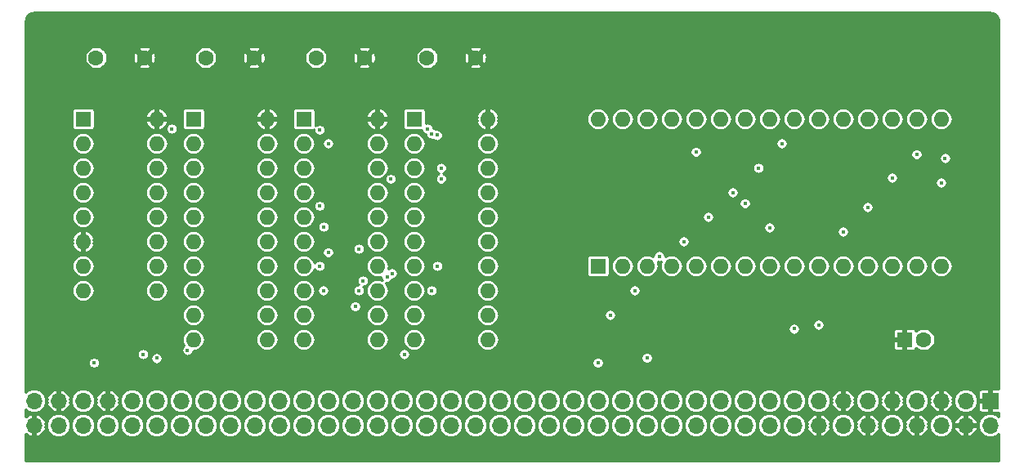
<source format=gbr>
G04 #@! TF.GenerationSoftware,KiCad,Pcbnew,(5.1.0-0)*
G04 #@! TF.CreationDate,2019-12-31T10:13:30-08:00*
G04 #@! TF.ProjectId,SerialCard,53657269-616c-4436-9172-642e6b696361,rev?*
G04 #@! TF.SameCoordinates,Original*
G04 #@! TF.FileFunction,Copper,L3,Inr*
G04 #@! TF.FilePolarity,Positive*
%FSLAX46Y46*%
G04 Gerber Fmt 4.6, Leading zero omitted, Abs format (unit mm)*
G04 Created by KiCad (PCBNEW (5.1.0-0)) date 2019-12-31 10:13:30*
%MOMM*%
%LPD*%
G04 APERTURE LIST*
%ADD10O,1.700000X1.700000*%
%ADD11R,1.700000X1.700000*%
%ADD12O,1.600000X1.600000*%
%ADD13R,1.600000X1.600000*%
%ADD14C,1.600000*%
%ADD15C,0.450000*%
%ADD16C,0.254000*%
G04 APERTURE END LIST*
D10*
X64770000Y-133350000D03*
X64770000Y-130810000D03*
X67310000Y-133350000D03*
X67310000Y-130810000D03*
X69850000Y-133350000D03*
X69850000Y-130810000D03*
X72390000Y-133350000D03*
X72390000Y-130810000D03*
X74930000Y-133350000D03*
X74930000Y-130810000D03*
X77470000Y-133350000D03*
X77470000Y-130810000D03*
X80010000Y-133350000D03*
X80010000Y-130810000D03*
X82550000Y-133350000D03*
X82550000Y-130810000D03*
X85090000Y-133350000D03*
X85090000Y-130810000D03*
X87630000Y-133350000D03*
X87630000Y-130810000D03*
X90170000Y-133350000D03*
X90170000Y-130810000D03*
X92710000Y-133350000D03*
X92710000Y-130810000D03*
X95250000Y-133350000D03*
X95250000Y-130810000D03*
X97790000Y-133350000D03*
X97790000Y-130810000D03*
X100330000Y-133350000D03*
X100330000Y-130810000D03*
X102870000Y-133350000D03*
X102870000Y-130810000D03*
X105410000Y-133350000D03*
X105410000Y-130810000D03*
X107950000Y-133350000D03*
X107950000Y-130810000D03*
X110490000Y-133350000D03*
X110490000Y-130810000D03*
X113030000Y-133350000D03*
X113030000Y-130810000D03*
X115570000Y-133350000D03*
X115570000Y-130810000D03*
X118110000Y-133350000D03*
X118110000Y-130810000D03*
X120650000Y-133350000D03*
X120650000Y-130810000D03*
X123190000Y-133350000D03*
X123190000Y-130810000D03*
X125730000Y-133350000D03*
X125730000Y-130810000D03*
X128270000Y-133350000D03*
X128270000Y-130810000D03*
X130810000Y-133350000D03*
X130810000Y-130810000D03*
X133350000Y-133350000D03*
X133350000Y-130810000D03*
X135890000Y-133350000D03*
X135890000Y-130810000D03*
X138430000Y-133350000D03*
X138430000Y-130810000D03*
X140970000Y-133350000D03*
X140970000Y-130810000D03*
X143510000Y-133350000D03*
X143510000Y-130810000D03*
X146050000Y-133350000D03*
X146050000Y-130810000D03*
X148590000Y-133350000D03*
X148590000Y-130810000D03*
X151130000Y-133350000D03*
X151130000Y-130810000D03*
X153670000Y-133350000D03*
X153670000Y-130810000D03*
X156210000Y-133350000D03*
X156210000Y-130810000D03*
X158750000Y-133350000D03*
X158750000Y-130810000D03*
X161290000Y-133350000D03*
X161290000Y-130810000D03*
X163830000Y-133350000D03*
D11*
X163830000Y-130810000D03*
D12*
X111760000Y-101600000D03*
X104140000Y-124460000D03*
X111760000Y-104140000D03*
X104140000Y-121920000D03*
X111760000Y-106680000D03*
X104140000Y-119380000D03*
X111760000Y-109220000D03*
X104140000Y-116840000D03*
X111760000Y-111760000D03*
X104140000Y-114300000D03*
X111760000Y-114300000D03*
X104140000Y-111760000D03*
X111760000Y-116840000D03*
X104140000Y-109220000D03*
X111760000Y-119380000D03*
X104140000Y-106680000D03*
X111760000Y-121920000D03*
X104140000Y-104140000D03*
X111760000Y-124460000D03*
D13*
X104140000Y-101600000D03*
D12*
X88900000Y-101600000D03*
X81280000Y-124460000D03*
X88900000Y-104140000D03*
X81280000Y-121920000D03*
X88900000Y-106680000D03*
X81280000Y-119380000D03*
X88900000Y-109220000D03*
X81280000Y-116840000D03*
X88900000Y-111760000D03*
X81280000Y-114300000D03*
X88900000Y-114300000D03*
X81280000Y-111760000D03*
X88900000Y-116840000D03*
X81280000Y-109220000D03*
X88900000Y-119380000D03*
X81280000Y-106680000D03*
X88900000Y-121920000D03*
X81280000Y-104140000D03*
X88900000Y-124460000D03*
D13*
X81280000Y-101600000D03*
D12*
X100330000Y-101600000D03*
X92710000Y-124460000D03*
X100330000Y-104140000D03*
X92710000Y-121920000D03*
X100330000Y-106680000D03*
X92710000Y-119380000D03*
X100330000Y-109220000D03*
X92710000Y-116840000D03*
X100330000Y-111760000D03*
X92710000Y-114300000D03*
X100330000Y-114300000D03*
X92710000Y-111760000D03*
X100330000Y-116840000D03*
X92710000Y-109220000D03*
X100330000Y-119380000D03*
X92710000Y-106680000D03*
X100330000Y-121920000D03*
X92710000Y-104140000D03*
X100330000Y-124460000D03*
D13*
X92710000Y-101600000D03*
D12*
X77470000Y-101600000D03*
X69850000Y-119380000D03*
X77470000Y-104140000D03*
X69850000Y-116840000D03*
X77470000Y-106680000D03*
X69850000Y-114300000D03*
X77470000Y-109220000D03*
X69850000Y-111760000D03*
X77470000Y-111760000D03*
X69850000Y-109220000D03*
X77470000Y-114300000D03*
X69850000Y-106680000D03*
X77470000Y-116840000D03*
X69850000Y-104140000D03*
X77470000Y-119380000D03*
D13*
X69850000Y-101600000D03*
D14*
X156940000Y-124460000D03*
D13*
X154940000Y-124460000D03*
D14*
X71200000Y-95250000D03*
X76200000Y-95250000D03*
X105490000Y-95250000D03*
X110490000Y-95250000D03*
X93980000Y-95250000D03*
X98980000Y-95250000D03*
X82550000Y-95250000D03*
X87550000Y-95250000D03*
D12*
X158750000Y-101600000D03*
X158750000Y-116840000D03*
X123190000Y-101600000D03*
X156210000Y-116840000D03*
X125730000Y-101600000D03*
X153670000Y-116840000D03*
X128270000Y-101600000D03*
X151130000Y-116840000D03*
X130810000Y-101600000D03*
X148590000Y-116840000D03*
X133350000Y-101600000D03*
X146050000Y-116840000D03*
X135890000Y-101600000D03*
X143510000Y-116840000D03*
X138430000Y-101600000D03*
X140970000Y-116840000D03*
X140970000Y-101600000D03*
X138430000Y-116840000D03*
X143510000Y-101600000D03*
X135890000Y-116840000D03*
X146050000Y-101600000D03*
X133350000Y-116840000D03*
X148590000Y-101600000D03*
X130810000Y-116840000D03*
X151130000Y-101600000D03*
X128270000Y-116840000D03*
X153670000Y-101600000D03*
X125730000Y-116840000D03*
X156210000Y-101600000D03*
D13*
X123190000Y-116840000D03*
D15*
X158750000Y-108204000D03*
X159165500Y-105664000D03*
X156210000Y-105273999D03*
X101727000Y-107813999D03*
X153670000Y-107696000D03*
X101854000Y-117602000D03*
X101346000Y-117973999D03*
X146050000Y-122936000D03*
X143510000Y-123351500D03*
X140970000Y-112868500D03*
X105537000Y-102616000D03*
X138430000Y-110353999D03*
X105952500Y-103132086D03*
X105952500Y-119380000D03*
X95250000Y-115433999D03*
X95250000Y-104140000D03*
X106540639Y-103285500D03*
X106553000Y-116840000D03*
X133350000Y-105019989D03*
X148590000Y-113284000D03*
X151130000Y-110744000D03*
X79037503Y-102616000D03*
X77470000Y-126399500D03*
X128270000Y-126365000D03*
X106956139Y-106680000D03*
X106959489Y-107813999D03*
X139827000Y-106680000D03*
X103124000Y-125984000D03*
X76073000Y-125984000D03*
X70993000Y-126873000D03*
X123190000Y-126873000D03*
X98840500Y-118364000D03*
X127000000Y-119380000D03*
X98425000Y-119380000D03*
X98425000Y-115062000D03*
X132080000Y-114300000D03*
X94361000Y-116840000D03*
X94361000Y-110617000D03*
X137160000Y-109220000D03*
X94361000Y-102733999D03*
X142240000Y-104140000D03*
X80674573Y-125568500D03*
X98044000Y-121031000D03*
X124460000Y-121920000D03*
X129540000Y-115824000D03*
X94776500Y-112776000D03*
X94742000Y-119380000D03*
X134620000Y-111760000D03*
D16*
G36*
X163997441Y-90594364D02*
G01*
X164158501Y-90642992D01*
X164307054Y-90721979D01*
X164437430Y-90828310D01*
X164544674Y-90957946D01*
X164624695Y-91105942D01*
X164674446Y-91266661D01*
X164694001Y-91452716D01*
X164694000Y-129578536D01*
X164680000Y-129577157D01*
X164052250Y-129579000D01*
X163957000Y-129674250D01*
X163957000Y-130683000D01*
X163977000Y-130683000D01*
X163977000Y-130937000D01*
X163957000Y-130937000D01*
X163957000Y-131945750D01*
X164052250Y-132041000D01*
X164680000Y-132042843D01*
X164694000Y-132041464D01*
X164694000Y-132466592D01*
X164517216Y-132321509D01*
X164303363Y-132207202D01*
X164071318Y-132136812D01*
X163890472Y-132119000D01*
X163769528Y-132119000D01*
X163588682Y-132136812D01*
X163356637Y-132207202D01*
X163142784Y-132321509D01*
X162955340Y-132475340D01*
X162801509Y-132662784D01*
X162687202Y-132876637D01*
X162616812Y-133108682D01*
X162593044Y-133350000D01*
X162616812Y-133591318D01*
X162687202Y-133823363D01*
X162801509Y-134037216D01*
X162955340Y-134224660D01*
X163142784Y-134378491D01*
X163356637Y-134492798D01*
X163588682Y-134563188D01*
X163769528Y-134581000D01*
X163890472Y-134581000D01*
X164071318Y-134563188D01*
X164303363Y-134492798D01*
X164517216Y-134378491D01*
X164694000Y-134233408D01*
X164694000Y-137008000D01*
X63906000Y-137008000D01*
X63906000Y-134219725D01*
X63957076Y-134274408D01*
X64153039Y-134415239D01*
X64372712Y-134515134D01*
X64453020Y-134539489D01*
X64643000Y-134478627D01*
X64643000Y-133477000D01*
X64623000Y-133477000D01*
X64623000Y-133223000D01*
X64643000Y-133223000D01*
X64643000Y-132221373D01*
X64897000Y-132221373D01*
X64897000Y-133223000D01*
X64917000Y-133223000D01*
X64917000Y-133477000D01*
X64897000Y-133477000D01*
X64897000Y-134478627D01*
X65086980Y-134539489D01*
X65167288Y-134515134D01*
X65386961Y-134415239D01*
X65582924Y-134274408D01*
X65747647Y-134098052D01*
X65874799Y-133892949D01*
X65959495Y-133666981D01*
X65899188Y-133477002D01*
X66001000Y-133477002D01*
X66001000Y-133350000D01*
X66073044Y-133350000D01*
X66096812Y-133591318D01*
X66167202Y-133823363D01*
X66281509Y-134037216D01*
X66435340Y-134224660D01*
X66622784Y-134378491D01*
X66836637Y-134492798D01*
X67068682Y-134563188D01*
X67249528Y-134581000D01*
X67370472Y-134581000D01*
X67551318Y-134563188D01*
X67783363Y-134492798D01*
X67997216Y-134378491D01*
X68184660Y-134224660D01*
X68338491Y-134037216D01*
X68452798Y-133823363D01*
X68523188Y-133591318D01*
X68546956Y-133350000D01*
X68613044Y-133350000D01*
X68636812Y-133591318D01*
X68707202Y-133823363D01*
X68821509Y-134037216D01*
X68975340Y-134224660D01*
X69162784Y-134378491D01*
X69376637Y-134492798D01*
X69608682Y-134563188D01*
X69789528Y-134581000D01*
X69910472Y-134581000D01*
X70091318Y-134563188D01*
X70323363Y-134492798D01*
X70537216Y-134378491D01*
X70724660Y-134224660D01*
X70878491Y-134037216D01*
X70992798Y-133823363D01*
X71063188Y-133591318D01*
X71086956Y-133350000D01*
X71153044Y-133350000D01*
X71176812Y-133591318D01*
X71247202Y-133823363D01*
X71361509Y-134037216D01*
X71515340Y-134224660D01*
X71702784Y-134378491D01*
X71916637Y-134492798D01*
X72148682Y-134563188D01*
X72329528Y-134581000D01*
X72450472Y-134581000D01*
X72631318Y-134563188D01*
X72863363Y-134492798D01*
X73077216Y-134378491D01*
X73264660Y-134224660D01*
X73418491Y-134037216D01*
X73532798Y-133823363D01*
X73603188Y-133591318D01*
X73626956Y-133350000D01*
X73693044Y-133350000D01*
X73716812Y-133591318D01*
X73787202Y-133823363D01*
X73901509Y-134037216D01*
X74055340Y-134224660D01*
X74242784Y-134378491D01*
X74456637Y-134492798D01*
X74688682Y-134563188D01*
X74869528Y-134581000D01*
X74990472Y-134581000D01*
X75171318Y-134563188D01*
X75403363Y-134492798D01*
X75617216Y-134378491D01*
X75804660Y-134224660D01*
X75958491Y-134037216D01*
X76072798Y-133823363D01*
X76143188Y-133591318D01*
X76166956Y-133350000D01*
X76233044Y-133350000D01*
X76256812Y-133591318D01*
X76327202Y-133823363D01*
X76441509Y-134037216D01*
X76595340Y-134224660D01*
X76782784Y-134378491D01*
X76996637Y-134492798D01*
X77228682Y-134563188D01*
X77409528Y-134581000D01*
X77530472Y-134581000D01*
X77711318Y-134563188D01*
X77943363Y-134492798D01*
X78157216Y-134378491D01*
X78344660Y-134224660D01*
X78498491Y-134037216D01*
X78612798Y-133823363D01*
X78683188Y-133591318D01*
X78706956Y-133350000D01*
X78773044Y-133350000D01*
X78796812Y-133591318D01*
X78867202Y-133823363D01*
X78981509Y-134037216D01*
X79135340Y-134224660D01*
X79322784Y-134378491D01*
X79536637Y-134492798D01*
X79768682Y-134563188D01*
X79949528Y-134581000D01*
X80070472Y-134581000D01*
X80251318Y-134563188D01*
X80483363Y-134492798D01*
X80697216Y-134378491D01*
X80884660Y-134224660D01*
X81038491Y-134037216D01*
X81152798Y-133823363D01*
X81223188Y-133591318D01*
X81246956Y-133350000D01*
X81313044Y-133350000D01*
X81336812Y-133591318D01*
X81407202Y-133823363D01*
X81521509Y-134037216D01*
X81675340Y-134224660D01*
X81862784Y-134378491D01*
X82076637Y-134492798D01*
X82308682Y-134563188D01*
X82489528Y-134581000D01*
X82610472Y-134581000D01*
X82791318Y-134563188D01*
X83023363Y-134492798D01*
X83237216Y-134378491D01*
X83424660Y-134224660D01*
X83578491Y-134037216D01*
X83692798Y-133823363D01*
X83763188Y-133591318D01*
X83786956Y-133350000D01*
X83853044Y-133350000D01*
X83876812Y-133591318D01*
X83947202Y-133823363D01*
X84061509Y-134037216D01*
X84215340Y-134224660D01*
X84402784Y-134378491D01*
X84616637Y-134492798D01*
X84848682Y-134563188D01*
X85029528Y-134581000D01*
X85150472Y-134581000D01*
X85331318Y-134563188D01*
X85563363Y-134492798D01*
X85777216Y-134378491D01*
X85964660Y-134224660D01*
X86118491Y-134037216D01*
X86232798Y-133823363D01*
X86303188Y-133591318D01*
X86326956Y-133350000D01*
X86393044Y-133350000D01*
X86416812Y-133591318D01*
X86487202Y-133823363D01*
X86601509Y-134037216D01*
X86755340Y-134224660D01*
X86942784Y-134378491D01*
X87156637Y-134492798D01*
X87388682Y-134563188D01*
X87569528Y-134581000D01*
X87690472Y-134581000D01*
X87871318Y-134563188D01*
X88103363Y-134492798D01*
X88317216Y-134378491D01*
X88504660Y-134224660D01*
X88658491Y-134037216D01*
X88772798Y-133823363D01*
X88843188Y-133591318D01*
X88866956Y-133350000D01*
X88933044Y-133350000D01*
X88956812Y-133591318D01*
X89027202Y-133823363D01*
X89141509Y-134037216D01*
X89295340Y-134224660D01*
X89482784Y-134378491D01*
X89696637Y-134492798D01*
X89928682Y-134563188D01*
X90109528Y-134581000D01*
X90230472Y-134581000D01*
X90411318Y-134563188D01*
X90643363Y-134492798D01*
X90857216Y-134378491D01*
X91044660Y-134224660D01*
X91198491Y-134037216D01*
X91312798Y-133823363D01*
X91383188Y-133591318D01*
X91406956Y-133350000D01*
X91473044Y-133350000D01*
X91496812Y-133591318D01*
X91567202Y-133823363D01*
X91681509Y-134037216D01*
X91835340Y-134224660D01*
X92022784Y-134378491D01*
X92236637Y-134492798D01*
X92468682Y-134563188D01*
X92649528Y-134581000D01*
X92770472Y-134581000D01*
X92951318Y-134563188D01*
X93183363Y-134492798D01*
X93397216Y-134378491D01*
X93584660Y-134224660D01*
X93738491Y-134037216D01*
X93852798Y-133823363D01*
X93923188Y-133591318D01*
X93946956Y-133350000D01*
X94013044Y-133350000D01*
X94036812Y-133591318D01*
X94107202Y-133823363D01*
X94221509Y-134037216D01*
X94375340Y-134224660D01*
X94562784Y-134378491D01*
X94776637Y-134492798D01*
X95008682Y-134563188D01*
X95189528Y-134581000D01*
X95310472Y-134581000D01*
X95491318Y-134563188D01*
X95723363Y-134492798D01*
X95937216Y-134378491D01*
X96124660Y-134224660D01*
X96278491Y-134037216D01*
X96392798Y-133823363D01*
X96463188Y-133591318D01*
X96486956Y-133350000D01*
X96553044Y-133350000D01*
X96576812Y-133591318D01*
X96647202Y-133823363D01*
X96761509Y-134037216D01*
X96915340Y-134224660D01*
X97102784Y-134378491D01*
X97316637Y-134492798D01*
X97548682Y-134563188D01*
X97729528Y-134581000D01*
X97850472Y-134581000D01*
X98031318Y-134563188D01*
X98263363Y-134492798D01*
X98477216Y-134378491D01*
X98664660Y-134224660D01*
X98818491Y-134037216D01*
X98932798Y-133823363D01*
X99003188Y-133591318D01*
X99026956Y-133350000D01*
X99093044Y-133350000D01*
X99116812Y-133591318D01*
X99187202Y-133823363D01*
X99301509Y-134037216D01*
X99455340Y-134224660D01*
X99642784Y-134378491D01*
X99856637Y-134492798D01*
X100088682Y-134563188D01*
X100269528Y-134581000D01*
X100390472Y-134581000D01*
X100571318Y-134563188D01*
X100803363Y-134492798D01*
X101017216Y-134378491D01*
X101204660Y-134224660D01*
X101358491Y-134037216D01*
X101472798Y-133823363D01*
X101543188Y-133591318D01*
X101566956Y-133350000D01*
X101633044Y-133350000D01*
X101656812Y-133591318D01*
X101727202Y-133823363D01*
X101841509Y-134037216D01*
X101995340Y-134224660D01*
X102182784Y-134378491D01*
X102396637Y-134492798D01*
X102628682Y-134563188D01*
X102809528Y-134581000D01*
X102930472Y-134581000D01*
X103111318Y-134563188D01*
X103343363Y-134492798D01*
X103557216Y-134378491D01*
X103744660Y-134224660D01*
X103898491Y-134037216D01*
X104012798Y-133823363D01*
X104083188Y-133591318D01*
X104106956Y-133350000D01*
X104173044Y-133350000D01*
X104196812Y-133591318D01*
X104267202Y-133823363D01*
X104381509Y-134037216D01*
X104535340Y-134224660D01*
X104722784Y-134378491D01*
X104936637Y-134492798D01*
X105168682Y-134563188D01*
X105349528Y-134581000D01*
X105470472Y-134581000D01*
X105651318Y-134563188D01*
X105883363Y-134492798D01*
X106097216Y-134378491D01*
X106284660Y-134224660D01*
X106438491Y-134037216D01*
X106552798Y-133823363D01*
X106623188Y-133591318D01*
X106646956Y-133350000D01*
X106713044Y-133350000D01*
X106736812Y-133591318D01*
X106807202Y-133823363D01*
X106921509Y-134037216D01*
X107075340Y-134224660D01*
X107262784Y-134378491D01*
X107476637Y-134492798D01*
X107708682Y-134563188D01*
X107889528Y-134581000D01*
X108010472Y-134581000D01*
X108191318Y-134563188D01*
X108423363Y-134492798D01*
X108637216Y-134378491D01*
X108824660Y-134224660D01*
X108978491Y-134037216D01*
X109092798Y-133823363D01*
X109163188Y-133591318D01*
X109186956Y-133350000D01*
X109253044Y-133350000D01*
X109276812Y-133591318D01*
X109347202Y-133823363D01*
X109461509Y-134037216D01*
X109615340Y-134224660D01*
X109802784Y-134378491D01*
X110016637Y-134492798D01*
X110248682Y-134563188D01*
X110429528Y-134581000D01*
X110550472Y-134581000D01*
X110731318Y-134563188D01*
X110963363Y-134492798D01*
X111177216Y-134378491D01*
X111364660Y-134224660D01*
X111518491Y-134037216D01*
X111632798Y-133823363D01*
X111703188Y-133591318D01*
X111726956Y-133350000D01*
X111793044Y-133350000D01*
X111816812Y-133591318D01*
X111887202Y-133823363D01*
X112001509Y-134037216D01*
X112155340Y-134224660D01*
X112342784Y-134378491D01*
X112556637Y-134492798D01*
X112788682Y-134563188D01*
X112969528Y-134581000D01*
X113090472Y-134581000D01*
X113271318Y-134563188D01*
X113503363Y-134492798D01*
X113717216Y-134378491D01*
X113904660Y-134224660D01*
X114058491Y-134037216D01*
X114172798Y-133823363D01*
X114243188Y-133591318D01*
X114266956Y-133350000D01*
X114333044Y-133350000D01*
X114356812Y-133591318D01*
X114427202Y-133823363D01*
X114541509Y-134037216D01*
X114695340Y-134224660D01*
X114882784Y-134378491D01*
X115096637Y-134492798D01*
X115328682Y-134563188D01*
X115509528Y-134581000D01*
X115630472Y-134581000D01*
X115811318Y-134563188D01*
X116043363Y-134492798D01*
X116257216Y-134378491D01*
X116444660Y-134224660D01*
X116598491Y-134037216D01*
X116712798Y-133823363D01*
X116783188Y-133591318D01*
X116806956Y-133350000D01*
X116873044Y-133350000D01*
X116896812Y-133591318D01*
X116967202Y-133823363D01*
X117081509Y-134037216D01*
X117235340Y-134224660D01*
X117422784Y-134378491D01*
X117636637Y-134492798D01*
X117868682Y-134563188D01*
X118049528Y-134581000D01*
X118170472Y-134581000D01*
X118351318Y-134563188D01*
X118583363Y-134492798D01*
X118797216Y-134378491D01*
X118984660Y-134224660D01*
X119138491Y-134037216D01*
X119252798Y-133823363D01*
X119323188Y-133591318D01*
X119346956Y-133350000D01*
X119413044Y-133350000D01*
X119436812Y-133591318D01*
X119507202Y-133823363D01*
X119621509Y-134037216D01*
X119775340Y-134224660D01*
X119962784Y-134378491D01*
X120176637Y-134492798D01*
X120408682Y-134563188D01*
X120589528Y-134581000D01*
X120710472Y-134581000D01*
X120891318Y-134563188D01*
X121123363Y-134492798D01*
X121337216Y-134378491D01*
X121524660Y-134224660D01*
X121678491Y-134037216D01*
X121792798Y-133823363D01*
X121863188Y-133591318D01*
X121886956Y-133350000D01*
X121953044Y-133350000D01*
X121976812Y-133591318D01*
X122047202Y-133823363D01*
X122161509Y-134037216D01*
X122315340Y-134224660D01*
X122502784Y-134378491D01*
X122716637Y-134492798D01*
X122948682Y-134563188D01*
X123129528Y-134581000D01*
X123250472Y-134581000D01*
X123431318Y-134563188D01*
X123663363Y-134492798D01*
X123877216Y-134378491D01*
X124064660Y-134224660D01*
X124218491Y-134037216D01*
X124332798Y-133823363D01*
X124403188Y-133591318D01*
X124426956Y-133350000D01*
X124493044Y-133350000D01*
X124516812Y-133591318D01*
X124587202Y-133823363D01*
X124701509Y-134037216D01*
X124855340Y-134224660D01*
X125042784Y-134378491D01*
X125256637Y-134492798D01*
X125488682Y-134563188D01*
X125669528Y-134581000D01*
X125790472Y-134581000D01*
X125971318Y-134563188D01*
X126203363Y-134492798D01*
X126417216Y-134378491D01*
X126604660Y-134224660D01*
X126758491Y-134037216D01*
X126872798Y-133823363D01*
X126943188Y-133591318D01*
X126966956Y-133350000D01*
X127033044Y-133350000D01*
X127056812Y-133591318D01*
X127127202Y-133823363D01*
X127241509Y-134037216D01*
X127395340Y-134224660D01*
X127582784Y-134378491D01*
X127796637Y-134492798D01*
X128028682Y-134563188D01*
X128209528Y-134581000D01*
X128330472Y-134581000D01*
X128511318Y-134563188D01*
X128743363Y-134492798D01*
X128957216Y-134378491D01*
X129144660Y-134224660D01*
X129298491Y-134037216D01*
X129412798Y-133823363D01*
X129483188Y-133591318D01*
X129506956Y-133350000D01*
X129573044Y-133350000D01*
X129596812Y-133591318D01*
X129667202Y-133823363D01*
X129781509Y-134037216D01*
X129935340Y-134224660D01*
X130122784Y-134378491D01*
X130336637Y-134492798D01*
X130568682Y-134563188D01*
X130749528Y-134581000D01*
X130870472Y-134581000D01*
X131051318Y-134563188D01*
X131283363Y-134492798D01*
X131497216Y-134378491D01*
X131684660Y-134224660D01*
X131838491Y-134037216D01*
X131952798Y-133823363D01*
X132023188Y-133591318D01*
X132046956Y-133350000D01*
X132113044Y-133350000D01*
X132136812Y-133591318D01*
X132207202Y-133823363D01*
X132321509Y-134037216D01*
X132475340Y-134224660D01*
X132662784Y-134378491D01*
X132876637Y-134492798D01*
X133108682Y-134563188D01*
X133289528Y-134581000D01*
X133410472Y-134581000D01*
X133591318Y-134563188D01*
X133823363Y-134492798D01*
X134037216Y-134378491D01*
X134224660Y-134224660D01*
X134378491Y-134037216D01*
X134492798Y-133823363D01*
X134563188Y-133591318D01*
X134586956Y-133350000D01*
X134653044Y-133350000D01*
X134676812Y-133591318D01*
X134747202Y-133823363D01*
X134861509Y-134037216D01*
X135015340Y-134224660D01*
X135202784Y-134378491D01*
X135416637Y-134492798D01*
X135648682Y-134563188D01*
X135829528Y-134581000D01*
X135950472Y-134581000D01*
X136131318Y-134563188D01*
X136363363Y-134492798D01*
X136577216Y-134378491D01*
X136764660Y-134224660D01*
X136918491Y-134037216D01*
X137032798Y-133823363D01*
X137103188Y-133591318D01*
X137126956Y-133350000D01*
X137193044Y-133350000D01*
X137216812Y-133591318D01*
X137287202Y-133823363D01*
X137401509Y-134037216D01*
X137555340Y-134224660D01*
X137742784Y-134378491D01*
X137956637Y-134492798D01*
X138188682Y-134563188D01*
X138369528Y-134581000D01*
X138490472Y-134581000D01*
X138671318Y-134563188D01*
X138903363Y-134492798D01*
X139117216Y-134378491D01*
X139304660Y-134224660D01*
X139458491Y-134037216D01*
X139572798Y-133823363D01*
X139643188Y-133591318D01*
X139666956Y-133350000D01*
X139733044Y-133350000D01*
X139756812Y-133591318D01*
X139827202Y-133823363D01*
X139941509Y-134037216D01*
X140095340Y-134224660D01*
X140282784Y-134378491D01*
X140496637Y-134492798D01*
X140728682Y-134563188D01*
X140909528Y-134581000D01*
X141030472Y-134581000D01*
X141211318Y-134563188D01*
X141443363Y-134492798D01*
X141657216Y-134378491D01*
X141844660Y-134224660D01*
X141998491Y-134037216D01*
X142112798Y-133823363D01*
X142183188Y-133591318D01*
X142206956Y-133350000D01*
X142273044Y-133350000D01*
X142296812Y-133591318D01*
X142367202Y-133823363D01*
X142481509Y-134037216D01*
X142635340Y-134224660D01*
X142822784Y-134378491D01*
X143036637Y-134492798D01*
X143268682Y-134563188D01*
X143449528Y-134581000D01*
X143570472Y-134581000D01*
X143751318Y-134563188D01*
X143983363Y-134492798D01*
X144197216Y-134378491D01*
X144384660Y-134224660D01*
X144538491Y-134037216D01*
X144652798Y-133823363D01*
X144723188Y-133591318D01*
X144746956Y-133350000D01*
X144734448Y-133222998D01*
X144819000Y-133222998D01*
X144819000Y-133477002D01*
X144920812Y-133477002D01*
X144860505Y-133666981D01*
X144945201Y-133892949D01*
X145072353Y-134098052D01*
X145237076Y-134274408D01*
X145433039Y-134415239D01*
X145652712Y-134515134D01*
X145733020Y-134539489D01*
X145923000Y-134478627D01*
X145923000Y-133477000D01*
X145903000Y-133477000D01*
X145903000Y-133223000D01*
X145923000Y-133223000D01*
X145923000Y-132221373D01*
X146177000Y-132221373D01*
X146177000Y-133223000D01*
X146197000Y-133223000D01*
X146197000Y-133477000D01*
X146177000Y-133477000D01*
X146177000Y-134478627D01*
X146366980Y-134539489D01*
X146447288Y-134515134D01*
X146666961Y-134415239D01*
X146862924Y-134274408D01*
X147027647Y-134098052D01*
X147154799Y-133892949D01*
X147239495Y-133666981D01*
X147179188Y-133477002D01*
X147281000Y-133477002D01*
X147281000Y-133350000D01*
X147353044Y-133350000D01*
X147376812Y-133591318D01*
X147447202Y-133823363D01*
X147561509Y-134037216D01*
X147715340Y-134224660D01*
X147902784Y-134378491D01*
X148116637Y-134492798D01*
X148348682Y-134563188D01*
X148529528Y-134581000D01*
X148650472Y-134581000D01*
X148831318Y-134563188D01*
X149063363Y-134492798D01*
X149277216Y-134378491D01*
X149464660Y-134224660D01*
X149618491Y-134037216D01*
X149732798Y-133823363D01*
X149803188Y-133591318D01*
X149826956Y-133350000D01*
X149814448Y-133222998D01*
X149899000Y-133222998D01*
X149899000Y-133477002D01*
X150000812Y-133477002D01*
X149940505Y-133666981D01*
X150025201Y-133892949D01*
X150152353Y-134098052D01*
X150317076Y-134274408D01*
X150513039Y-134415239D01*
X150732712Y-134515134D01*
X150813020Y-134539489D01*
X151003000Y-134478627D01*
X151003000Y-133477000D01*
X150983000Y-133477000D01*
X150983000Y-133223000D01*
X151003000Y-133223000D01*
X151003000Y-132221373D01*
X151257000Y-132221373D01*
X151257000Y-133223000D01*
X151277000Y-133223000D01*
X151277000Y-133477000D01*
X151257000Y-133477000D01*
X151257000Y-134478627D01*
X151446980Y-134539489D01*
X151527288Y-134515134D01*
X151746961Y-134415239D01*
X151942924Y-134274408D01*
X152107647Y-134098052D01*
X152234799Y-133892949D01*
X152319495Y-133666981D01*
X152259188Y-133477002D01*
X152361000Y-133477002D01*
X152361000Y-133350000D01*
X152433044Y-133350000D01*
X152456812Y-133591318D01*
X152527202Y-133823363D01*
X152641509Y-134037216D01*
X152795340Y-134224660D01*
X152982784Y-134378491D01*
X153196637Y-134492798D01*
X153428682Y-134563188D01*
X153609528Y-134581000D01*
X153730472Y-134581000D01*
X153911318Y-134563188D01*
X154143363Y-134492798D01*
X154357216Y-134378491D01*
X154544660Y-134224660D01*
X154698491Y-134037216D01*
X154812798Y-133823363D01*
X154883188Y-133591318D01*
X154906956Y-133350000D01*
X154894448Y-133222998D01*
X154979000Y-133222998D01*
X154979000Y-133477002D01*
X155080812Y-133477002D01*
X155020505Y-133666981D01*
X155105201Y-133892949D01*
X155232353Y-134098052D01*
X155397076Y-134274408D01*
X155593039Y-134415239D01*
X155812712Y-134515134D01*
X155893020Y-134539489D01*
X156083000Y-134478627D01*
X156083000Y-133477000D01*
X156063000Y-133477000D01*
X156063000Y-133223000D01*
X156083000Y-133223000D01*
X156083000Y-132221373D01*
X156337000Y-132221373D01*
X156337000Y-133223000D01*
X156357000Y-133223000D01*
X156357000Y-133477000D01*
X156337000Y-133477000D01*
X156337000Y-134478627D01*
X156526980Y-134539489D01*
X156607288Y-134515134D01*
X156826961Y-134415239D01*
X157022924Y-134274408D01*
X157187647Y-134098052D01*
X157314799Y-133892949D01*
X157399495Y-133666981D01*
X157339188Y-133477002D01*
X157441000Y-133477002D01*
X157441000Y-133350000D01*
X157513044Y-133350000D01*
X157536812Y-133591318D01*
X157607202Y-133823363D01*
X157721509Y-134037216D01*
X157875340Y-134224660D01*
X158062784Y-134378491D01*
X158276637Y-134492798D01*
X158508682Y-134563188D01*
X158689528Y-134581000D01*
X158810472Y-134581000D01*
X158991318Y-134563188D01*
X159223363Y-134492798D01*
X159437216Y-134378491D01*
X159624660Y-134224660D01*
X159778491Y-134037216D01*
X159892798Y-133823363D01*
X159940235Y-133666981D01*
X160100505Y-133666981D01*
X160185201Y-133892949D01*
X160312353Y-134098052D01*
X160477076Y-134274408D01*
X160673039Y-134415239D01*
X160892712Y-134515134D01*
X160973020Y-134539489D01*
X161163000Y-134478627D01*
X161163000Y-133477000D01*
X161417000Y-133477000D01*
X161417000Y-134478627D01*
X161606980Y-134539489D01*
X161687288Y-134515134D01*
X161906961Y-134415239D01*
X162102924Y-134274408D01*
X162267647Y-134098052D01*
X162394799Y-133892949D01*
X162479495Y-133666981D01*
X162419187Y-133477000D01*
X161417000Y-133477000D01*
X161163000Y-133477000D01*
X160160813Y-133477000D01*
X160100505Y-133666981D01*
X159940235Y-133666981D01*
X159963188Y-133591318D01*
X159986956Y-133350000D01*
X159963188Y-133108682D01*
X159940236Y-133033019D01*
X160100505Y-133033019D01*
X160160813Y-133223000D01*
X161163000Y-133223000D01*
X161163000Y-132221373D01*
X161417000Y-132221373D01*
X161417000Y-133223000D01*
X162419187Y-133223000D01*
X162479495Y-133033019D01*
X162394799Y-132807051D01*
X162267647Y-132601948D01*
X162102924Y-132425592D01*
X161906961Y-132284761D01*
X161687288Y-132184866D01*
X161606980Y-132160511D01*
X161417000Y-132221373D01*
X161163000Y-132221373D01*
X160973020Y-132160511D01*
X160892712Y-132184866D01*
X160673039Y-132284761D01*
X160477076Y-132425592D01*
X160312353Y-132601948D01*
X160185201Y-132807051D01*
X160100505Y-133033019D01*
X159940236Y-133033019D01*
X159892798Y-132876637D01*
X159778491Y-132662784D01*
X159624660Y-132475340D01*
X159437216Y-132321509D01*
X159223363Y-132207202D01*
X158991318Y-132136812D01*
X158810472Y-132119000D01*
X158689528Y-132119000D01*
X158508682Y-132136812D01*
X158276637Y-132207202D01*
X158062784Y-132321509D01*
X157875340Y-132475340D01*
X157721509Y-132662784D01*
X157607202Y-132876637D01*
X157536812Y-133108682D01*
X157513044Y-133350000D01*
X157441000Y-133350000D01*
X157441000Y-133222998D01*
X157339188Y-133222998D01*
X157399495Y-133033019D01*
X157314799Y-132807051D01*
X157187647Y-132601948D01*
X157022924Y-132425592D01*
X156826961Y-132284761D01*
X156607288Y-132184866D01*
X156526980Y-132160511D01*
X156337000Y-132221373D01*
X156083000Y-132221373D01*
X155893020Y-132160511D01*
X155812712Y-132184866D01*
X155593039Y-132284761D01*
X155397076Y-132425592D01*
X155232353Y-132601948D01*
X155105201Y-132807051D01*
X155020505Y-133033019D01*
X155080812Y-133222998D01*
X154979000Y-133222998D01*
X154894448Y-133222998D01*
X154883188Y-133108682D01*
X154812798Y-132876637D01*
X154698491Y-132662784D01*
X154544660Y-132475340D01*
X154357216Y-132321509D01*
X154143363Y-132207202D01*
X153911318Y-132136812D01*
X153730472Y-132119000D01*
X153609528Y-132119000D01*
X153428682Y-132136812D01*
X153196637Y-132207202D01*
X152982784Y-132321509D01*
X152795340Y-132475340D01*
X152641509Y-132662784D01*
X152527202Y-132876637D01*
X152456812Y-133108682D01*
X152433044Y-133350000D01*
X152361000Y-133350000D01*
X152361000Y-133222998D01*
X152259188Y-133222998D01*
X152319495Y-133033019D01*
X152234799Y-132807051D01*
X152107647Y-132601948D01*
X151942924Y-132425592D01*
X151746961Y-132284761D01*
X151527288Y-132184866D01*
X151446980Y-132160511D01*
X151257000Y-132221373D01*
X151003000Y-132221373D01*
X150813020Y-132160511D01*
X150732712Y-132184866D01*
X150513039Y-132284761D01*
X150317076Y-132425592D01*
X150152353Y-132601948D01*
X150025201Y-132807051D01*
X149940505Y-133033019D01*
X150000812Y-133222998D01*
X149899000Y-133222998D01*
X149814448Y-133222998D01*
X149803188Y-133108682D01*
X149732798Y-132876637D01*
X149618491Y-132662784D01*
X149464660Y-132475340D01*
X149277216Y-132321509D01*
X149063363Y-132207202D01*
X148831318Y-132136812D01*
X148650472Y-132119000D01*
X148529528Y-132119000D01*
X148348682Y-132136812D01*
X148116637Y-132207202D01*
X147902784Y-132321509D01*
X147715340Y-132475340D01*
X147561509Y-132662784D01*
X147447202Y-132876637D01*
X147376812Y-133108682D01*
X147353044Y-133350000D01*
X147281000Y-133350000D01*
X147281000Y-133222998D01*
X147179188Y-133222998D01*
X147239495Y-133033019D01*
X147154799Y-132807051D01*
X147027647Y-132601948D01*
X146862924Y-132425592D01*
X146666961Y-132284761D01*
X146447288Y-132184866D01*
X146366980Y-132160511D01*
X146177000Y-132221373D01*
X145923000Y-132221373D01*
X145733020Y-132160511D01*
X145652712Y-132184866D01*
X145433039Y-132284761D01*
X145237076Y-132425592D01*
X145072353Y-132601948D01*
X144945201Y-132807051D01*
X144860505Y-133033019D01*
X144920812Y-133222998D01*
X144819000Y-133222998D01*
X144734448Y-133222998D01*
X144723188Y-133108682D01*
X144652798Y-132876637D01*
X144538491Y-132662784D01*
X144384660Y-132475340D01*
X144197216Y-132321509D01*
X143983363Y-132207202D01*
X143751318Y-132136812D01*
X143570472Y-132119000D01*
X143449528Y-132119000D01*
X143268682Y-132136812D01*
X143036637Y-132207202D01*
X142822784Y-132321509D01*
X142635340Y-132475340D01*
X142481509Y-132662784D01*
X142367202Y-132876637D01*
X142296812Y-133108682D01*
X142273044Y-133350000D01*
X142206956Y-133350000D01*
X142183188Y-133108682D01*
X142112798Y-132876637D01*
X141998491Y-132662784D01*
X141844660Y-132475340D01*
X141657216Y-132321509D01*
X141443363Y-132207202D01*
X141211318Y-132136812D01*
X141030472Y-132119000D01*
X140909528Y-132119000D01*
X140728682Y-132136812D01*
X140496637Y-132207202D01*
X140282784Y-132321509D01*
X140095340Y-132475340D01*
X139941509Y-132662784D01*
X139827202Y-132876637D01*
X139756812Y-133108682D01*
X139733044Y-133350000D01*
X139666956Y-133350000D01*
X139643188Y-133108682D01*
X139572798Y-132876637D01*
X139458491Y-132662784D01*
X139304660Y-132475340D01*
X139117216Y-132321509D01*
X138903363Y-132207202D01*
X138671318Y-132136812D01*
X138490472Y-132119000D01*
X138369528Y-132119000D01*
X138188682Y-132136812D01*
X137956637Y-132207202D01*
X137742784Y-132321509D01*
X137555340Y-132475340D01*
X137401509Y-132662784D01*
X137287202Y-132876637D01*
X137216812Y-133108682D01*
X137193044Y-133350000D01*
X137126956Y-133350000D01*
X137103188Y-133108682D01*
X137032798Y-132876637D01*
X136918491Y-132662784D01*
X136764660Y-132475340D01*
X136577216Y-132321509D01*
X136363363Y-132207202D01*
X136131318Y-132136812D01*
X135950472Y-132119000D01*
X135829528Y-132119000D01*
X135648682Y-132136812D01*
X135416637Y-132207202D01*
X135202784Y-132321509D01*
X135015340Y-132475340D01*
X134861509Y-132662784D01*
X134747202Y-132876637D01*
X134676812Y-133108682D01*
X134653044Y-133350000D01*
X134586956Y-133350000D01*
X134563188Y-133108682D01*
X134492798Y-132876637D01*
X134378491Y-132662784D01*
X134224660Y-132475340D01*
X134037216Y-132321509D01*
X133823363Y-132207202D01*
X133591318Y-132136812D01*
X133410472Y-132119000D01*
X133289528Y-132119000D01*
X133108682Y-132136812D01*
X132876637Y-132207202D01*
X132662784Y-132321509D01*
X132475340Y-132475340D01*
X132321509Y-132662784D01*
X132207202Y-132876637D01*
X132136812Y-133108682D01*
X132113044Y-133350000D01*
X132046956Y-133350000D01*
X132023188Y-133108682D01*
X131952798Y-132876637D01*
X131838491Y-132662784D01*
X131684660Y-132475340D01*
X131497216Y-132321509D01*
X131283363Y-132207202D01*
X131051318Y-132136812D01*
X130870472Y-132119000D01*
X130749528Y-132119000D01*
X130568682Y-132136812D01*
X130336637Y-132207202D01*
X130122784Y-132321509D01*
X129935340Y-132475340D01*
X129781509Y-132662784D01*
X129667202Y-132876637D01*
X129596812Y-133108682D01*
X129573044Y-133350000D01*
X129506956Y-133350000D01*
X129483188Y-133108682D01*
X129412798Y-132876637D01*
X129298491Y-132662784D01*
X129144660Y-132475340D01*
X128957216Y-132321509D01*
X128743363Y-132207202D01*
X128511318Y-132136812D01*
X128330472Y-132119000D01*
X128209528Y-132119000D01*
X128028682Y-132136812D01*
X127796637Y-132207202D01*
X127582784Y-132321509D01*
X127395340Y-132475340D01*
X127241509Y-132662784D01*
X127127202Y-132876637D01*
X127056812Y-133108682D01*
X127033044Y-133350000D01*
X126966956Y-133350000D01*
X126943188Y-133108682D01*
X126872798Y-132876637D01*
X126758491Y-132662784D01*
X126604660Y-132475340D01*
X126417216Y-132321509D01*
X126203363Y-132207202D01*
X125971318Y-132136812D01*
X125790472Y-132119000D01*
X125669528Y-132119000D01*
X125488682Y-132136812D01*
X125256637Y-132207202D01*
X125042784Y-132321509D01*
X124855340Y-132475340D01*
X124701509Y-132662784D01*
X124587202Y-132876637D01*
X124516812Y-133108682D01*
X124493044Y-133350000D01*
X124426956Y-133350000D01*
X124403188Y-133108682D01*
X124332798Y-132876637D01*
X124218491Y-132662784D01*
X124064660Y-132475340D01*
X123877216Y-132321509D01*
X123663363Y-132207202D01*
X123431318Y-132136812D01*
X123250472Y-132119000D01*
X123129528Y-132119000D01*
X122948682Y-132136812D01*
X122716637Y-132207202D01*
X122502784Y-132321509D01*
X122315340Y-132475340D01*
X122161509Y-132662784D01*
X122047202Y-132876637D01*
X121976812Y-133108682D01*
X121953044Y-133350000D01*
X121886956Y-133350000D01*
X121863188Y-133108682D01*
X121792798Y-132876637D01*
X121678491Y-132662784D01*
X121524660Y-132475340D01*
X121337216Y-132321509D01*
X121123363Y-132207202D01*
X120891318Y-132136812D01*
X120710472Y-132119000D01*
X120589528Y-132119000D01*
X120408682Y-132136812D01*
X120176637Y-132207202D01*
X119962784Y-132321509D01*
X119775340Y-132475340D01*
X119621509Y-132662784D01*
X119507202Y-132876637D01*
X119436812Y-133108682D01*
X119413044Y-133350000D01*
X119346956Y-133350000D01*
X119323188Y-133108682D01*
X119252798Y-132876637D01*
X119138491Y-132662784D01*
X118984660Y-132475340D01*
X118797216Y-132321509D01*
X118583363Y-132207202D01*
X118351318Y-132136812D01*
X118170472Y-132119000D01*
X118049528Y-132119000D01*
X117868682Y-132136812D01*
X117636637Y-132207202D01*
X117422784Y-132321509D01*
X117235340Y-132475340D01*
X117081509Y-132662784D01*
X116967202Y-132876637D01*
X116896812Y-133108682D01*
X116873044Y-133350000D01*
X116806956Y-133350000D01*
X116783188Y-133108682D01*
X116712798Y-132876637D01*
X116598491Y-132662784D01*
X116444660Y-132475340D01*
X116257216Y-132321509D01*
X116043363Y-132207202D01*
X115811318Y-132136812D01*
X115630472Y-132119000D01*
X115509528Y-132119000D01*
X115328682Y-132136812D01*
X115096637Y-132207202D01*
X114882784Y-132321509D01*
X114695340Y-132475340D01*
X114541509Y-132662784D01*
X114427202Y-132876637D01*
X114356812Y-133108682D01*
X114333044Y-133350000D01*
X114266956Y-133350000D01*
X114243188Y-133108682D01*
X114172798Y-132876637D01*
X114058491Y-132662784D01*
X113904660Y-132475340D01*
X113717216Y-132321509D01*
X113503363Y-132207202D01*
X113271318Y-132136812D01*
X113090472Y-132119000D01*
X112969528Y-132119000D01*
X112788682Y-132136812D01*
X112556637Y-132207202D01*
X112342784Y-132321509D01*
X112155340Y-132475340D01*
X112001509Y-132662784D01*
X111887202Y-132876637D01*
X111816812Y-133108682D01*
X111793044Y-133350000D01*
X111726956Y-133350000D01*
X111703188Y-133108682D01*
X111632798Y-132876637D01*
X111518491Y-132662784D01*
X111364660Y-132475340D01*
X111177216Y-132321509D01*
X110963363Y-132207202D01*
X110731318Y-132136812D01*
X110550472Y-132119000D01*
X110429528Y-132119000D01*
X110248682Y-132136812D01*
X110016637Y-132207202D01*
X109802784Y-132321509D01*
X109615340Y-132475340D01*
X109461509Y-132662784D01*
X109347202Y-132876637D01*
X109276812Y-133108682D01*
X109253044Y-133350000D01*
X109186956Y-133350000D01*
X109163188Y-133108682D01*
X109092798Y-132876637D01*
X108978491Y-132662784D01*
X108824660Y-132475340D01*
X108637216Y-132321509D01*
X108423363Y-132207202D01*
X108191318Y-132136812D01*
X108010472Y-132119000D01*
X107889528Y-132119000D01*
X107708682Y-132136812D01*
X107476637Y-132207202D01*
X107262784Y-132321509D01*
X107075340Y-132475340D01*
X106921509Y-132662784D01*
X106807202Y-132876637D01*
X106736812Y-133108682D01*
X106713044Y-133350000D01*
X106646956Y-133350000D01*
X106623188Y-133108682D01*
X106552798Y-132876637D01*
X106438491Y-132662784D01*
X106284660Y-132475340D01*
X106097216Y-132321509D01*
X105883363Y-132207202D01*
X105651318Y-132136812D01*
X105470472Y-132119000D01*
X105349528Y-132119000D01*
X105168682Y-132136812D01*
X104936637Y-132207202D01*
X104722784Y-132321509D01*
X104535340Y-132475340D01*
X104381509Y-132662784D01*
X104267202Y-132876637D01*
X104196812Y-133108682D01*
X104173044Y-133350000D01*
X104106956Y-133350000D01*
X104083188Y-133108682D01*
X104012798Y-132876637D01*
X103898491Y-132662784D01*
X103744660Y-132475340D01*
X103557216Y-132321509D01*
X103343363Y-132207202D01*
X103111318Y-132136812D01*
X102930472Y-132119000D01*
X102809528Y-132119000D01*
X102628682Y-132136812D01*
X102396637Y-132207202D01*
X102182784Y-132321509D01*
X101995340Y-132475340D01*
X101841509Y-132662784D01*
X101727202Y-132876637D01*
X101656812Y-133108682D01*
X101633044Y-133350000D01*
X101566956Y-133350000D01*
X101543188Y-133108682D01*
X101472798Y-132876637D01*
X101358491Y-132662784D01*
X101204660Y-132475340D01*
X101017216Y-132321509D01*
X100803363Y-132207202D01*
X100571318Y-132136812D01*
X100390472Y-132119000D01*
X100269528Y-132119000D01*
X100088682Y-132136812D01*
X99856637Y-132207202D01*
X99642784Y-132321509D01*
X99455340Y-132475340D01*
X99301509Y-132662784D01*
X99187202Y-132876637D01*
X99116812Y-133108682D01*
X99093044Y-133350000D01*
X99026956Y-133350000D01*
X99003188Y-133108682D01*
X98932798Y-132876637D01*
X98818491Y-132662784D01*
X98664660Y-132475340D01*
X98477216Y-132321509D01*
X98263363Y-132207202D01*
X98031318Y-132136812D01*
X97850472Y-132119000D01*
X97729528Y-132119000D01*
X97548682Y-132136812D01*
X97316637Y-132207202D01*
X97102784Y-132321509D01*
X96915340Y-132475340D01*
X96761509Y-132662784D01*
X96647202Y-132876637D01*
X96576812Y-133108682D01*
X96553044Y-133350000D01*
X96486956Y-133350000D01*
X96463188Y-133108682D01*
X96392798Y-132876637D01*
X96278491Y-132662784D01*
X96124660Y-132475340D01*
X95937216Y-132321509D01*
X95723363Y-132207202D01*
X95491318Y-132136812D01*
X95310472Y-132119000D01*
X95189528Y-132119000D01*
X95008682Y-132136812D01*
X94776637Y-132207202D01*
X94562784Y-132321509D01*
X94375340Y-132475340D01*
X94221509Y-132662784D01*
X94107202Y-132876637D01*
X94036812Y-133108682D01*
X94013044Y-133350000D01*
X93946956Y-133350000D01*
X93923188Y-133108682D01*
X93852798Y-132876637D01*
X93738491Y-132662784D01*
X93584660Y-132475340D01*
X93397216Y-132321509D01*
X93183363Y-132207202D01*
X92951318Y-132136812D01*
X92770472Y-132119000D01*
X92649528Y-132119000D01*
X92468682Y-132136812D01*
X92236637Y-132207202D01*
X92022784Y-132321509D01*
X91835340Y-132475340D01*
X91681509Y-132662784D01*
X91567202Y-132876637D01*
X91496812Y-133108682D01*
X91473044Y-133350000D01*
X91406956Y-133350000D01*
X91383188Y-133108682D01*
X91312798Y-132876637D01*
X91198491Y-132662784D01*
X91044660Y-132475340D01*
X90857216Y-132321509D01*
X90643363Y-132207202D01*
X90411318Y-132136812D01*
X90230472Y-132119000D01*
X90109528Y-132119000D01*
X89928682Y-132136812D01*
X89696637Y-132207202D01*
X89482784Y-132321509D01*
X89295340Y-132475340D01*
X89141509Y-132662784D01*
X89027202Y-132876637D01*
X88956812Y-133108682D01*
X88933044Y-133350000D01*
X88866956Y-133350000D01*
X88843188Y-133108682D01*
X88772798Y-132876637D01*
X88658491Y-132662784D01*
X88504660Y-132475340D01*
X88317216Y-132321509D01*
X88103363Y-132207202D01*
X87871318Y-132136812D01*
X87690472Y-132119000D01*
X87569528Y-132119000D01*
X87388682Y-132136812D01*
X87156637Y-132207202D01*
X86942784Y-132321509D01*
X86755340Y-132475340D01*
X86601509Y-132662784D01*
X86487202Y-132876637D01*
X86416812Y-133108682D01*
X86393044Y-133350000D01*
X86326956Y-133350000D01*
X86303188Y-133108682D01*
X86232798Y-132876637D01*
X86118491Y-132662784D01*
X85964660Y-132475340D01*
X85777216Y-132321509D01*
X85563363Y-132207202D01*
X85331318Y-132136812D01*
X85150472Y-132119000D01*
X85029528Y-132119000D01*
X84848682Y-132136812D01*
X84616637Y-132207202D01*
X84402784Y-132321509D01*
X84215340Y-132475340D01*
X84061509Y-132662784D01*
X83947202Y-132876637D01*
X83876812Y-133108682D01*
X83853044Y-133350000D01*
X83786956Y-133350000D01*
X83763188Y-133108682D01*
X83692798Y-132876637D01*
X83578491Y-132662784D01*
X83424660Y-132475340D01*
X83237216Y-132321509D01*
X83023363Y-132207202D01*
X82791318Y-132136812D01*
X82610472Y-132119000D01*
X82489528Y-132119000D01*
X82308682Y-132136812D01*
X82076637Y-132207202D01*
X81862784Y-132321509D01*
X81675340Y-132475340D01*
X81521509Y-132662784D01*
X81407202Y-132876637D01*
X81336812Y-133108682D01*
X81313044Y-133350000D01*
X81246956Y-133350000D01*
X81223188Y-133108682D01*
X81152798Y-132876637D01*
X81038491Y-132662784D01*
X80884660Y-132475340D01*
X80697216Y-132321509D01*
X80483363Y-132207202D01*
X80251318Y-132136812D01*
X80070472Y-132119000D01*
X79949528Y-132119000D01*
X79768682Y-132136812D01*
X79536637Y-132207202D01*
X79322784Y-132321509D01*
X79135340Y-132475340D01*
X78981509Y-132662784D01*
X78867202Y-132876637D01*
X78796812Y-133108682D01*
X78773044Y-133350000D01*
X78706956Y-133350000D01*
X78683188Y-133108682D01*
X78612798Y-132876637D01*
X78498491Y-132662784D01*
X78344660Y-132475340D01*
X78157216Y-132321509D01*
X77943363Y-132207202D01*
X77711318Y-132136812D01*
X77530472Y-132119000D01*
X77409528Y-132119000D01*
X77228682Y-132136812D01*
X76996637Y-132207202D01*
X76782784Y-132321509D01*
X76595340Y-132475340D01*
X76441509Y-132662784D01*
X76327202Y-132876637D01*
X76256812Y-133108682D01*
X76233044Y-133350000D01*
X76166956Y-133350000D01*
X76143188Y-133108682D01*
X76072798Y-132876637D01*
X75958491Y-132662784D01*
X75804660Y-132475340D01*
X75617216Y-132321509D01*
X75403363Y-132207202D01*
X75171318Y-132136812D01*
X74990472Y-132119000D01*
X74869528Y-132119000D01*
X74688682Y-132136812D01*
X74456637Y-132207202D01*
X74242784Y-132321509D01*
X74055340Y-132475340D01*
X73901509Y-132662784D01*
X73787202Y-132876637D01*
X73716812Y-133108682D01*
X73693044Y-133350000D01*
X73626956Y-133350000D01*
X73603188Y-133108682D01*
X73532798Y-132876637D01*
X73418491Y-132662784D01*
X73264660Y-132475340D01*
X73077216Y-132321509D01*
X72863363Y-132207202D01*
X72631318Y-132136812D01*
X72450472Y-132119000D01*
X72329528Y-132119000D01*
X72148682Y-132136812D01*
X71916637Y-132207202D01*
X71702784Y-132321509D01*
X71515340Y-132475340D01*
X71361509Y-132662784D01*
X71247202Y-132876637D01*
X71176812Y-133108682D01*
X71153044Y-133350000D01*
X71086956Y-133350000D01*
X71063188Y-133108682D01*
X70992798Y-132876637D01*
X70878491Y-132662784D01*
X70724660Y-132475340D01*
X70537216Y-132321509D01*
X70323363Y-132207202D01*
X70091318Y-132136812D01*
X69910472Y-132119000D01*
X69789528Y-132119000D01*
X69608682Y-132136812D01*
X69376637Y-132207202D01*
X69162784Y-132321509D01*
X68975340Y-132475340D01*
X68821509Y-132662784D01*
X68707202Y-132876637D01*
X68636812Y-133108682D01*
X68613044Y-133350000D01*
X68546956Y-133350000D01*
X68523188Y-133108682D01*
X68452798Y-132876637D01*
X68338491Y-132662784D01*
X68184660Y-132475340D01*
X67997216Y-132321509D01*
X67783363Y-132207202D01*
X67551318Y-132136812D01*
X67370472Y-132119000D01*
X67249528Y-132119000D01*
X67068682Y-132136812D01*
X66836637Y-132207202D01*
X66622784Y-132321509D01*
X66435340Y-132475340D01*
X66281509Y-132662784D01*
X66167202Y-132876637D01*
X66096812Y-133108682D01*
X66073044Y-133350000D01*
X66001000Y-133350000D01*
X66001000Y-133222998D01*
X65899188Y-133222998D01*
X65959495Y-133033019D01*
X65874799Y-132807051D01*
X65747647Y-132601948D01*
X65582924Y-132425592D01*
X65386961Y-132284761D01*
X65167288Y-132184866D01*
X65086980Y-132160511D01*
X64897000Y-132221373D01*
X64643000Y-132221373D01*
X64453020Y-132160511D01*
X64372712Y-132184866D01*
X64153039Y-132284761D01*
X63957076Y-132425592D01*
X63906000Y-132480275D01*
X63906000Y-131693408D01*
X64082784Y-131838491D01*
X64296637Y-131952798D01*
X64528682Y-132023188D01*
X64709528Y-132041000D01*
X64830472Y-132041000D01*
X65011318Y-132023188D01*
X65243363Y-131952798D01*
X65457216Y-131838491D01*
X65644660Y-131684660D01*
X65798491Y-131497216D01*
X65912798Y-131283363D01*
X65983188Y-131051318D01*
X66006956Y-130810000D01*
X65994448Y-130682998D01*
X66079000Y-130682998D01*
X66079000Y-130937002D01*
X66180812Y-130937002D01*
X66120505Y-131126981D01*
X66205201Y-131352949D01*
X66332353Y-131558052D01*
X66497076Y-131734408D01*
X66693039Y-131875239D01*
X66912712Y-131975134D01*
X66993020Y-131999489D01*
X67183000Y-131938627D01*
X67183000Y-130937000D01*
X67163000Y-130937000D01*
X67163000Y-130683000D01*
X67183000Y-130683000D01*
X67183000Y-129681373D01*
X67437000Y-129681373D01*
X67437000Y-130683000D01*
X67457000Y-130683000D01*
X67457000Y-130937000D01*
X67437000Y-130937000D01*
X67437000Y-131938627D01*
X67626980Y-131999489D01*
X67707288Y-131975134D01*
X67926961Y-131875239D01*
X68122924Y-131734408D01*
X68287647Y-131558052D01*
X68414799Y-131352949D01*
X68499495Y-131126981D01*
X68439188Y-130937002D01*
X68541000Y-130937002D01*
X68541000Y-130810000D01*
X68613044Y-130810000D01*
X68636812Y-131051318D01*
X68707202Y-131283363D01*
X68821509Y-131497216D01*
X68975340Y-131684660D01*
X69162784Y-131838491D01*
X69376637Y-131952798D01*
X69608682Y-132023188D01*
X69789528Y-132041000D01*
X69910472Y-132041000D01*
X70091318Y-132023188D01*
X70323363Y-131952798D01*
X70537216Y-131838491D01*
X70724660Y-131684660D01*
X70878491Y-131497216D01*
X70992798Y-131283363D01*
X71063188Y-131051318D01*
X71086956Y-130810000D01*
X71074448Y-130682998D01*
X71159000Y-130682998D01*
X71159000Y-130937002D01*
X71260812Y-130937002D01*
X71200505Y-131126981D01*
X71285201Y-131352949D01*
X71412353Y-131558052D01*
X71577076Y-131734408D01*
X71773039Y-131875239D01*
X71992712Y-131975134D01*
X72073020Y-131999489D01*
X72263000Y-131938627D01*
X72263000Y-130937000D01*
X72243000Y-130937000D01*
X72243000Y-130683000D01*
X72263000Y-130683000D01*
X72263000Y-129681373D01*
X72517000Y-129681373D01*
X72517000Y-130683000D01*
X72537000Y-130683000D01*
X72537000Y-130937000D01*
X72517000Y-130937000D01*
X72517000Y-131938627D01*
X72706980Y-131999489D01*
X72787288Y-131975134D01*
X73006961Y-131875239D01*
X73202924Y-131734408D01*
X73367647Y-131558052D01*
X73494799Y-131352949D01*
X73579495Y-131126981D01*
X73519188Y-130937002D01*
X73621000Y-130937002D01*
X73621000Y-130810000D01*
X73693044Y-130810000D01*
X73716812Y-131051318D01*
X73787202Y-131283363D01*
X73901509Y-131497216D01*
X74055340Y-131684660D01*
X74242784Y-131838491D01*
X74456637Y-131952798D01*
X74688682Y-132023188D01*
X74869528Y-132041000D01*
X74990472Y-132041000D01*
X75171318Y-132023188D01*
X75403363Y-131952798D01*
X75617216Y-131838491D01*
X75804660Y-131684660D01*
X75958491Y-131497216D01*
X76072798Y-131283363D01*
X76143188Y-131051318D01*
X76166956Y-130810000D01*
X76233044Y-130810000D01*
X76256812Y-131051318D01*
X76327202Y-131283363D01*
X76441509Y-131497216D01*
X76595340Y-131684660D01*
X76782784Y-131838491D01*
X76996637Y-131952798D01*
X77228682Y-132023188D01*
X77409528Y-132041000D01*
X77530472Y-132041000D01*
X77711318Y-132023188D01*
X77943363Y-131952798D01*
X78157216Y-131838491D01*
X78344660Y-131684660D01*
X78498491Y-131497216D01*
X78612798Y-131283363D01*
X78683188Y-131051318D01*
X78706956Y-130810000D01*
X78773044Y-130810000D01*
X78796812Y-131051318D01*
X78867202Y-131283363D01*
X78981509Y-131497216D01*
X79135340Y-131684660D01*
X79322784Y-131838491D01*
X79536637Y-131952798D01*
X79768682Y-132023188D01*
X79949528Y-132041000D01*
X80070472Y-132041000D01*
X80251318Y-132023188D01*
X80483363Y-131952798D01*
X80697216Y-131838491D01*
X80884660Y-131684660D01*
X81038491Y-131497216D01*
X81152798Y-131283363D01*
X81223188Y-131051318D01*
X81246956Y-130810000D01*
X81313044Y-130810000D01*
X81336812Y-131051318D01*
X81407202Y-131283363D01*
X81521509Y-131497216D01*
X81675340Y-131684660D01*
X81862784Y-131838491D01*
X82076637Y-131952798D01*
X82308682Y-132023188D01*
X82489528Y-132041000D01*
X82610472Y-132041000D01*
X82791318Y-132023188D01*
X83023363Y-131952798D01*
X83237216Y-131838491D01*
X83424660Y-131684660D01*
X83578491Y-131497216D01*
X83692798Y-131283363D01*
X83763188Y-131051318D01*
X83786956Y-130810000D01*
X83853044Y-130810000D01*
X83876812Y-131051318D01*
X83947202Y-131283363D01*
X84061509Y-131497216D01*
X84215340Y-131684660D01*
X84402784Y-131838491D01*
X84616637Y-131952798D01*
X84848682Y-132023188D01*
X85029528Y-132041000D01*
X85150472Y-132041000D01*
X85331318Y-132023188D01*
X85563363Y-131952798D01*
X85777216Y-131838491D01*
X85964660Y-131684660D01*
X86118491Y-131497216D01*
X86232798Y-131283363D01*
X86303188Y-131051318D01*
X86326956Y-130810000D01*
X86393044Y-130810000D01*
X86416812Y-131051318D01*
X86487202Y-131283363D01*
X86601509Y-131497216D01*
X86755340Y-131684660D01*
X86942784Y-131838491D01*
X87156637Y-131952798D01*
X87388682Y-132023188D01*
X87569528Y-132041000D01*
X87690472Y-132041000D01*
X87871318Y-132023188D01*
X88103363Y-131952798D01*
X88317216Y-131838491D01*
X88504660Y-131684660D01*
X88658491Y-131497216D01*
X88772798Y-131283363D01*
X88843188Y-131051318D01*
X88866956Y-130810000D01*
X88933044Y-130810000D01*
X88956812Y-131051318D01*
X89027202Y-131283363D01*
X89141509Y-131497216D01*
X89295340Y-131684660D01*
X89482784Y-131838491D01*
X89696637Y-131952798D01*
X89928682Y-132023188D01*
X90109528Y-132041000D01*
X90230472Y-132041000D01*
X90411318Y-132023188D01*
X90643363Y-131952798D01*
X90857216Y-131838491D01*
X91044660Y-131684660D01*
X91198491Y-131497216D01*
X91312798Y-131283363D01*
X91383188Y-131051318D01*
X91406956Y-130810000D01*
X91473044Y-130810000D01*
X91496812Y-131051318D01*
X91567202Y-131283363D01*
X91681509Y-131497216D01*
X91835340Y-131684660D01*
X92022784Y-131838491D01*
X92236637Y-131952798D01*
X92468682Y-132023188D01*
X92649528Y-132041000D01*
X92770472Y-132041000D01*
X92951318Y-132023188D01*
X93183363Y-131952798D01*
X93397216Y-131838491D01*
X93584660Y-131684660D01*
X93738491Y-131497216D01*
X93852798Y-131283363D01*
X93923188Y-131051318D01*
X93946956Y-130810000D01*
X94013044Y-130810000D01*
X94036812Y-131051318D01*
X94107202Y-131283363D01*
X94221509Y-131497216D01*
X94375340Y-131684660D01*
X94562784Y-131838491D01*
X94776637Y-131952798D01*
X95008682Y-132023188D01*
X95189528Y-132041000D01*
X95310472Y-132041000D01*
X95491318Y-132023188D01*
X95723363Y-131952798D01*
X95937216Y-131838491D01*
X96124660Y-131684660D01*
X96278491Y-131497216D01*
X96392798Y-131283363D01*
X96463188Y-131051318D01*
X96486956Y-130810000D01*
X96553044Y-130810000D01*
X96576812Y-131051318D01*
X96647202Y-131283363D01*
X96761509Y-131497216D01*
X96915340Y-131684660D01*
X97102784Y-131838491D01*
X97316637Y-131952798D01*
X97548682Y-132023188D01*
X97729528Y-132041000D01*
X97850472Y-132041000D01*
X98031318Y-132023188D01*
X98263363Y-131952798D01*
X98477216Y-131838491D01*
X98664660Y-131684660D01*
X98818491Y-131497216D01*
X98932798Y-131283363D01*
X99003188Y-131051318D01*
X99026956Y-130810000D01*
X99093044Y-130810000D01*
X99116812Y-131051318D01*
X99187202Y-131283363D01*
X99301509Y-131497216D01*
X99455340Y-131684660D01*
X99642784Y-131838491D01*
X99856637Y-131952798D01*
X100088682Y-132023188D01*
X100269528Y-132041000D01*
X100390472Y-132041000D01*
X100571318Y-132023188D01*
X100803363Y-131952798D01*
X101017216Y-131838491D01*
X101204660Y-131684660D01*
X101358491Y-131497216D01*
X101472798Y-131283363D01*
X101543188Y-131051318D01*
X101566956Y-130810000D01*
X101633044Y-130810000D01*
X101656812Y-131051318D01*
X101727202Y-131283363D01*
X101841509Y-131497216D01*
X101995340Y-131684660D01*
X102182784Y-131838491D01*
X102396637Y-131952798D01*
X102628682Y-132023188D01*
X102809528Y-132041000D01*
X102930472Y-132041000D01*
X103111318Y-132023188D01*
X103343363Y-131952798D01*
X103557216Y-131838491D01*
X103744660Y-131684660D01*
X103898491Y-131497216D01*
X104012798Y-131283363D01*
X104083188Y-131051318D01*
X104106956Y-130810000D01*
X104173044Y-130810000D01*
X104196812Y-131051318D01*
X104267202Y-131283363D01*
X104381509Y-131497216D01*
X104535340Y-131684660D01*
X104722784Y-131838491D01*
X104936637Y-131952798D01*
X105168682Y-132023188D01*
X105349528Y-132041000D01*
X105470472Y-132041000D01*
X105651318Y-132023188D01*
X105883363Y-131952798D01*
X106097216Y-131838491D01*
X106284660Y-131684660D01*
X106438491Y-131497216D01*
X106552798Y-131283363D01*
X106623188Y-131051318D01*
X106646956Y-130810000D01*
X106713044Y-130810000D01*
X106736812Y-131051318D01*
X106807202Y-131283363D01*
X106921509Y-131497216D01*
X107075340Y-131684660D01*
X107262784Y-131838491D01*
X107476637Y-131952798D01*
X107708682Y-132023188D01*
X107889528Y-132041000D01*
X108010472Y-132041000D01*
X108191318Y-132023188D01*
X108423363Y-131952798D01*
X108637216Y-131838491D01*
X108824660Y-131684660D01*
X108978491Y-131497216D01*
X109092798Y-131283363D01*
X109163188Y-131051318D01*
X109186956Y-130810000D01*
X109253044Y-130810000D01*
X109276812Y-131051318D01*
X109347202Y-131283363D01*
X109461509Y-131497216D01*
X109615340Y-131684660D01*
X109802784Y-131838491D01*
X110016637Y-131952798D01*
X110248682Y-132023188D01*
X110429528Y-132041000D01*
X110550472Y-132041000D01*
X110731318Y-132023188D01*
X110963363Y-131952798D01*
X111177216Y-131838491D01*
X111364660Y-131684660D01*
X111518491Y-131497216D01*
X111632798Y-131283363D01*
X111703188Y-131051318D01*
X111726956Y-130810000D01*
X111793044Y-130810000D01*
X111816812Y-131051318D01*
X111887202Y-131283363D01*
X112001509Y-131497216D01*
X112155340Y-131684660D01*
X112342784Y-131838491D01*
X112556637Y-131952798D01*
X112788682Y-132023188D01*
X112969528Y-132041000D01*
X113090472Y-132041000D01*
X113271318Y-132023188D01*
X113503363Y-131952798D01*
X113717216Y-131838491D01*
X113904660Y-131684660D01*
X114058491Y-131497216D01*
X114172798Y-131283363D01*
X114243188Y-131051318D01*
X114266956Y-130810000D01*
X114333044Y-130810000D01*
X114356812Y-131051318D01*
X114427202Y-131283363D01*
X114541509Y-131497216D01*
X114695340Y-131684660D01*
X114882784Y-131838491D01*
X115096637Y-131952798D01*
X115328682Y-132023188D01*
X115509528Y-132041000D01*
X115630472Y-132041000D01*
X115811318Y-132023188D01*
X116043363Y-131952798D01*
X116257216Y-131838491D01*
X116444660Y-131684660D01*
X116598491Y-131497216D01*
X116712798Y-131283363D01*
X116783188Y-131051318D01*
X116806956Y-130810000D01*
X116873044Y-130810000D01*
X116896812Y-131051318D01*
X116967202Y-131283363D01*
X117081509Y-131497216D01*
X117235340Y-131684660D01*
X117422784Y-131838491D01*
X117636637Y-131952798D01*
X117868682Y-132023188D01*
X118049528Y-132041000D01*
X118170472Y-132041000D01*
X118351318Y-132023188D01*
X118583363Y-131952798D01*
X118797216Y-131838491D01*
X118984660Y-131684660D01*
X119138491Y-131497216D01*
X119252798Y-131283363D01*
X119323188Y-131051318D01*
X119346956Y-130810000D01*
X119413044Y-130810000D01*
X119436812Y-131051318D01*
X119507202Y-131283363D01*
X119621509Y-131497216D01*
X119775340Y-131684660D01*
X119962784Y-131838491D01*
X120176637Y-131952798D01*
X120408682Y-132023188D01*
X120589528Y-132041000D01*
X120710472Y-132041000D01*
X120891318Y-132023188D01*
X121123363Y-131952798D01*
X121337216Y-131838491D01*
X121524660Y-131684660D01*
X121678491Y-131497216D01*
X121792798Y-131283363D01*
X121863188Y-131051318D01*
X121886956Y-130810000D01*
X121953044Y-130810000D01*
X121976812Y-131051318D01*
X122047202Y-131283363D01*
X122161509Y-131497216D01*
X122315340Y-131684660D01*
X122502784Y-131838491D01*
X122716637Y-131952798D01*
X122948682Y-132023188D01*
X123129528Y-132041000D01*
X123250472Y-132041000D01*
X123431318Y-132023188D01*
X123663363Y-131952798D01*
X123877216Y-131838491D01*
X124064660Y-131684660D01*
X124218491Y-131497216D01*
X124332798Y-131283363D01*
X124403188Y-131051318D01*
X124426956Y-130810000D01*
X124493044Y-130810000D01*
X124516812Y-131051318D01*
X124587202Y-131283363D01*
X124701509Y-131497216D01*
X124855340Y-131684660D01*
X125042784Y-131838491D01*
X125256637Y-131952798D01*
X125488682Y-132023188D01*
X125669528Y-132041000D01*
X125790472Y-132041000D01*
X125971318Y-132023188D01*
X126203363Y-131952798D01*
X126417216Y-131838491D01*
X126604660Y-131684660D01*
X126758491Y-131497216D01*
X126872798Y-131283363D01*
X126943188Y-131051318D01*
X126966956Y-130810000D01*
X127033044Y-130810000D01*
X127056812Y-131051318D01*
X127127202Y-131283363D01*
X127241509Y-131497216D01*
X127395340Y-131684660D01*
X127582784Y-131838491D01*
X127796637Y-131952798D01*
X128028682Y-132023188D01*
X128209528Y-132041000D01*
X128330472Y-132041000D01*
X128511318Y-132023188D01*
X128743363Y-131952798D01*
X128957216Y-131838491D01*
X129144660Y-131684660D01*
X129298491Y-131497216D01*
X129412798Y-131283363D01*
X129483188Y-131051318D01*
X129506956Y-130810000D01*
X129573044Y-130810000D01*
X129596812Y-131051318D01*
X129667202Y-131283363D01*
X129781509Y-131497216D01*
X129935340Y-131684660D01*
X130122784Y-131838491D01*
X130336637Y-131952798D01*
X130568682Y-132023188D01*
X130749528Y-132041000D01*
X130870472Y-132041000D01*
X131051318Y-132023188D01*
X131283363Y-131952798D01*
X131497216Y-131838491D01*
X131684660Y-131684660D01*
X131838491Y-131497216D01*
X131952798Y-131283363D01*
X132023188Y-131051318D01*
X132046956Y-130810000D01*
X132113044Y-130810000D01*
X132136812Y-131051318D01*
X132207202Y-131283363D01*
X132321509Y-131497216D01*
X132475340Y-131684660D01*
X132662784Y-131838491D01*
X132876637Y-131952798D01*
X133108682Y-132023188D01*
X133289528Y-132041000D01*
X133410472Y-132041000D01*
X133591318Y-132023188D01*
X133823363Y-131952798D01*
X134037216Y-131838491D01*
X134224660Y-131684660D01*
X134378491Y-131497216D01*
X134492798Y-131283363D01*
X134563188Y-131051318D01*
X134586956Y-130810000D01*
X134653044Y-130810000D01*
X134676812Y-131051318D01*
X134747202Y-131283363D01*
X134861509Y-131497216D01*
X135015340Y-131684660D01*
X135202784Y-131838491D01*
X135416637Y-131952798D01*
X135648682Y-132023188D01*
X135829528Y-132041000D01*
X135950472Y-132041000D01*
X136131318Y-132023188D01*
X136363363Y-131952798D01*
X136577216Y-131838491D01*
X136764660Y-131684660D01*
X136918491Y-131497216D01*
X137032798Y-131283363D01*
X137103188Y-131051318D01*
X137126956Y-130810000D01*
X137193044Y-130810000D01*
X137216812Y-131051318D01*
X137287202Y-131283363D01*
X137401509Y-131497216D01*
X137555340Y-131684660D01*
X137742784Y-131838491D01*
X137956637Y-131952798D01*
X138188682Y-132023188D01*
X138369528Y-132041000D01*
X138490472Y-132041000D01*
X138671318Y-132023188D01*
X138903363Y-131952798D01*
X139117216Y-131838491D01*
X139304660Y-131684660D01*
X139458491Y-131497216D01*
X139572798Y-131283363D01*
X139643188Y-131051318D01*
X139666956Y-130810000D01*
X139733044Y-130810000D01*
X139756812Y-131051318D01*
X139827202Y-131283363D01*
X139941509Y-131497216D01*
X140095340Y-131684660D01*
X140282784Y-131838491D01*
X140496637Y-131952798D01*
X140728682Y-132023188D01*
X140909528Y-132041000D01*
X141030472Y-132041000D01*
X141211318Y-132023188D01*
X141443363Y-131952798D01*
X141657216Y-131838491D01*
X141844660Y-131684660D01*
X141998491Y-131497216D01*
X142112798Y-131283363D01*
X142183188Y-131051318D01*
X142206956Y-130810000D01*
X142273044Y-130810000D01*
X142296812Y-131051318D01*
X142367202Y-131283363D01*
X142481509Y-131497216D01*
X142635340Y-131684660D01*
X142822784Y-131838491D01*
X143036637Y-131952798D01*
X143268682Y-132023188D01*
X143449528Y-132041000D01*
X143570472Y-132041000D01*
X143751318Y-132023188D01*
X143983363Y-131952798D01*
X144197216Y-131838491D01*
X144384660Y-131684660D01*
X144538491Y-131497216D01*
X144652798Y-131283363D01*
X144723188Y-131051318D01*
X144746956Y-130810000D01*
X144813044Y-130810000D01*
X144836812Y-131051318D01*
X144907202Y-131283363D01*
X145021509Y-131497216D01*
X145175340Y-131684660D01*
X145362784Y-131838491D01*
X145576637Y-131952798D01*
X145808682Y-132023188D01*
X145989528Y-132041000D01*
X146110472Y-132041000D01*
X146291318Y-132023188D01*
X146523363Y-131952798D01*
X146737216Y-131838491D01*
X146924660Y-131684660D01*
X147078491Y-131497216D01*
X147192798Y-131283363D01*
X147263188Y-131051318D01*
X147286956Y-130810000D01*
X147274448Y-130682998D01*
X147359000Y-130682998D01*
X147359000Y-130937002D01*
X147460812Y-130937002D01*
X147400505Y-131126981D01*
X147485201Y-131352949D01*
X147612353Y-131558052D01*
X147777076Y-131734408D01*
X147973039Y-131875239D01*
X148192712Y-131975134D01*
X148273020Y-131999489D01*
X148463000Y-131938627D01*
X148463000Y-130937000D01*
X148443000Y-130937000D01*
X148443000Y-130683000D01*
X148463000Y-130683000D01*
X148463000Y-129681373D01*
X148717000Y-129681373D01*
X148717000Y-130683000D01*
X148737000Y-130683000D01*
X148737000Y-130937000D01*
X148717000Y-130937000D01*
X148717000Y-131938627D01*
X148906980Y-131999489D01*
X148987288Y-131975134D01*
X149206961Y-131875239D01*
X149402924Y-131734408D01*
X149567647Y-131558052D01*
X149694799Y-131352949D01*
X149779495Y-131126981D01*
X149719188Y-130937002D01*
X149821000Y-130937002D01*
X149821000Y-130810000D01*
X149893044Y-130810000D01*
X149916812Y-131051318D01*
X149987202Y-131283363D01*
X150101509Y-131497216D01*
X150255340Y-131684660D01*
X150442784Y-131838491D01*
X150656637Y-131952798D01*
X150888682Y-132023188D01*
X151069528Y-132041000D01*
X151190472Y-132041000D01*
X151371318Y-132023188D01*
X151603363Y-131952798D01*
X151817216Y-131838491D01*
X152004660Y-131684660D01*
X152158491Y-131497216D01*
X152272798Y-131283363D01*
X152343188Y-131051318D01*
X152366956Y-130810000D01*
X152354448Y-130682998D01*
X152439000Y-130682998D01*
X152439000Y-130937002D01*
X152540812Y-130937002D01*
X152480505Y-131126981D01*
X152565201Y-131352949D01*
X152692353Y-131558052D01*
X152857076Y-131734408D01*
X153053039Y-131875239D01*
X153272712Y-131975134D01*
X153353020Y-131999489D01*
X153543000Y-131938627D01*
X153543000Y-130937000D01*
X153523000Y-130937000D01*
X153523000Y-130683000D01*
X153543000Y-130683000D01*
X153543000Y-129681373D01*
X153797000Y-129681373D01*
X153797000Y-130683000D01*
X153817000Y-130683000D01*
X153817000Y-130937000D01*
X153797000Y-130937000D01*
X153797000Y-131938627D01*
X153986980Y-131999489D01*
X154067288Y-131975134D01*
X154286961Y-131875239D01*
X154482924Y-131734408D01*
X154647647Y-131558052D01*
X154774799Y-131352949D01*
X154859495Y-131126981D01*
X154799188Y-130937002D01*
X154901000Y-130937002D01*
X154901000Y-130810000D01*
X154973044Y-130810000D01*
X154996812Y-131051318D01*
X155067202Y-131283363D01*
X155181509Y-131497216D01*
X155335340Y-131684660D01*
X155522784Y-131838491D01*
X155736637Y-131952798D01*
X155968682Y-132023188D01*
X156149528Y-132041000D01*
X156270472Y-132041000D01*
X156451318Y-132023188D01*
X156683363Y-131952798D01*
X156897216Y-131838491D01*
X157084660Y-131684660D01*
X157238491Y-131497216D01*
X157352798Y-131283363D01*
X157423188Y-131051318D01*
X157446956Y-130810000D01*
X157434448Y-130682998D01*
X157519000Y-130682998D01*
X157519000Y-130937002D01*
X157620812Y-130937002D01*
X157560505Y-131126981D01*
X157645201Y-131352949D01*
X157772353Y-131558052D01*
X157937076Y-131734408D01*
X158133039Y-131875239D01*
X158352712Y-131975134D01*
X158433020Y-131999489D01*
X158623000Y-131938627D01*
X158623000Y-130937000D01*
X158603000Y-130937000D01*
X158603000Y-130683000D01*
X158623000Y-130683000D01*
X158623000Y-129681373D01*
X158877000Y-129681373D01*
X158877000Y-130683000D01*
X158897000Y-130683000D01*
X158897000Y-130937000D01*
X158877000Y-130937000D01*
X158877000Y-131938627D01*
X159066980Y-131999489D01*
X159147288Y-131975134D01*
X159366961Y-131875239D01*
X159562924Y-131734408D01*
X159727647Y-131558052D01*
X159854799Y-131352949D01*
X159939495Y-131126981D01*
X159879188Y-130937002D01*
X159981000Y-130937002D01*
X159981000Y-130810000D01*
X160053044Y-130810000D01*
X160076812Y-131051318D01*
X160147202Y-131283363D01*
X160261509Y-131497216D01*
X160415340Y-131684660D01*
X160602784Y-131838491D01*
X160816637Y-131952798D01*
X161048682Y-132023188D01*
X161229528Y-132041000D01*
X161350472Y-132041000D01*
X161531318Y-132023188D01*
X161763363Y-131952798D01*
X161977216Y-131838491D01*
X162164660Y-131684660D01*
X162184897Y-131660000D01*
X162597157Y-131660000D01*
X162604513Y-131734689D01*
X162626299Y-131806508D01*
X162661678Y-131872696D01*
X162709289Y-131930711D01*
X162767304Y-131978322D01*
X162833492Y-132013701D01*
X162905311Y-132035487D01*
X162980000Y-132042843D01*
X163607750Y-132041000D01*
X163703000Y-131945750D01*
X163703000Y-130937000D01*
X162694250Y-130937000D01*
X162599000Y-131032250D01*
X162597157Y-131660000D01*
X162184897Y-131660000D01*
X162318491Y-131497216D01*
X162432798Y-131283363D01*
X162503188Y-131051318D01*
X162526956Y-130810000D01*
X162503188Y-130568682D01*
X162432798Y-130336637D01*
X162318491Y-130122784D01*
X162184898Y-129960000D01*
X162597157Y-129960000D01*
X162599000Y-130587750D01*
X162694250Y-130683000D01*
X163703000Y-130683000D01*
X163703000Y-129674250D01*
X163607750Y-129579000D01*
X162980000Y-129577157D01*
X162905311Y-129584513D01*
X162833492Y-129606299D01*
X162767304Y-129641678D01*
X162709289Y-129689289D01*
X162661678Y-129747304D01*
X162626299Y-129813492D01*
X162604513Y-129885311D01*
X162597157Y-129960000D01*
X162184898Y-129960000D01*
X162164660Y-129935340D01*
X161977216Y-129781509D01*
X161763363Y-129667202D01*
X161531318Y-129596812D01*
X161350472Y-129579000D01*
X161229528Y-129579000D01*
X161048682Y-129596812D01*
X160816637Y-129667202D01*
X160602784Y-129781509D01*
X160415340Y-129935340D01*
X160261509Y-130122784D01*
X160147202Y-130336637D01*
X160076812Y-130568682D01*
X160053044Y-130810000D01*
X159981000Y-130810000D01*
X159981000Y-130682998D01*
X159879188Y-130682998D01*
X159939495Y-130493019D01*
X159854799Y-130267051D01*
X159727647Y-130061948D01*
X159562924Y-129885592D01*
X159366961Y-129744761D01*
X159147288Y-129644866D01*
X159066980Y-129620511D01*
X158877000Y-129681373D01*
X158623000Y-129681373D01*
X158433020Y-129620511D01*
X158352712Y-129644866D01*
X158133039Y-129744761D01*
X157937076Y-129885592D01*
X157772353Y-130061948D01*
X157645201Y-130267051D01*
X157560505Y-130493019D01*
X157620812Y-130682998D01*
X157519000Y-130682998D01*
X157434448Y-130682998D01*
X157423188Y-130568682D01*
X157352798Y-130336637D01*
X157238491Y-130122784D01*
X157084660Y-129935340D01*
X156897216Y-129781509D01*
X156683363Y-129667202D01*
X156451318Y-129596812D01*
X156270472Y-129579000D01*
X156149528Y-129579000D01*
X155968682Y-129596812D01*
X155736637Y-129667202D01*
X155522784Y-129781509D01*
X155335340Y-129935340D01*
X155181509Y-130122784D01*
X155067202Y-130336637D01*
X154996812Y-130568682D01*
X154973044Y-130810000D01*
X154901000Y-130810000D01*
X154901000Y-130682998D01*
X154799188Y-130682998D01*
X154859495Y-130493019D01*
X154774799Y-130267051D01*
X154647647Y-130061948D01*
X154482924Y-129885592D01*
X154286961Y-129744761D01*
X154067288Y-129644866D01*
X153986980Y-129620511D01*
X153797000Y-129681373D01*
X153543000Y-129681373D01*
X153353020Y-129620511D01*
X153272712Y-129644866D01*
X153053039Y-129744761D01*
X152857076Y-129885592D01*
X152692353Y-130061948D01*
X152565201Y-130267051D01*
X152480505Y-130493019D01*
X152540812Y-130682998D01*
X152439000Y-130682998D01*
X152354448Y-130682998D01*
X152343188Y-130568682D01*
X152272798Y-130336637D01*
X152158491Y-130122784D01*
X152004660Y-129935340D01*
X151817216Y-129781509D01*
X151603363Y-129667202D01*
X151371318Y-129596812D01*
X151190472Y-129579000D01*
X151069528Y-129579000D01*
X150888682Y-129596812D01*
X150656637Y-129667202D01*
X150442784Y-129781509D01*
X150255340Y-129935340D01*
X150101509Y-130122784D01*
X149987202Y-130336637D01*
X149916812Y-130568682D01*
X149893044Y-130810000D01*
X149821000Y-130810000D01*
X149821000Y-130682998D01*
X149719188Y-130682998D01*
X149779495Y-130493019D01*
X149694799Y-130267051D01*
X149567647Y-130061948D01*
X149402924Y-129885592D01*
X149206961Y-129744761D01*
X148987288Y-129644866D01*
X148906980Y-129620511D01*
X148717000Y-129681373D01*
X148463000Y-129681373D01*
X148273020Y-129620511D01*
X148192712Y-129644866D01*
X147973039Y-129744761D01*
X147777076Y-129885592D01*
X147612353Y-130061948D01*
X147485201Y-130267051D01*
X147400505Y-130493019D01*
X147460812Y-130682998D01*
X147359000Y-130682998D01*
X147274448Y-130682998D01*
X147263188Y-130568682D01*
X147192798Y-130336637D01*
X147078491Y-130122784D01*
X146924660Y-129935340D01*
X146737216Y-129781509D01*
X146523363Y-129667202D01*
X146291318Y-129596812D01*
X146110472Y-129579000D01*
X145989528Y-129579000D01*
X145808682Y-129596812D01*
X145576637Y-129667202D01*
X145362784Y-129781509D01*
X145175340Y-129935340D01*
X145021509Y-130122784D01*
X144907202Y-130336637D01*
X144836812Y-130568682D01*
X144813044Y-130810000D01*
X144746956Y-130810000D01*
X144723188Y-130568682D01*
X144652798Y-130336637D01*
X144538491Y-130122784D01*
X144384660Y-129935340D01*
X144197216Y-129781509D01*
X143983363Y-129667202D01*
X143751318Y-129596812D01*
X143570472Y-129579000D01*
X143449528Y-129579000D01*
X143268682Y-129596812D01*
X143036637Y-129667202D01*
X142822784Y-129781509D01*
X142635340Y-129935340D01*
X142481509Y-130122784D01*
X142367202Y-130336637D01*
X142296812Y-130568682D01*
X142273044Y-130810000D01*
X142206956Y-130810000D01*
X142183188Y-130568682D01*
X142112798Y-130336637D01*
X141998491Y-130122784D01*
X141844660Y-129935340D01*
X141657216Y-129781509D01*
X141443363Y-129667202D01*
X141211318Y-129596812D01*
X141030472Y-129579000D01*
X140909528Y-129579000D01*
X140728682Y-129596812D01*
X140496637Y-129667202D01*
X140282784Y-129781509D01*
X140095340Y-129935340D01*
X139941509Y-130122784D01*
X139827202Y-130336637D01*
X139756812Y-130568682D01*
X139733044Y-130810000D01*
X139666956Y-130810000D01*
X139643188Y-130568682D01*
X139572798Y-130336637D01*
X139458491Y-130122784D01*
X139304660Y-129935340D01*
X139117216Y-129781509D01*
X138903363Y-129667202D01*
X138671318Y-129596812D01*
X138490472Y-129579000D01*
X138369528Y-129579000D01*
X138188682Y-129596812D01*
X137956637Y-129667202D01*
X137742784Y-129781509D01*
X137555340Y-129935340D01*
X137401509Y-130122784D01*
X137287202Y-130336637D01*
X137216812Y-130568682D01*
X137193044Y-130810000D01*
X137126956Y-130810000D01*
X137103188Y-130568682D01*
X137032798Y-130336637D01*
X136918491Y-130122784D01*
X136764660Y-129935340D01*
X136577216Y-129781509D01*
X136363363Y-129667202D01*
X136131318Y-129596812D01*
X135950472Y-129579000D01*
X135829528Y-129579000D01*
X135648682Y-129596812D01*
X135416637Y-129667202D01*
X135202784Y-129781509D01*
X135015340Y-129935340D01*
X134861509Y-130122784D01*
X134747202Y-130336637D01*
X134676812Y-130568682D01*
X134653044Y-130810000D01*
X134586956Y-130810000D01*
X134563188Y-130568682D01*
X134492798Y-130336637D01*
X134378491Y-130122784D01*
X134224660Y-129935340D01*
X134037216Y-129781509D01*
X133823363Y-129667202D01*
X133591318Y-129596812D01*
X133410472Y-129579000D01*
X133289528Y-129579000D01*
X133108682Y-129596812D01*
X132876637Y-129667202D01*
X132662784Y-129781509D01*
X132475340Y-129935340D01*
X132321509Y-130122784D01*
X132207202Y-130336637D01*
X132136812Y-130568682D01*
X132113044Y-130810000D01*
X132046956Y-130810000D01*
X132023188Y-130568682D01*
X131952798Y-130336637D01*
X131838491Y-130122784D01*
X131684660Y-129935340D01*
X131497216Y-129781509D01*
X131283363Y-129667202D01*
X131051318Y-129596812D01*
X130870472Y-129579000D01*
X130749528Y-129579000D01*
X130568682Y-129596812D01*
X130336637Y-129667202D01*
X130122784Y-129781509D01*
X129935340Y-129935340D01*
X129781509Y-130122784D01*
X129667202Y-130336637D01*
X129596812Y-130568682D01*
X129573044Y-130810000D01*
X129506956Y-130810000D01*
X129483188Y-130568682D01*
X129412798Y-130336637D01*
X129298491Y-130122784D01*
X129144660Y-129935340D01*
X128957216Y-129781509D01*
X128743363Y-129667202D01*
X128511318Y-129596812D01*
X128330472Y-129579000D01*
X128209528Y-129579000D01*
X128028682Y-129596812D01*
X127796637Y-129667202D01*
X127582784Y-129781509D01*
X127395340Y-129935340D01*
X127241509Y-130122784D01*
X127127202Y-130336637D01*
X127056812Y-130568682D01*
X127033044Y-130810000D01*
X126966956Y-130810000D01*
X126943188Y-130568682D01*
X126872798Y-130336637D01*
X126758491Y-130122784D01*
X126604660Y-129935340D01*
X126417216Y-129781509D01*
X126203363Y-129667202D01*
X125971318Y-129596812D01*
X125790472Y-129579000D01*
X125669528Y-129579000D01*
X125488682Y-129596812D01*
X125256637Y-129667202D01*
X125042784Y-129781509D01*
X124855340Y-129935340D01*
X124701509Y-130122784D01*
X124587202Y-130336637D01*
X124516812Y-130568682D01*
X124493044Y-130810000D01*
X124426956Y-130810000D01*
X124403188Y-130568682D01*
X124332798Y-130336637D01*
X124218491Y-130122784D01*
X124064660Y-129935340D01*
X123877216Y-129781509D01*
X123663363Y-129667202D01*
X123431318Y-129596812D01*
X123250472Y-129579000D01*
X123129528Y-129579000D01*
X122948682Y-129596812D01*
X122716637Y-129667202D01*
X122502784Y-129781509D01*
X122315340Y-129935340D01*
X122161509Y-130122784D01*
X122047202Y-130336637D01*
X121976812Y-130568682D01*
X121953044Y-130810000D01*
X121886956Y-130810000D01*
X121863188Y-130568682D01*
X121792798Y-130336637D01*
X121678491Y-130122784D01*
X121524660Y-129935340D01*
X121337216Y-129781509D01*
X121123363Y-129667202D01*
X120891318Y-129596812D01*
X120710472Y-129579000D01*
X120589528Y-129579000D01*
X120408682Y-129596812D01*
X120176637Y-129667202D01*
X119962784Y-129781509D01*
X119775340Y-129935340D01*
X119621509Y-130122784D01*
X119507202Y-130336637D01*
X119436812Y-130568682D01*
X119413044Y-130810000D01*
X119346956Y-130810000D01*
X119323188Y-130568682D01*
X119252798Y-130336637D01*
X119138491Y-130122784D01*
X118984660Y-129935340D01*
X118797216Y-129781509D01*
X118583363Y-129667202D01*
X118351318Y-129596812D01*
X118170472Y-129579000D01*
X118049528Y-129579000D01*
X117868682Y-129596812D01*
X117636637Y-129667202D01*
X117422784Y-129781509D01*
X117235340Y-129935340D01*
X117081509Y-130122784D01*
X116967202Y-130336637D01*
X116896812Y-130568682D01*
X116873044Y-130810000D01*
X116806956Y-130810000D01*
X116783188Y-130568682D01*
X116712798Y-130336637D01*
X116598491Y-130122784D01*
X116444660Y-129935340D01*
X116257216Y-129781509D01*
X116043363Y-129667202D01*
X115811318Y-129596812D01*
X115630472Y-129579000D01*
X115509528Y-129579000D01*
X115328682Y-129596812D01*
X115096637Y-129667202D01*
X114882784Y-129781509D01*
X114695340Y-129935340D01*
X114541509Y-130122784D01*
X114427202Y-130336637D01*
X114356812Y-130568682D01*
X114333044Y-130810000D01*
X114266956Y-130810000D01*
X114243188Y-130568682D01*
X114172798Y-130336637D01*
X114058491Y-130122784D01*
X113904660Y-129935340D01*
X113717216Y-129781509D01*
X113503363Y-129667202D01*
X113271318Y-129596812D01*
X113090472Y-129579000D01*
X112969528Y-129579000D01*
X112788682Y-129596812D01*
X112556637Y-129667202D01*
X112342784Y-129781509D01*
X112155340Y-129935340D01*
X112001509Y-130122784D01*
X111887202Y-130336637D01*
X111816812Y-130568682D01*
X111793044Y-130810000D01*
X111726956Y-130810000D01*
X111703188Y-130568682D01*
X111632798Y-130336637D01*
X111518491Y-130122784D01*
X111364660Y-129935340D01*
X111177216Y-129781509D01*
X110963363Y-129667202D01*
X110731318Y-129596812D01*
X110550472Y-129579000D01*
X110429528Y-129579000D01*
X110248682Y-129596812D01*
X110016637Y-129667202D01*
X109802784Y-129781509D01*
X109615340Y-129935340D01*
X109461509Y-130122784D01*
X109347202Y-130336637D01*
X109276812Y-130568682D01*
X109253044Y-130810000D01*
X109186956Y-130810000D01*
X109163188Y-130568682D01*
X109092798Y-130336637D01*
X108978491Y-130122784D01*
X108824660Y-129935340D01*
X108637216Y-129781509D01*
X108423363Y-129667202D01*
X108191318Y-129596812D01*
X108010472Y-129579000D01*
X107889528Y-129579000D01*
X107708682Y-129596812D01*
X107476637Y-129667202D01*
X107262784Y-129781509D01*
X107075340Y-129935340D01*
X106921509Y-130122784D01*
X106807202Y-130336637D01*
X106736812Y-130568682D01*
X106713044Y-130810000D01*
X106646956Y-130810000D01*
X106623188Y-130568682D01*
X106552798Y-130336637D01*
X106438491Y-130122784D01*
X106284660Y-129935340D01*
X106097216Y-129781509D01*
X105883363Y-129667202D01*
X105651318Y-129596812D01*
X105470472Y-129579000D01*
X105349528Y-129579000D01*
X105168682Y-129596812D01*
X104936637Y-129667202D01*
X104722784Y-129781509D01*
X104535340Y-129935340D01*
X104381509Y-130122784D01*
X104267202Y-130336637D01*
X104196812Y-130568682D01*
X104173044Y-130810000D01*
X104106956Y-130810000D01*
X104083188Y-130568682D01*
X104012798Y-130336637D01*
X103898491Y-130122784D01*
X103744660Y-129935340D01*
X103557216Y-129781509D01*
X103343363Y-129667202D01*
X103111318Y-129596812D01*
X102930472Y-129579000D01*
X102809528Y-129579000D01*
X102628682Y-129596812D01*
X102396637Y-129667202D01*
X102182784Y-129781509D01*
X101995340Y-129935340D01*
X101841509Y-130122784D01*
X101727202Y-130336637D01*
X101656812Y-130568682D01*
X101633044Y-130810000D01*
X101566956Y-130810000D01*
X101543188Y-130568682D01*
X101472798Y-130336637D01*
X101358491Y-130122784D01*
X101204660Y-129935340D01*
X101017216Y-129781509D01*
X100803363Y-129667202D01*
X100571318Y-129596812D01*
X100390472Y-129579000D01*
X100269528Y-129579000D01*
X100088682Y-129596812D01*
X99856637Y-129667202D01*
X99642784Y-129781509D01*
X99455340Y-129935340D01*
X99301509Y-130122784D01*
X99187202Y-130336637D01*
X99116812Y-130568682D01*
X99093044Y-130810000D01*
X99026956Y-130810000D01*
X99003188Y-130568682D01*
X98932798Y-130336637D01*
X98818491Y-130122784D01*
X98664660Y-129935340D01*
X98477216Y-129781509D01*
X98263363Y-129667202D01*
X98031318Y-129596812D01*
X97850472Y-129579000D01*
X97729528Y-129579000D01*
X97548682Y-129596812D01*
X97316637Y-129667202D01*
X97102784Y-129781509D01*
X96915340Y-129935340D01*
X96761509Y-130122784D01*
X96647202Y-130336637D01*
X96576812Y-130568682D01*
X96553044Y-130810000D01*
X96486956Y-130810000D01*
X96463188Y-130568682D01*
X96392798Y-130336637D01*
X96278491Y-130122784D01*
X96124660Y-129935340D01*
X95937216Y-129781509D01*
X95723363Y-129667202D01*
X95491318Y-129596812D01*
X95310472Y-129579000D01*
X95189528Y-129579000D01*
X95008682Y-129596812D01*
X94776637Y-129667202D01*
X94562784Y-129781509D01*
X94375340Y-129935340D01*
X94221509Y-130122784D01*
X94107202Y-130336637D01*
X94036812Y-130568682D01*
X94013044Y-130810000D01*
X93946956Y-130810000D01*
X93923188Y-130568682D01*
X93852798Y-130336637D01*
X93738491Y-130122784D01*
X93584660Y-129935340D01*
X93397216Y-129781509D01*
X93183363Y-129667202D01*
X92951318Y-129596812D01*
X92770472Y-129579000D01*
X92649528Y-129579000D01*
X92468682Y-129596812D01*
X92236637Y-129667202D01*
X92022784Y-129781509D01*
X91835340Y-129935340D01*
X91681509Y-130122784D01*
X91567202Y-130336637D01*
X91496812Y-130568682D01*
X91473044Y-130810000D01*
X91406956Y-130810000D01*
X91383188Y-130568682D01*
X91312798Y-130336637D01*
X91198491Y-130122784D01*
X91044660Y-129935340D01*
X90857216Y-129781509D01*
X90643363Y-129667202D01*
X90411318Y-129596812D01*
X90230472Y-129579000D01*
X90109528Y-129579000D01*
X89928682Y-129596812D01*
X89696637Y-129667202D01*
X89482784Y-129781509D01*
X89295340Y-129935340D01*
X89141509Y-130122784D01*
X89027202Y-130336637D01*
X88956812Y-130568682D01*
X88933044Y-130810000D01*
X88866956Y-130810000D01*
X88843188Y-130568682D01*
X88772798Y-130336637D01*
X88658491Y-130122784D01*
X88504660Y-129935340D01*
X88317216Y-129781509D01*
X88103363Y-129667202D01*
X87871318Y-129596812D01*
X87690472Y-129579000D01*
X87569528Y-129579000D01*
X87388682Y-129596812D01*
X87156637Y-129667202D01*
X86942784Y-129781509D01*
X86755340Y-129935340D01*
X86601509Y-130122784D01*
X86487202Y-130336637D01*
X86416812Y-130568682D01*
X86393044Y-130810000D01*
X86326956Y-130810000D01*
X86303188Y-130568682D01*
X86232798Y-130336637D01*
X86118491Y-130122784D01*
X85964660Y-129935340D01*
X85777216Y-129781509D01*
X85563363Y-129667202D01*
X85331318Y-129596812D01*
X85150472Y-129579000D01*
X85029528Y-129579000D01*
X84848682Y-129596812D01*
X84616637Y-129667202D01*
X84402784Y-129781509D01*
X84215340Y-129935340D01*
X84061509Y-130122784D01*
X83947202Y-130336637D01*
X83876812Y-130568682D01*
X83853044Y-130810000D01*
X83786956Y-130810000D01*
X83763188Y-130568682D01*
X83692798Y-130336637D01*
X83578491Y-130122784D01*
X83424660Y-129935340D01*
X83237216Y-129781509D01*
X83023363Y-129667202D01*
X82791318Y-129596812D01*
X82610472Y-129579000D01*
X82489528Y-129579000D01*
X82308682Y-129596812D01*
X82076637Y-129667202D01*
X81862784Y-129781509D01*
X81675340Y-129935340D01*
X81521509Y-130122784D01*
X81407202Y-130336637D01*
X81336812Y-130568682D01*
X81313044Y-130810000D01*
X81246956Y-130810000D01*
X81223188Y-130568682D01*
X81152798Y-130336637D01*
X81038491Y-130122784D01*
X80884660Y-129935340D01*
X80697216Y-129781509D01*
X80483363Y-129667202D01*
X80251318Y-129596812D01*
X80070472Y-129579000D01*
X79949528Y-129579000D01*
X79768682Y-129596812D01*
X79536637Y-129667202D01*
X79322784Y-129781509D01*
X79135340Y-129935340D01*
X78981509Y-130122784D01*
X78867202Y-130336637D01*
X78796812Y-130568682D01*
X78773044Y-130810000D01*
X78706956Y-130810000D01*
X78683188Y-130568682D01*
X78612798Y-130336637D01*
X78498491Y-130122784D01*
X78344660Y-129935340D01*
X78157216Y-129781509D01*
X77943363Y-129667202D01*
X77711318Y-129596812D01*
X77530472Y-129579000D01*
X77409528Y-129579000D01*
X77228682Y-129596812D01*
X76996637Y-129667202D01*
X76782784Y-129781509D01*
X76595340Y-129935340D01*
X76441509Y-130122784D01*
X76327202Y-130336637D01*
X76256812Y-130568682D01*
X76233044Y-130810000D01*
X76166956Y-130810000D01*
X76143188Y-130568682D01*
X76072798Y-130336637D01*
X75958491Y-130122784D01*
X75804660Y-129935340D01*
X75617216Y-129781509D01*
X75403363Y-129667202D01*
X75171318Y-129596812D01*
X74990472Y-129579000D01*
X74869528Y-129579000D01*
X74688682Y-129596812D01*
X74456637Y-129667202D01*
X74242784Y-129781509D01*
X74055340Y-129935340D01*
X73901509Y-130122784D01*
X73787202Y-130336637D01*
X73716812Y-130568682D01*
X73693044Y-130810000D01*
X73621000Y-130810000D01*
X73621000Y-130682998D01*
X73519188Y-130682998D01*
X73579495Y-130493019D01*
X73494799Y-130267051D01*
X73367647Y-130061948D01*
X73202924Y-129885592D01*
X73006961Y-129744761D01*
X72787288Y-129644866D01*
X72706980Y-129620511D01*
X72517000Y-129681373D01*
X72263000Y-129681373D01*
X72073020Y-129620511D01*
X71992712Y-129644866D01*
X71773039Y-129744761D01*
X71577076Y-129885592D01*
X71412353Y-130061948D01*
X71285201Y-130267051D01*
X71200505Y-130493019D01*
X71260812Y-130682998D01*
X71159000Y-130682998D01*
X71074448Y-130682998D01*
X71063188Y-130568682D01*
X70992798Y-130336637D01*
X70878491Y-130122784D01*
X70724660Y-129935340D01*
X70537216Y-129781509D01*
X70323363Y-129667202D01*
X70091318Y-129596812D01*
X69910472Y-129579000D01*
X69789528Y-129579000D01*
X69608682Y-129596812D01*
X69376637Y-129667202D01*
X69162784Y-129781509D01*
X68975340Y-129935340D01*
X68821509Y-130122784D01*
X68707202Y-130336637D01*
X68636812Y-130568682D01*
X68613044Y-130810000D01*
X68541000Y-130810000D01*
X68541000Y-130682998D01*
X68439188Y-130682998D01*
X68499495Y-130493019D01*
X68414799Y-130267051D01*
X68287647Y-130061948D01*
X68122924Y-129885592D01*
X67926961Y-129744761D01*
X67707288Y-129644866D01*
X67626980Y-129620511D01*
X67437000Y-129681373D01*
X67183000Y-129681373D01*
X66993020Y-129620511D01*
X66912712Y-129644866D01*
X66693039Y-129744761D01*
X66497076Y-129885592D01*
X66332353Y-130061948D01*
X66205201Y-130267051D01*
X66120505Y-130493019D01*
X66180812Y-130682998D01*
X66079000Y-130682998D01*
X65994448Y-130682998D01*
X65983188Y-130568682D01*
X65912798Y-130336637D01*
X65798491Y-130122784D01*
X65644660Y-129935340D01*
X65457216Y-129781509D01*
X65243363Y-129667202D01*
X65011318Y-129596812D01*
X64830472Y-129579000D01*
X64709528Y-129579000D01*
X64528682Y-129596812D01*
X64296637Y-129667202D01*
X64082784Y-129781509D01*
X63906000Y-129926592D01*
X63906000Y-126813314D01*
X70387000Y-126813314D01*
X70387000Y-126932686D01*
X70410288Y-127049764D01*
X70455970Y-127160049D01*
X70522289Y-127259302D01*
X70606698Y-127343711D01*
X70705951Y-127410030D01*
X70816236Y-127455712D01*
X70933314Y-127479000D01*
X71052686Y-127479000D01*
X71169764Y-127455712D01*
X71280049Y-127410030D01*
X71379302Y-127343711D01*
X71463711Y-127259302D01*
X71530030Y-127160049D01*
X71575712Y-127049764D01*
X71599000Y-126932686D01*
X71599000Y-126813314D01*
X71575712Y-126696236D01*
X71530030Y-126585951D01*
X71463711Y-126486698D01*
X71379302Y-126402289D01*
X71280049Y-126335970D01*
X71169764Y-126290288D01*
X71052686Y-126267000D01*
X70933314Y-126267000D01*
X70816236Y-126290288D01*
X70705951Y-126335970D01*
X70606698Y-126402289D01*
X70522289Y-126486698D01*
X70455970Y-126585951D01*
X70410288Y-126696236D01*
X70387000Y-126813314D01*
X63906000Y-126813314D01*
X63906000Y-125924314D01*
X75467000Y-125924314D01*
X75467000Y-126043686D01*
X75490288Y-126160764D01*
X75535970Y-126271049D01*
X75602289Y-126370302D01*
X75686698Y-126454711D01*
X75785951Y-126521030D01*
X75896236Y-126566712D01*
X76013314Y-126590000D01*
X76132686Y-126590000D01*
X76249764Y-126566712D01*
X76360049Y-126521030D01*
X76459302Y-126454711D01*
X76543711Y-126370302D01*
X76564082Y-126339814D01*
X76864000Y-126339814D01*
X76864000Y-126459186D01*
X76887288Y-126576264D01*
X76932970Y-126686549D01*
X76999289Y-126785802D01*
X77083698Y-126870211D01*
X77182951Y-126936530D01*
X77293236Y-126982212D01*
X77410314Y-127005500D01*
X77529686Y-127005500D01*
X77646764Y-126982212D01*
X77757049Y-126936530D01*
X77856302Y-126870211D01*
X77913199Y-126813314D01*
X122584000Y-126813314D01*
X122584000Y-126932686D01*
X122607288Y-127049764D01*
X122652970Y-127160049D01*
X122719289Y-127259302D01*
X122803698Y-127343711D01*
X122902951Y-127410030D01*
X123013236Y-127455712D01*
X123130314Y-127479000D01*
X123249686Y-127479000D01*
X123366764Y-127455712D01*
X123477049Y-127410030D01*
X123576302Y-127343711D01*
X123660711Y-127259302D01*
X123727030Y-127160049D01*
X123772712Y-127049764D01*
X123796000Y-126932686D01*
X123796000Y-126813314D01*
X123772712Y-126696236D01*
X123727030Y-126585951D01*
X123660711Y-126486698D01*
X123576302Y-126402289D01*
X123477049Y-126335970D01*
X123403040Y-126305314D01*
X127664000Y-126305314D01*
X127664000Y-126424686D01*
X127687288Y-126541764D01*
X127732970Y-126652049D01*
X127799289Y-126751302D01*
X127883698Y-126835711D01*
X127982951Y-126902030D01*
X128093236Y-126947712D01*
X128210314Y-126971000D01*
X128329686Y-126971000D01*
X128446764Y-126947712D01*
X128557049Y-126902030D01*
X128656302Y-126835711D01*
X128740711Y-126751302D01*
X128807030Y-126652049D01*
X128852712Y-126541764D01*
X128876000Y-126424686D01*
X128876000Y-126305314D01*
X128852712Y-126188236D01*
X128807030Y-126077951D01*
X128740711Y-125978698D01*
X128656302Y-125894289D01*
X128557049Y-125827970D01*
X128446764Y-125782288D01*
X128329686Y-125759000D01*
X128210314Y-125759000D01*
X128093236Y-125782288D01*
X127982951Y-125827970D01*
X127883698Y-125894289D01*
X127799289Y-125978698D01*
X127732970Y-126077951D01*
X127687288Y-126188236D01*
X127664000Y-126305314D01*
X123403040Y-126305314D01*
X123366764Y-126290288D01*
X123249686Y-126267000D01*
X123130314Y-126267000D01*
X123013236Y-126290288D01*
X122902951Y-126335970D01*
X122803698Y-126402289D01*
X122719289Y-126486698D01*
X122652970Y-126585951D01*
X122607288Y-126696236D01*
X122584000Y-126813314D01*
X77913199Y-126813314D01*
X77940711Y-126785802D01*
X78007030Y-126686549D01*
X78052712Y-126576264D01*
X78076000Y-126459186D01*
X78076000Y-126339814D01*
X78052712Y-126222736D01*
X78007030Y-126112451D01*
X77940711Y-126013198D01*
X77856302Y-125928789D01*
X77757049Y-125862470D01*
X77646764Y-125816788D01*
X77529686Y-125793500D01*
X77410314Y-125793500D01*
X77293236Y-125816788D01*
X77182951Y-125862470D01*
X77083698Y-125928789D01*
X76999289Y-126013198D01*
X76932970Y-126112451D01*
X76887288Y-126222736D01*
X76864000Y-126339814D01*
X76564082Y-126339814D01*
X76610030Y-126271049D01*
X76655712Y-126160764D01*
X76679000Y-126043686D01*
X76679000Y-125924314D01*
X76655712Y-125807236D01*
X76610030Y-125696951D01*
X76543711Y-125597698D01*
X76459302Y-125513289D01*
X76452605Y-125508814D01*
X80068573Y-125508814D01*
X80068573Y-125628186D01*
X80091861Y-125745264D01*
X80137543Y-125855549D01*
X80203862Y-125954802D01*
X80288271Y-126039211D01*
X80387524Y-126105530D01*
X80497809Y-126151212D01*
X80614887Y-126174500D01*
X80734259Y-126174500D01*
X80851337Y-126151212D01*
X80961622Y-126105530D01*
X81060875Y-126039211D01*
X81145284Y-125954802D01*
X81165655Y-125924314D01*
X102518000Y-125924314D01*
X102518000Y-126043686D01*
X102541288Y-126160764D01*
X102586970Y-126271049D01*
X102653289Y-126370302D01*
X102737698Y-126454711D01*
X102836951Y-126521030D01*
X102947236Y-126566712D01*
X103064314Y-126590000D01*
X103183686Y-126590000D01*
X103300764Y-126566712D01*
X103411049Y-126521030D01*
X103510302Y-126454711D01*
X103594711Y-126370302D01*
X103661030Y-126271049D01*
X103706712Y-126160764D01*
X103730000Y-126043686D01*
X103730000Y-125924314D01*
X103706712Y-125807236D01*
X103661030Y-125696951D01*
X103594711Y-125597698D01*
X103510302Y-125513289D01*
X103411049Y-125446970D01*
X103300764Y-125401288D01*
X103183686Y-125378000D01*
X103064314Y-125378000D01*
X102947236Y-125401288D01*
X102836951Y-125446970D01*
X102737698Y-125513289D01*
X102653289Y-125597698D01*
X102586970Y-125696951D01*
X102541288Y-125807236D01*
X102518000Y-125924314D01*
X81165655Y-125924314D01*
X81211603Y-125855549D01*
X81257285Y-125745264D01*
X81278024Y-125641000D01*
X81338016Y-125641000D01*
X81511516Y-125623912D01*
X81734136Y-125556381D01*
X81939303Y-125446717D01*
X82119134Y-125299134D01*
X82266717Y-125119303D01*
X82376381Y-124914136D01*
X82443912Y-124691516D01*
X82466714Y-124460000D01*
X87713286Y-124460000D01*
X87736088Y-124691516D01*
X87803619Y-124914136D01*
X87913283Y-125119303D01*
X88060866Y-125299134D01*
X88240697Y-125446717D01*
X88445864Y-125556381D01*
X88668484Y-125623912D01*
X88841984Y-125641000D01*
X88958016Y-125641000D01*
X89131516Y-125623912D01*
X89354136Y-125556381D01*
X89559303Y-125446717D01*
X89739134Y-125299134D01*
X89886717Y-125119303D01*
X89996381Y-124914136D01*
X90063912Y-124691516D01*
X90086714Y-124460000D01*
X91523286Y-124460000D01*
X91546088Y-124691516D01*
X91613619Y-124914136D01*
X91723283Y-125119303D01*
X91870866Y-125299134D01*
X92050697Y-125446717D01*
X92255864Y-125556381D01*
X92478484Y-125623912D01*
X92651984Y-125641000D01*
X92768016Y-125641000D01*
X92941516Y-125623912D01*
X93164136Y-125556381D01*
X93369303Y-125446717D01*
X93549134Y-125299134D01*
X93696717Y-125119303D01*
X93806381Y-124914136D01*
X93873912Y-124691516D01*
X93896714Y-124460000D01*
X99143286Y-124460000D01*
X99166088Y-124691516D01*
X99233619Y-124914136D01*
X99343283Y-125119303D01*
X99490866Y-125299134D01*
X99670697Y-125446717D01*
X99875864Y-125556381D01*
X100098484Y-125623912D01*
X100271984Y-125641000D01*
X100388016Y-125641000D01*
X100561516Y-125623912D01*
X100784136Y-125556381D01*
X100989303Y-125446717D01*
X101169134Y-125299134D01*
X101316717Y-125119303D01*
X101426381Y-124914136D01*
X101493912Y-124691516D01*
X101516714Y-124460000D01*
X102953286Y-124460000D01*
X102976088Y-124691516D01*
X103043619Y-124914136D01*
X103153283Y-125119303D01*
X103300866Y-125299134D01*
X103480697Y-125446717D01*
X103685864Y-125556381D01*
X103908484Y-125623912D01*
X104081984Y-125641000D01*
X104198016Y-125641000D01*
X104371516Y-125623912D01*
X104594136Y-125556381D01*
X104799303Y-125446717D01*
X104979134Y-125299134D01*
X105126717Y-125119303D01*
X105236381Y-124914136D01*
X105303912Y-124691516D01*
X105326714Y-124460000D01*
X110573286Y-124460000D01*
X110596088Y-124691516D01*
X110663619Y-124914136D01*
X110773283Y-125119303D01*
X110920866Y-125299134D01*
X111100697Y-125446717D01*
X111305864Y-125556381D01*
X111528484Y-125623912D01*
X111701984Y-125641000D01*
X111818016Y-125641000D01*
X111991516Y-125623912D01*
X112214136Y-125556381D01*
X112419303Y-125446717D01*
X112599134Y-125299134D01*
X112631250Y-125260000D01*
X153757157Y-125260000D01*
X153764513Y-125334689D01*
X153786299Y-125406508D01*
X153821678Y-125472696D01*
X153869289Y-125530711D01*
X153927304Y-125578322D01*
X153993492Y-125613701D01*
X154065311Y-125635487D01*
X154140000Y-125642843D01*
X154717750Y-125641000D01*
X154813000Y-125545750D01*
X154813000Y-124587000D01*
X153854250Y-124587000D01*
X153759000Y-124682250D01*
X153757157Y-125260000D01*
X112631250Y-125260000D01*
X112746717Y-125119303D01*
X112856381Y-124914136D01*
X112923912Y-124691516D01*
X112946714Y-124460000D01*
X112923912Y-124228484D01*
X112856381Y-124005864D01*
X112746717Y-123800697D01*
X112599134Y-123620866D01*
X112419303Y-123473283D01*
X112214136Y-123363619D01*
X111991516Y-123296088D01*
X111948121Y-123291814D01*
X142904000Y-123291814D01*
X142904000Y-123411186D01*
X142927288Y-123528264D01*
X142972970Y-123638549D01*
X143039289Y-123737802D01*
X143123698Y-123822211D01*
X143222951Y-123888530D01*
X143333236Y-123934212D01*
X143450314Y-123957500D01*
X143569686Y-123957500D01*
X143686764Y-123934212D01*
X143797049Y-123888530D01*
X143896302Y-123822211D01*
X143980711Y-123737802D01*
X144032696Y-123660000D01*
X153757157Y-123660000D01*
X153759000Y-124237750D01*
X153854250Y-124333000D01*
X154813000Y-124333000D01*
X154813000Y-123374250D01*
X155067000Y-123374250D01*
X155067000Y-124333000D01*
X155087000Y-124333000D01*
X155087000Y-124587000D01*
X155067000Y-124587000D01*
X155067000Y-125545750D01*
X155162250Y-125641000D01*
X155740000Y-125642843D01*
X155814689Y-125635487D01*
X155886508Y-125613701D01*
X155952696Y-125578322D01*
X156010711Y-125530711D01*
X156058322Y-125472696D01*
X156093701Y-125406508D01*
X156115487Y-125334689D01*
X156118089Y-125308274D01*
X156187157Y-125377342D01*
X156380587Y-125506588D01*
X156595515Y-125595614D01*
X156823682Y-125641000D01*
X157056318Y-125641000D01*
X157284485Y-125595614D01*
X157499413Y-125506588D01*
X157692843Y-125377342D01*
X157857342Y-125212843D01*
X157986588Y-125019413D01*
X158075614Y-124804485D01*
X158121000Y-124576318D01*
X158121000Y-124343682D01*
X158075614Y-124115515D01*
X157986588Y-123900587D01*
X157857342Y-123707157D01*
X157692843Y-123542658D01*
X157499413Y-123413412D01*
X157284485Y-123324386D01*
X157056318Y-123279000D01*
X156823682Y-123279000D01*
X156595515Y-123324386D01*
X156380587Y-123413412D01*
X156187157Y-123542658D01*
X156118089Y-123611726D01*
X156115487Y-123585311D01*
X156093701Y-123513492D01*
X156058322Y-123447304D01*
X156010711Y-123389289D01*
X155952696Y-123341678D01*
X155886508Y-123306299D01*
X155814689Y-123284513D01*
X155740000Y-123277157D01*
X155162250Y-123279000D01*
X155067000Y-123374250D01*
X154813000Y-123374250D01*
X154717750Y-123279000D01*
X154140000Y-123277157D01*
X154065311Y-123284513D01*
X153993492Y-123306299D01*
X153927304Y-123341678D01*
X153869289Y-123389289D01*
X153821678Y-123447304D01*
X153786299Y-123513492D01*
X153764513Y-123585311D01*
X153757157Y-123660000D01*
X144032696Y-123660000D01*
X144047030Y-123638549D01*
X144092712Y-123528264D01*
X144116000Y-123411186D01*
X144116000Y-123291814D01*
X144092712Y-123174736D01*
X144047030Y-123064451D01*
X143980711Y-122965198D01*
X143896302Y-122880789D01*
X143889605Y-122876314D01*
X145444000Y-122876314D01*
X145444000Y-122995686D01*
X145467288Y-123112764D01*
X145512970Y-123223049D01*
X145579289Y-123322302D01*
X145663698Y-123406711D01*
X145762951Y-123473030D01*
X145873236Y-123518712D01*
X145990314Y-123542000D01*
X146109686Y-123542000D01*
X146226764Y-123518712D01*
X146337049Y-123473030D01*
X146436302Y-123406711D01*
X146520711Y-123322302D01*
X146587030Y-123223049D01*
X146632712Y-123112764D01*
X146656000Y-122995686D01*
X146656000Y-122876314D01*
X146632712Y-122759236D01*
X146587030Y-122648951D01*
X146520711Y-122549698D01*
X146436302Y-122465289D01*
X146337049Y-122398970D01*
X146226764Y-122353288D01*
X146109686Y-122330000D01*
X145990314Y-122330000D01*
X145873236Y-122353288D01*
X145762951Y-122398970D01*
X145663698Y-122465289D01*
X145579289Y-122549698D01*
X145512970Y-122648951D01*
X145467288Y-122759236D01*
X145444000Y-122876314D01*
X143889605Y-122876314D01*
X143797049Y-122814470D01*
X143686764Y-122768788D01*
X143569686Y-122745500D01*
X143450314Y-122745500D01*
X143333236Y-122768788D01*
X143222951Y-122814470D01*
X143123698Y-122880789D01*
X143039289Y-122965198D01*
X142972970Y-123064451D01*
X142927288Y-123174736D01*
X142904000Y-123291814D01*
X111948121Y-123291814D01*
X111818016Y-123279000D01*
X111701984Y-123279000D01*
X111528484Y-123296088D01*
X111305864Y-123363619D01*
X111100697Y-123473283D01*
X110920866Y-123620866D01*
X110773283Y-123800697D01*
X110663619Y-124005864D01*
X110596088Y-124228484D01*
X110573286Y-124460000D01*
X105326714Y-124460000D01*
X105303912Y-124228484D01*
X105236381Y-124005864D01*
X105126717Y-123800697D01*
X104979134Y-123620866D01*
X104799303Y-123473283D01*
X104594136Y-123363619D01*
X104371516Y-123296088D01*
X104198016Y-123279000D01*
X104081984Y-123279000D01*
X103908484Y-123296088D01*
X103685864Y-123363619D01*
X103480697Y-123473283D01*
X103300866Y-123620866D01*
X103153283Y-123800697D01*
X103043619Y-124005864D01*
X102976088Y-124228484D01*
X102953286Y-124460000D01*
X101516714Y-124460000D01*
X101493912Y-124228484D01*
X101426381Y-124005864D01*
X101316717Y-123800697D01*
X101169134Y-123620866D01*
X100989303Y-123473283D01*
X100784136Y-123363619D01*
X100561516Y-123296088D01*
X100388016Y-123279000D01*
X100271984Y-123279000D01*
X100098484Y-123296088D01*
X99875864Y-123363619D01*
X99670697Y-123473283D01*
X99490866Y-123620866D01*
X99343283Y-123800697D01*
X99233619Y-124005864D01*
X99166088Y-124228484D01*
X99143286Y-124460000D01*
X93896714Y-124460000D01*
X93873912Y-124228484D01*
X93806381Y-124005864D01*
X93696717Y-123800697D01*
X93549134Y-123620866D01*
X93369303Y-123473283D01*
X93164136Y-123363619D01*
X92941516Y-123296088D01*
X92768016Y-123279000D01*
X92651984Y-123279000D01*
X92478484Y-123296088D01*
X92255864Y-123363619D01*
X92050697Y-123473283D01*
X91870866Y-123620866D01*
X91723283Y-123800697D01*
X91613619Y-124005864D01*
X91546088Y-124228484D01*
X91523286Y-124460000D01*
X90086714Y-124460000D01*
X90063912Y-124228484D01*
X89996381Y-124005864D01*
X89886717Y-123800697D01*
X89739134Y-123620866D01*
X89559303Y-123473283D01*
X89354136Y-123363619D01*
X89131516Y-123296088D01*
X88958016Y-123279000D01*
X88841984Y-123279000D01*
X88668484Y-123296088D01*
X88445864Y-123363619D01*
X88240697Y-123473283D01*
X88060866Y-123620866D01*
X87913283Y-123800697D01*
X87803619Y-124005864D01*
X87736088Y-124228484D01*
X87713286Y-124460000D01*
X82466714Y-124460000D01*
X82443912Y-124228484D01*
X82376381Y-124005864D01*
X82266717Y-123800697D01*
X82119134Y-123620866D01*
X81939303Y-123473283D01*
X81734136Y-123363619D01*
X81511516Y-123296088D01*
X81338016Y-123279000D01*
X81221984Y-123279000D01*
X81048484Y-123296088D01*
X80825864Y-123363619D01*
X80620697Y-123473283D01*
X80440866Y-123620866D01*
X80293283Y-123800697D01*
X80183619Y-124005864D01*
X80116088Y-124228484D01*
X80093286Y-124460000D01*
X80116088Y-124691516D01*
X80183619Y-124914136D01*
X80284043Y-125102017D01*
X80203862Y-125182198D01*
X80137543Y-125281451D01*
X80091861Y-125391736D01*
X80068573Y-125508814D01*
X76452605Y-125508814D01*
X76360049Y-125446970D01*
X76249764Y-125401288D01*
X76132686Y-125378000D01*
X76013314Y-125378000D01*
X75896236Y-125401288D01*
X75785951Y-125446970D01*
X75686698Y-125513289D01*
X75602289Y-125597698D01*
X75535970Y-125696951D01*
X75490288Y-125807236D01*
X75467000Y-125924314D01*
X63906000Y-125924314D01*
X63906000Y-121920000D01*
X80093286Y-121920000D01*
X80116088Y-122151516D01*
X80183619Y-122374136D01*
X80293283Y-122579303D01*
X80440866Y-122759134D01*
X80620697Y-122906717D01*
X80825864Y-123016381D01*
X81048484Y-123083912D01*
X81221984Y-123101000D01*
X81338016Y-123101000D01*
X81511516Y-123083912D01*
X81734136Y-123016381D01*
X81939303Y-122906717D01*
X82119134Y-122759134D01*
X82266717Y-122579303D01*
X82376381Y-122374136D01*
X82443912Y-122151516D01*
X82466714Y-121920000D01*
X87713286Y-121920000D01*
X87736088Y-122151516D01*
X87803619Y-122374136D01*
X87913283Y-122579303D01*
X88060866Y-122759134D01*
X88240697Y-122906717D01*
X88445864Y-123016381D01*
X88668484Y-123083912D01*
X88841984Y-123101000D01*
X88958016Y-123101000D01*
X89131516Y-123083912D01*
X89354136Y-123016381D01*
X89559303Y-122906717D01*
X89739134Y-122759134D01*
X89886717Y-122579303D01*
X89996381Y-122374136D01*
X90063912Y-122151516D01*
X90086714Y-121920000D01*
X91523286Y-121920000D01*
X91546088Y-122151516D01*
X91613619Y-122374136D01*
X91723283Y-122579303D01*
X91870866Y-122759134D01*
X92050697Y-122906717D01*
X92255864Y-123016381D01*
X92478484Y-123083912D01*
X92651984Y-123101000D01*
X92768016Y-123101000D01*
X92941516Y-123083912D01*
X93164136Y-123016381D01*
X93369303Y-122906717D01*
X93549134Y-122759134D01*
X93696717Y-122579303D01*
X93806381Y-122374136D01*
X93873912Y-122151516D01*
X93896714Y-121920000D01*
X99143286Y-121920000D01*
X99166088Y-122151516D01*
X99233619Y-122374136D01*
X99343283Y-122579303D01*
X99490866Y-122759134D01*
X99670697Y-122906717D01*
X99875864Y-123016381D01*
X100098484Y-123083912D01*
X100271984Y-123101000D01*
X100388016Y-123101000D01*
X100561516Y-123083912D01*
X100784136Y-123016381D01*
X100989303Y-122906717D01*
X101169134Y-122759134D01*
X101316717Y-122579303D01*
X101426381Y-122374136D01*
X101493912Y-122151516D01*
X101516714Y-121920000D01*
X102953286Y-121920000D01*
X102976088Y-122151516D01*
X103043619Y-122374136D01*
X103153283Y-122579303D01*
X103300866Y-122759134D01*
X103480697Y-122906717D01*
X103685864Y-123016381D01*
X103908484Y-123083912D01*
X104081984Y-123101000D01*
X104198016Y-123101000D01*
X104371516Y-123083912D01*
X104594136Y-123016381D01*
X104799303Y-122906717D01*
X104979134Y-122759134D01*
X105126717Y-122579303D01*
X105236381Y-122374136D01*
X105303912Y-122151516D01*
X105326714Y-121920000D01*
X110573286Y-121920000D01*
X110596088Y-122151516D01*
X110663619Y-122374136D01*
X110773283Y-122579303D01*
X110920866Y-122759134D01*
X111100697Y-122906717D01*
X111305864Y-123016381D01*
X111528484Y-123083912D01*
X111701984Y-123101000D01*
X111818016Y-123101000D01*
X111991516Y-123083912D01*
X112214136Y-123016381D01*
X112419303Y-122906717D01*
X112599134Y-122759134D01*
X112746717Y-122579303D01*
X112856381Y-122374136D01*
X112923912Y-122151516D01*
X112946714Y-121920000D01*
X112940836Y-121860314D01*
X123854000Y-121860314D01*
X123854000Y-121979686D01*
X123877288Y-122096764D01*
X123922970Y-122207049D01*
X123989289Y-122306302D01*
X124073698Y-122390711D01*
X124172951Y-122457030D01*
X124283236Y-122502712D01*
X124400314Y-122526000D01*
X124519686Y-122526000D01*
X124636764Y-122502712D01*
X124747049Y-122457030D01*
X124846302Y-122390711D01*
X124930711Y-122306302D01*
X124997030Y-122207049D01*
X125042712Y-122096764D01*
X125066000Y-121979686D01*
X125066000Y-121860314D01*
X125042712Y-121743236D01*
X124997030Y-121632951D01*
X124930711Y-121533698D01*
X124846302Y-121449289D01*
X124747049Y-121382970D01*
X124636764Y-121337288D01*
X124519686Y-121314000D01*
X124400314Y-121314000D01*
X124283236Y-121337288D01*
X124172951Y-121382970D01*
X124073698Y-121449289D01*
X123989289Y-121533698D01*
X123922970Y-121632951D01*
X123877288Y-121743236D01*
X123854000Y-121860314D01*
X112940836Y-121860314D01*
X112923912Y-121688484D01*
X112856381Y-121465864D01*
X112746717Y-121260697D01*
X112599134Y-121080866D01*
X112419303Y-120933283D01*
X112214136Y-120823619D01*
X111991516Y-120756088D01*
X111818016Y-120739000D01*
X111701984Y-120739000D01*
X111528484Y-120756088D01*
X111305864Y-120823619D01*
X111100697Y-120933283D01*
X110920866Y-121080866D01*
X110773283Y-121260697D01*
X110663619Y-121465864D01*
X110596088Y-121688484D01*
X110573286Y-121920000D01*
X105326714Y-121920000D01*
X105303912Y-121688484D01*
X105236381Y-121465864D01*
X105126717Y-121260697D01*
X104979134Y-121080866D01*
X104799303Y-120933283D01*
X104594136Y-120823619D01*
X104371516Y-120756088D01*
X104198016Y-120739000D01*
X104081984Y-120739000D01*
X103908484Y-120756088D01*
X103685864Y-120823619D01*
X103480697Y-120933283D01*
X103300866Y-121080866D01*
X103153283Y-121260697D01*
X103043619Y-121465864D01*
X102976088Y-121688484D01*
X102953286Y-121920000D01*
X101516714Y-121920000D01*
X101493912Y-121688484D01*
X101426381Y-121465864D01*
X101316717Y-121260697D01*
X101169134Y-121080866D01*
X100989303Y-120933283D01*
X100784136Y-120823619D01*
X100561516Y-120756088D01*
X100388016Y-120739000D01*
X100271984Y-120739000D01*
X100098484Y-120756088D01*
X99875864Y-120823619D01*
X99670697Y-120933283D01*
X99490866Y-121080866D01*
X99343283Y-121260697D01*
X99233619Y-121465864D01*
X99166088Y-121688484D01*
X99143286Y-121920000D01*
X93896714Y-121920000D01*
X93873912Y-121688484D01*
X93806381Y-121465864D01*
X93696717Y-121260697D01*
X93549134Y-121080866D01*
X93415645Y-120971314D01*
X97438000Y-120971314D01*
X97438000Y-121090686D01*
X97461288Y-121207764D01*
X97506970Y-121318049D01*
X97573289Y-121417302D01*
X97657698Y-121501711D01*
X97756951Y-121568030D01*
X97867236Y-121613712D01*
X97984314Y-121637000D01*
X98103686Y-121637000D01*
X98220764Y-121613712D01*
X98331049Y-121568030D01*
X98430302Y-121501711D01*
X98514711Y-121417302D01*
X98581030Y-121318049D01*
X98626712Y-121207764D01*
X98650000Y-121090686D01*
X98650000Y-120971314D01*
X98626712Y-120854236D01*
X98581030Y-120743951D01*
X98514711Y-120644698D01*
X98430302Y-120560289D01*
X98331049Y-120493970D01*
X98220764Y-120448288D01*
X98103686Y-120425000D01*
X97984314Y-120425000D01*
X97867236Y-120448288D01*
X97756951Y-120493970D01*
X97657698Y-120560289D01*
X97573289Y-120644698D01*
X97506970Y-120743951D01*
X97461288Y-120854236D01*
X97438000Y-120971314D01*
X93415645Y-120971314D01*
X93369303Y-120933283D01*
X93164136Y-120823619D01*
X92941516Y-120756088D01*
X92768016Y-120739000D01*
X92651984Y-120739000D01*
X92478484Y-120756088D01*
X92255864Y-120823619D01*
X92050697Y-120933283D01*
X91870866Y-121080866D01*
X91723283Y-121260697D01*
X91613619Y-121465864D01*
X91546088Y-121688484D01*
X91523286Y-121920000D01*
X90086714Y-121920000D01*
X90063912Y-121688484D01*
X89996381Y-121465864D01*
X89886717Y-121260697D01*
X89739134Y-121080866D01*
X89559303Y-120933283D01*
X89354136Y-120823619D01*
X89131516Y-120756088D01*
X88958016Y-120739000D01*
X88841984Y-120739000D01*
X88668484Y-120756088D01*
X88445864Y-120823619D01*
X88240697Y-120933283D01*
X88060866Y-121080866D01*
X87913283Y-121260697D01*
X87803619Y-121465864D01*
X87736088Y-121688484D01*
X87713286Y-121920000D01*
X82466714Y-121920000D01*
X82443912Y-121688484D01*
X82376381Y-121465864D01*
X82266717Y-121260697D01*
X82119134Y-121080866D01*
X81939303Y-120933283D01*
X81734136Y-120823619D01*
X81511516Y-120756088D01*
X81338016Y-120739000D01*
X81221984Y-120739000D01*
X81048484Y-120756088D01*
X80825864Y-120823619D01*
X80620697Y-120933283D01*
X80440866Y-121080866D01*
X80293283Y-121260697D01*
X80183619Y-121465864D01*
X80116088Y-121688484D01*
X80093286Y-121920000D01*
X63906000Y-121920000D01*
X63906000Y-119380000D01*
X68663286Y-119380000D01*
X68686088Y-119611516D01*
X68753619Y-119834136D01*
X68863283Y-120039303D01*
X69010866Y-120219134D01*
X69190697Y-120366717D01*
X69395864Y-120476381D01*
X69618484Y-120543912D01*
X69791984Y-120561000D01*
X69908016Y-120561000D01*
X70081516Y-120543912D01*
X70304136Y-120476381D01*
X70509303Y-120366717D01*
X70689134Y-120219134D01*
X70836717Y-120039303D01*
X70946381Y-119834136D01*
X71013912Y-119611516D01*
X71036714Y-119380000D01*
X76283286Y-119380000D01*
X76306088Y-119611516D01*
X76373619Y-119834136D01*
X76483283Y-120039303D01*
X76630866Y-120219134D01*
X76810697Y-120366717D01*
X77015864Y-120476381D01*
X77238484Y-120543912D01*
X77411984Y-120561000D01*
X77528016Y-120561000D01*
X77701516Y-120543912D01*
X77924136Y-120476381D01*
X78129303Y-120366717D01*
X78309134Y-120219134D01*
X78456717Y-120039303D01*
X78566381Y-119834136D01*
X78633912Y-119611516D01*
X78656714Y-119380000D01*
X80093286Y-119380000D01*
X80116088Y-119611516D01*
X80183619Y-119834136D01*
X80293283Y-120039303D01*
X80440866Y-120219134D01*
X80620697Y-120366717D01*
X80825864Y-120476381D01*
X81048484Y-120543912D01*
X81221984Y-120561000D01*
X81338016Y-120561000D01*
X81511516Y-120543912D01*
X81734136Y-120476381D01*
X81939303Y-120366717D01*
X82119134Y-120219134D01*
X82266717Y-120039303D01*
X82376381Y-119834136D01*
X82443912Y-119611516D01*
X82466714Y-119380000D01*
X87713286Y-119380000D01*
X87736088Y-119611516D01*
X87803619Y-119834136D01*
X87913283Y-120039303D01*
X88060866Y-120219134D01*
X88240697Y-120366717D01*
X88445864Y-120476381D01*
X88668484Y-120543912D01*
X88841984Y-120561000D01*
X88958016Y-120561000D01*
X89131516Y-120543912D01*
X89354136Y-120476381D01*
X89559303Y-120366717D01*
X89739134Y-120219134D01*
X89886717Y-120039303D01*
X89996381Y-119834136D01*
X90063912Y-119611516D01*
X90086714Y-119380000D01*
X91523286Y-119380000D01*
X91546088Y-119611516D01*
X91613619Y-119834136D01*
X91723283Y-120039303D01*
X91870866Y-120219134D01*
X92050697Y-120366717D01*
X92255864Y-120476381D01*
X92478484Y-120543912D01*
X92651984Y-120561000D01*
X92768016Y-120561000D01*
X92941516Y-120543912D01*
X93164136Y-120476381D01*
X93369303Y-120366717D01*
X93549134Y-120219134D01*
X93696717Y-120039303D01*
X93806381Y-119834136D01*
X93873912Y-119611516D01*
X93896714Y-119380000D01*
X93890836Y-119320314D01*
X94136000Y-119320314D01*
X94136000Y-119439686D01*
X94159288Y-119556764D01*
X94204970Y-119667049D01*
X94271289Y-119766302D01*
X94355698Y-119850711D01*
X94454951Y-119917030D01*
X94565236Y-119962712D01*
X94682314Y-119986000D01*
X94801686Y-119986000D01*
X94918764Y-119962712D01*
X95029049Y-119917030D01*
X95128302Y-119850711D01*
X95212711Y-119766302D01*
X95279030Y-119667049D01*
X95324712Y-119556764D01*
X95348000Y-119439686D01*
X95348000Y-119320314D01*
X97819000Y-119320314D01*
X97819000Y-119439686D01*
X97842288Y-119556764D01*
X97887970Y-119667049D01*
X97954289Y-119766302D01*
X98038698Y-119850711D01*
X98137951Y-119917030D01*
X98248236Y-119962712D01*
X98365314Y-119986000D01*
X98484686Y-119986000D01*
X98601764Y-119962712D01*
X98712049Y-119917030D01*
X98811302Y-119850711D01*
X98895711Y-119766302D01*
X98962030Y-119667049D01*
X99007712Y-119556764D01*
X99031000Y-119439686D01*
X99031000Y-119320314D01*
X99007712Y-119203236D01*
X98962030Y-119092951D01*
X98895711Y-118993698D01*
X98872013Y-118970000D01*
X98900186Y-118970000D01*
X99017264Y-118946712D01*
X99127549Y-118901030D01*
X99226802Y-118834711D01*
X99311211Y-118750302D01*
X99377530Y-118651049D01*
X99423212Y-118540764D01*
X99446500Y-118423686D01*
X99446500Y-118304314D01*
X99423212Y-118187236D01*
X99377530Y-118076951D01*
X99311211Y-117977698D01*
X99226802Y-117893289D01*
X99127549Y-117826970D01*
X99017264Y-117781288D01*
X98900186Y-117758000D01*
X98780814Y-117758000D01*
X98663736Y-117781288D01*
X98553451Y-117826970D01*
X98454198Y-117893289D01*
X98369789Y-117977698D01*
X98303470Y-118076951D01*
X98257788Y-118187236D01*
X98234500Y-118304314D01*
X98234500Y-118423686D01*
X98257788Y-118540764D01*
X98303470Y-118651049D01*
X98369789Y-118750302D01*
X98393487Y-118774000D01*
X98365314Y-118774000D01*
X98248236Y-118797288D01*
X98137951Y-118842970D01*
X98038698Y-118909289D01*
X97954289Y-118993698D01*
X97887970Y-119092951D01*
X97842288Y-119203236D01*
X97819000Y-119320314D01*
X95348000Y-119320314D01*
X95324712Y-119203236D01*
X95279030Y-119092951D01*
X95212711Y-118993698D01*
X95128302Y-118909289D01*
X95029049Y-118842970D01*
X94918764Y-118797288D01*
X94801686Y-118774000D01*
X94682314Y-118774000D01*
X94565236Y-118797288D01*
X94454951Y-118842970D01*
X94355698Y-118909289D01*
X94271289Y-118993698D01*
X94204970Y-119092951D01*
X94159288Y-119203236D01*
X94136000Y-119320314D01*
X93890836Y-119320314D01*
X93873912Y-119148484D01*
X93806381Y-118925864D01*
X93696717Y-118720697D01*
X93549134Y-118540866D01*
X93369303Y-118393283D01*
X93164136Y-118283619D01*
X92941516Y-118216088D01*
X92768016Y-118199000D01*
X92651984Y-118199000D01*
X92478484Y-118216088D01*
X92255864Y-118283619D01*
X92050697Y-118393283D01*
X91870866Y-118540866D01*
X91723283Y-118720697D01*
X91613619Y-118925864D01*
X91546088Y-119148484D01*
X91523286Y-119380000D01*
X90086714Y-119380000D01*
X90063912Y-119148484D01*
X89996381Y-118925864D01*
X89886717Y-118720697D01*
X89739134Y-118540866D01*
X89559303Y-118393283D01*
X89354136Y-118283619D01*
X89131516Y-118216088D01*
X88958016Y-118199000D01*
X88841984Y-118199000D01*
X88668484Y-118216088D01*
X88445864Y-118283619D01*
X88240697Y-118393283D01*
X88060866Y-118540866D01*
X87913283Y-118720697D01*
X87803619Y-118925864D01*
X87736088Y-119148484D01*
X87713286Y-119380000D01*
X82466714Y-119380000D01*
X82443912Y-119148484D01*
X82376381Y-118925864D01*
X82266717Y-118720697D01*
X82119134Y-118540866D01*
X81939303Y-118393283D01*
X81734136Y-118283619D01*
X81511516Y-118216088D01*
X81338016Y-118199000D01*
X81221984Y-118199000D01*
X81048484Y-118216088D01*
X80825864Y-118283619D01*
X80620697Y-118393283D01*
X80440866Y-118540866D01*
X80293283Y-118720697D01*
X80183619Y-118925864D01*
X80116088Y-119148484D01*
X80093286Y-119380000D01*
X78656714Y-119380000D01*
X78633912Y-119148484D01*
X78566381Y-118925864D01*
X78456717Y-118720697D01*
X78309134Y-118540866D01*
X78129303Y-118393283D01*
X77924136Y-118283619D01*
X77701516Y-118216088D01*
X77528016Y-118199000D01*
X77411984Y-118199000D01*
X77238484Y-118216088D01*
X77015864Y-118283619D01*
X76810697Y-118393283D01*
X76630866Y-118540866D01*
X76483283Y-118720697D01*
X76373619Y-118925864D01*
X76306088Y-119148484D01*
X76283286Y-119380000D01*
X71036714Y-119380000D01*
X71013912Y-119148484D01*
X70946381Y-118925864D01*
X70836717Y-118720697D01*
X70689134Y-118540866D01*
X70509303Y-118393283D01*
X70304136Y-118283619D01*
X70081516Y-118216088D01*
X69908016Y-118199000D01*
X69791984Y-118199000D01*
X69618484Y-118216088D01*
X69395864Y-118283619D01*
X69190697Y-118393283D01*
X69010866Y-118540866D01*
X68863283Y-118720697D01*
X68753619Y-118925864D01*
X68686088Y-119148484D01*
X68663286Y-119380000D01*
X63906000Y-119380000D01*
X63906000Y-116840000D01*
X68663286Y-116840000D01*
X68686088Y-117071516D01*
X68753619Y-117294136D01*
X68863283Y-117499303D01*
X69010866Y-117679134D01*
X69190697Y-117826717D01*
X69395864Y-117936381D01*
X69618484Y-118003912D01*
X69791984Y-118021000D01*
X69908016Y-118021000D01*
X70081516Y-118003912D01*
X70304136Y-117936381D01*
X70509303Y-117826717D01*
X70689134Y-117679134D01*
X70836717Y-117499303D01*
X70946381Y-117294136D01*
X71013912Y-117071516D01*
X71036714Y-116840000D01*
X76283286Y-116840000D01*
X76306088Y-117071516D01*
X76373619Y-117294136D01*
X76483283Y-117499303D01*
X76630866Y-117679134D01*
X76810697Y-117826717D01*
X77015864Y-117936381D01*
X77238484Y-118003912D01*
X77411984Y-118021000D01*
X77528016Y-118021000D01*
X77701516Y-118003912D01*
X77924136Y-117936381D01*
X78129303Y-117826717D01*
X78309134Y-117679134D01*
X78456717Y-117499303D01*
X78566381Y-117294136D01*
X78633912Y-117071516D01*
X78656714Y-116840000D01*
X80093286Y-116840000D01*
X80116088Y-117071516D01*
X80183619Y-117294136D01*
X80293283Y-117499303D01*
X80440866Y-117679134D01*
X80620697Y-117826717D01*
X80825864Y-117936381D01*
X81048484Y-118003912D01*
X81221984Y-118021000D01*
X81338016Y-118021000D01*
X81511516Y-118003912D01*
X81734136Y-117936381D01*
X81939303Y-117826717D01*
X82119134Y-117679134D01*
X82266717Y-117499303D01*
X82376381Y-117294136D01*
X82443912Y-117071516D01*
X82466714Y-116840000D01*
X87713286Y-116840000D01*
X87736088Y-117071516D01*
X87803619Y-117294136D01*
X87913283Y-117499303D01*
X88060866Y-117679134D01*
X88240697Y-117826717D01*
X88445864Y-117936381D01*
X88668484Y-118003912D01*
X88841984Y-118021000D01*
X88958016Y-118021000D01*
X89131516Y-118003912D01*
X89354136Y-117936381D01*
X89559303Y-117826717D01*
X89739134Y-117679134D01*
X89886717Y-117499303D01*
X89996381Y-117294136D01*
X90063912Y-117071516D01*
X90086714Y-116840000D01*
X91523286Y-116840000D01*
X91546088Y-117071516D01*
X91613619Y-117294136D01*
X91723283Y-117499303D01*
X91870866Y-117679134D01*
X92050697Y-117826717D01*
X92255864Y-117936381D01*
X92478484Y-118003912D01*
X92651984Y-118021000D01*
X92768016Y-118021000D01*
X92941516Y-118003912D01*
X93164136Y-117936381D01*
X93369303Y-117826717D01*
X93549134Y-117679134D01*
X93696717Y-117499303D01*
X93806381Y-117294136D01*
X93846732Y-117161115D01*
X93890289Y-117226302D01*
X93974698Y-117310711D01*
X94073951Y-117377030D01*
X94184236Y-117422712D01*
X94301314Y-117446000D01*
X94420686Y-117446000D01*
X94537764Y-117422712D01*
X94648049Y-117377030D01*
X94747302Y-117310711D01*
X94831711Y-117226302D01*
X94898030Y-117127049D01*
X94943712Y-117016764D01*
X94967000Y-116899686D01*
X94967000Y-116840000D01*
X99143286Y-116840000D01*
X99166088Y-117071516D01*
X99233619Y-117294136D01*
X99343283Y-117499303D01*
X99490866Y-117679134D01*
X99670697Y-117826717D01*
X99875864Y-117936381D01*
X100098484Y-118003912D01*
X100271984Y-118021000D01*
X100388016Y-118021000D01*
X100561516Y-118003912D01*
X100740000Y-117949770D01*
X100740000Y-118033685D01*
X100763288Y-118150763D01*
X100808970Y-118261048D01*
X100846228Y-118316808D01*
X100784136Y-118283619D01*
X100561516Y-118216088D01*
X100388016Y-118199000D01*
X100271984Y-118199000D01*
X100098484Y-118216088D01*
X99875864Y-118283619D01*
X99670697Y-118393283D01*
X99490866Y-118540866D01*
X99343283Y-118720697D01*
X99233619Y-118925864D01*
X99166088Y-119148484D01*
X99143286Y-119380000D01*
X99166088Y-119611516D01*
X99233619Y-119834136D01*
X99343283Y-120039303D01*
X99490866Y-120219134D01*
X99670697Y-120366717D01*
X99875864Y-120476381D01*
X100098484Y-120543912D01*
X100271984Y-120561000D01*
X100388016Y-120561000D01*
X100561516Y-120543912D01*
X100784136Y-120476381D01*
X100989303Y-120366717D01*
X101169134Y-120219134D01*
X101316717Y-120039303D01*
X101426381Y-119834136D01*
X101493912Y-119611516D01*
X101516714Y-119380000D01*
X102953286Y-119380000D01*
X102976088Y-119611516D01*
X103043619Y-119834136D01*
X103153283Y-120039303D01*
X103300866Y-120219134D01*
X103480697Y-120366717D01*
X103685864Y-120476381D01*
X103908484Y-120543912D01*
X104081984Y-120561000D01*
X104198016Y-120561000D01*
X104371516Y-120543912D01*
X104594136Y-120476381D01*
X104799303Y-120366717D01*
X104979134Y-120219134D01*
X105126717Y-120039303D01*
X105236381Y-119834136D01*
X105303912Y-119611516D01*
X105326714Y-119380000D01*
X105320836Y-119320314D01*
X105346500Y-119320314D01*
X105346500Y-119439686D01*
X105369788Y-119556764D01*
X105415470Y-119667049D01*
X105481789Y-119766302D01*
X105566198Y-119850711D01*
X105665451Y-119917030D01*
X105775736Y-119962712D01*
X105892814Y-119986000D01*
X106012186Y-119986000D01*
X106129264Y-119962712D01*
X106239549Y-119917030D01*
X106338802Y-119850711D01*
X106423211Y-119766302D01*
X106489530Y-119667049D01*
X106535212Y-119556764D01*
X106558500Y-119439686D01*
X106558500Y-119380000D01*
X110573286Y-119380000D01*
X110596088Y-119611516D01*
X110663619Y-119834136D01*
X110773283Y-120039303D01*
X110920866Y-120219134D01*
X111100697Y-120366717D01*
X111305864Y-120476381D01*
X111528484Y-120543912D01*
X111701984Y-120561000D01*
X111818016Y-120561000D01*
X111991516Y-120543912D01*
X112214136Y-120476381D01*
X112419303Y-120366717D01*
X112599134Y-120219134D01*
X112746717Y-120039303D01*
X112856381Y-119834136D01*
X112923912Y-119611516D01*
X112946714Y-119380000D01*
X112940836Y-119320314D01*
X126394000Y-119320314D01*
X126394000Y-119439686D01*
X126417288Y-119556764D01*
X126462970Y-119667049D01*
X126529289Y-119766302D01*
X126613698Y-119850711D01*
X126712951Y-119917030D01*
X126823236Y-119962712D01*
X126940314Y-119986000D01*
X127059686Y-119986000D01*
X127176764Y-119962712D01*
X127287049Y-119917030D01*
X127386302Y-119850711D01*
X127470711Y-119766302D01*
X127537030Y-119667049D01*
X127582712Y-119556764D01*
X127606000Y-119439686D01*
X127606000Y-119320314D01*
X127582712Y-119203236D01*
X127537030Y-119092951D01*
X127470711Y-118993698D01*
X127386302Y-118909289D01*
X127287049Y-118842970D01*
X127176764Y-118797288D01*
X127059686Y-118774000D01*
X126940314Y-118774000D01*
X126823236Y-118797288D01*
X126712951Y-118842970D01*
X126613698Y-118909289D01*
X126529289Y-118993698D01*
X126462970Y-119092951D01*
X126417288Y-119203236D01*
X126394000Y-119320314D01*
X112940836Y-119320314D01*
X112923912Y-119148484D01*
X112856381Y-118925864D01*
X112746717Y-118720697D01*
X112599134Y-118540866D01*
X112419303Y-118393283D01*
X112214136Y-118283619D01*
X111991516Y-118216088D01*
X111818016Y-118199000D01*
X111701984Y-118199000D01*
X111528484Y-118216088D01*
X111305864Y-118283619D01*
X111100697Y-118393283D01*
X110920866Y-118540866D01*
X110773283Y-118720697D01*
X110663619Y-118925864D01*
X110596088Y-119148484D01*
X110573286Y-119380000D01*
X106558500Y-119380000D01*
X106558500Y-119320314D01*
X106535212Y-119203236D01*
X106489530Y-119092951D01*
X106423211Y-118993698D01*
X106338802Y-118909289D01*
X106239549Y-118842970D01*
X106129264Y-118797288D01*
X106012186Y-118774000D01*
X105892814Y-118774000D01*
X105775736Y-118797288D01*
X105665451Y-118842970D01*
X105566198Y-118909289D01*
X105481789Y-118993698D01*
X105415470Y-119092951D01*
X105369788Y-119203236D01*
X105346500Y-119320314D01*
X105320836Y-119320314D01*
X105303912Y-119148484D01*
X105236381Y-118925864D01*
X105126717Y-118720697D01*
X104979134Y-118540866D01*
X104799303Y-118393283D01*
X104594136Y-118283619D01*
X104371516Y-118216088D01*
X104198016Y-118199000D01*
X104081984Y-118199000D01*
X103908484Y-118216088D01*
X103685864Y-118283619D01*
X103480697Y-118393283D01*
X103300866Y-118540866D01*
X103153283Y-118720697D01*
X103043619Y-118925864D01*
X102976088Y-119148484D01*
X102953286Y-119380000D01*
X101516714Y-119380000D01*
X101493912Y-119148484D01*
X101426381Y-118925864D01*
X101316717Y-118720697D01*
X101184655Y-118559778D01*
X101286314Y-118579999D01*
X101405686Y-118579999D01*
X101522764Y-118556711D01*
X101633049Y-118511029D01*
X101732302Y-118444710D01*
X101816711Y-118360301D01*
X101883030Y-118261048D01*
X101905003Y-118208000D01*
X101913686Y-118208000D01*
X102030764Y-118184712D01*
X102141049Y-118139030D01*
X102240302Y-118072711D01*
X102324711Y-117988302D01*
X102391030Y-117889049D01*
X102436712Y-117778764D01*
X102460000Y-117661686D01*
X102460000Y-117542314D01*
X102436712Y-117425236D01*
X102391030Y-117314951D01*
X102324711Y-117215698D01*
X102240302Y-117131289D01*
X102141049Y-117064970D01*
X102030764Y-117019288D01*
X101913686Y-116996000D01*
X101794314Y-116996000D01*
X101677236Y-117019288D01*
X101566951Y-117064970D01*
X101477835Y-117124516D01*
X101493912Y-117071516D01*
X101516714Y-116840000D01*
X102953286Y-116840000D01*
X102976088Y-117071516D01*
X103043619Y-117294136D01*
X103153283Y-117499303D01*
X103300866Y-117679134D01*
X103480697Y-117826717D01*
X103685864Y-117936381D01*
X103908484Y-118003912D01*
X104081984Y-118021000D01*
X104198016Y-118021000D01*
X104371516Y-118003912D01*
X104594136Y-117936381D01*
X104799303Y-117826717D01*
X104979134Y-117679134D01*
X105126717Y-117499303D01*
X105236381Y-117294136D01*
X105303912Y-117071516D01*
X105326714Y-116840000D01*
X105320836Y-116780314D01*
X105947000Y-116780314D01*
X105947000Y-116899686D01*
X105970288Y-117016764D01*
X106015970Y-117127049D01*
X106082289Y-117226302D01*
X106166698Y-117310711D01*
X106265951Y-117377030D01*
X106376236Y-117422712D01*
X106493314Y-117446000D01*
X106612686Y-117446000D01*
X106729764Y-117422712D01*
X106840049Y-117377030D01*
X106939302Y-117310711D01*
X107023711Y-117226302D01*
X107090030Y-117127049D01*
X107135712Y-117016764D01*
X107159000Y-116899686D01*
X107159000Y-116840000D01*
X110573286Y-116840000D01*
X110596088Y-117071516D01*
X110663619Y-117294136D01*
X110773283Y-117499303D01*
X110920866Y-117679134D01*
X111100697Y-117826717D01*
X111305864Y-117936381D01*
X111528484Y-118003912D01*
X111701984Y-118021000D01*
X111818016Y-118021000D01*
X111991516Y-118003912D01*
X112214136Y-117936381D01*
X112419303Y-117826717D01*
X112599134Y-117679134D01*
X112746717Y-117499303D01*
X112856381Y-117294136D01*
X112923912Y-117071516D01*
X112946714Y-116840000D01*
X112923912Y-116608484D01*
X112856381Y-116385864D01*
X112746717Y-116180697D01*
X112631251Y-116040000D01*
X122007157Y-116040000D01*
X122007157Y-117640000D01*
X122014513Y-117714689D01*
X122036299Y-117786508D01*
X122071678Y-117852696D01*
X122119289Y-117910711D01*
X122177304Y-117958322D01*
X122243492Y-117993701D01*
X122315311Y-118015487D01*
X122390000Y-118022843D01*
X123990000Y-118022843D01*
X124064689Y-118015487D01*
X124136508Y-117993701D01*
X124202696Y-117958322D01*
X124260711Y-117910711D01*
X124308322Y-117852696D01*
X124343701Y-117786508D01*
X124365487Y-117714689D01*
X124372843Y-117640000D01*
X124372843Y-116840000D01*
X124543286Y-116840000D01*
X124566088Y-117071516D01*
X124633619Y-117294136D01*
X124743283Y-117499303D01*
X124890866Y-117679134D01*
X125070697Y-117826717D01*
X125275864Y-117936381D01*
X125498484Y-118003912D01*
X125671984Y-118021000D01*
X125788016Y-118021000D01*
X125961516Y-118003912D01*
X126184136Y-117936381D01*
X126389303Y-117826717D01*
X126569134Y-117679134D01*
X126716717Y-117499303D01*
X126826381Y-117294136D01*
X126893912Y-117071516D01*
X126916714Y-116840000D01*
X127083286Y-116840000D01*
X127106088Y-117071516D01*
X127173619Y-117294136D01*
X127283283Y-117499303D01*
X127430866Y-117679134D01*
X127610697Y-117826717D01*
X127815864Y-117936381D01*
X128038484Y-118003912D01*
X128211984Y-118021000D01*
X128328016Y-118021000D01*
X128501516Y-118003912D01*
X128724136Y-117936381D01*
X128929303Y-117826717D01*
X129109134Y-117679134D01*
X129256717Y-117499303D01*
X129366381Y-117294136D01*
X129433912Y-117071516D01*
X129456714Y-116840000D01*
X129433912Y-116608484D01*
X129373313Y-116408716D01*
X129480314Y-116430000D01*
X129599686Y-116430000D01*
X129706687Y-116408716D01*
X129646088Y-116608484D01*
X129623286Y-116840000D01*
X129646088Y-117071516D01*
X129713619Y-117294136D01*
X129823283Y-117499303D01*
X129970866Y-117679134D01*
X130150697Y-117826717D01*
X130355864Y-117936381D01*
X130578484Y-118003912D01*
X130751984Y-118021000D01*
X130868016Y-118021000D01*
X131041516Y-118003912D01*
X131264136Y-117936381D01*
X131469303Y-117826717D01*
X131649134Y-117679134D01*
X131796717Y-117499303D01*
X131906381Y-117294136D01*
X131973912Y-117071516D01*
X131996714Y-116840000D01*
X132163286Y-116840000D01*
X132186088Y-117071516D01*
X132253619Y-117294136D01*
X132363283Y-117499303D01*
X132510866Y-117679134D01*
X132690697Y-117826717D01*
X132895864Y-117936381D01*
X133118484Y-118003912D01*
X133291984Y-118021000D01*
X133408016Y-118021000D01*
X133581516Y-118003912D01*
X133804136Y-117936381D01*
X134009303Y-117826717D01*
X134189134Y-117679134D01*
X134336717Y-117499303D01*
X134446381Y-117294136D01*
X134513912Y-117071516D01*
X134536714Y-116840000D01*
X134703286Y-116840000D01*
X134726088Y-117071516D01*
X134793619Y-117294136D01*
X134903283Y-117499303D01*
X135050866Y-117679134D01*
X135230697Y-117826717D01*
X135435864Y-117936381D01*
X135658484Y-118003912D01*
X135831984Y-118021000D01*
X135948016Y-118021000D01*
X136121516Y-118003912D01*
X136344136Y-117936381D01*
X136549303Y-117826717D01*
X136729134Y-117679134D01*
X136876717Y-117499303D01*
X136986381Y-117294136D01*
X137053912Y-117071516D01*
X137076714Y-116840000D01*
X137243286Y-116840000D01*
X137266088Y-117071516D01*
X137333619Y-117294136D01*
X137443283Y-117499303D01*
X137590866Y-117679134D01*
X137770697Y-117826717D01*
X137975864Y-117936381D01*
X138198484Y-118003912D01*
X138371984Y-118021000D01*
X138488016Y-118021000D01*
X138661516Y-118003912D01*
X138884136Y-117936381D01*
X139089303Y-117826717D01*
X139269134Y-117679134D01*
X139416717Y-117499303D01*
X139526381Y-117294136D01*
X139593912Y-117071516D01*
X139616714Y-116840000D01*
X139783286Y-116840000D01*
X139806088Y-117071516D01*
X139873619Y-117294136D01*
X139983283Y-117499303D01*
X140130866Y-117679134D01*
X140310697Y-117826717D01*
X140515864Y-117936381D01*
X140738484Y-118003912D01*
X140911984Y-118021000D01*
X141028016Y-118021000D01*
X141201516Y-118003912D01*
X141424136Y-117936381D01*
X141629303Y-117826717D01*
X141809134Y-117679134D01*
X141956717Y-117499303D01*
X142066381Y-117294136D01*
X142133912Y-117071516D01*
X142156714Y-116840000D01*
X142323286Y-116840000D01*
X142346088Y-117071516D01*
X142413619Y-117294136D01*
X142523283Y-117499303D01*
X142670866Y-117679134D01*
X142850697Y-117826717D01*
X143055864Y-117936381D01*
X143278484Y-118003912D01*
X143451984Y-118021000D01*
X143568016Y-118021000D01*
X143741516Y-118003912D01*
X143964136Y-117936381D01*
X144169303Y-117826717D01*
X144349134Y-117679134D01*
X144496717Y-117499303D01*
X144606381Y-117294136D01*
X144673912Y-117071516D01*
X144696714Y-116840000D01*
X144863286Y-116840000D01*
X144886088Y-117071516D01*
X144953619Y-117294136D01*
X145063283Y-117499303D01*
X145210866Y-117679134D01*
X145390697Y-117826717D01*
X145595864Y-117936381D01*
X145818484Y-118003912D01*
X145991984Y-118021000D01*
X146108016Y-118021000D01*
X146281516Y-118003912D01*
X146504136Y-117936381D01*
X146709303Y-117826717D01*
X146889134Y-117679134D01*
X147036717Y-117499303D01*
X147146381Y-117294136D01*
X147213912Y-117071516D01*
X147236714Y-116840000D01*
X147403286Y-116840000D01*
X147426088Y-117071516D01*
X147493619Y-117294136D01*
X147603283Y-117499303D01*
X147750866Y-117679134D01*
X147930697Y-117826717D01*
X148135864Y-117936381D01*
X148358484Y-118003912D01*
X148531984Y-118021000D01*
X148648016Y-118021000D01*
X148821516Y-118003912D01*
X149044136Y-117936381D01*
X149249303Y-117826717D01*
X149429134Y-117679134D01*
X149576717Y-117499303D01*
X149686381Y-117294136D01*
X149753912Y-117071516D01*
X149776714Y-116840000D01*
X149943286Y-116840000D01*
X149966088Y-117071516D01*
X150033619Y-117294136D01*
X150143283Y-117499303D01*
X150290866Y-117679134D01*
X150470697Y-117826717D01*
X150675864Y-117936381D01*
X150898484Y-118003912D01*
X151071984Y-118021000D01*
X151188016Y-118021000D01*
X151361516Y-118003912D01*
X151584136Y-117936381D01*
X151789303Y-117826717D01*
X151969134Y-117679134D01*
X152116717Y-117499303D01*
X152226381Y-117294136D01*
X152293912Y-117071516D01*
X152316714Y-116840000D01*
X152483286Y-116840000D01*
X152506088Y-117071516D01*
X152573619Y-117294136D01*
X152683283Y-117499303D01*
X152830866Y-117679134D01*
X153010697Y-117826717D01*
X153215864Y-117936381D01*
X153438484Y-118003912D01*
X153611984Y-118021000D01*
X153728016Y-118021000D01*
X153901516Y-118003912D01*
X154124136Y-117936381D01*
X154329303Y-117826717D01*
X154509134Y-117679134D01*
X154656717Y-117499303D01*
X154766381Y-117294136D01*
X154833912Y-117071516D01*
X154856714Y-116840000D01*
X155023286Y-116840000D01*
X155046088Y-117071516D01*
X155113619Y-117294136D01*
X155223283Y-117499303D01*
X155370866Y-117679134D01*
X155550697Y-117826717D01*
X155755864Y-117936381D01*
X155978484Y-118003912D01*
X156151984Y-118021000D01*
X156268016Y-118021000D01*
X156441516Y-118003912D01*
X156664136Y-117936381D01*
X156869303Y-117826717D01*
X157049134Y-117679134D01*
X157196717Y-117499303D01*
X157306381Y-117294136D01*
X157373912Y-117071516D01*
X157396714Y-116840000D01*
X157563286Y-116840000D01*
X157586088Y-117071516D01*
X157653619Y-117294136D01*
X157763283Y-117499303D01*
X157910866Y-117679134D01*
X158090697Y-117826717D01*
X158295864Y-117936381D01*
X158518484Y-118003912D01*
X158691984Y-118021000D01*
X158808016Y-118021000D01*
X158981516Y-118003912D01*
X159204136Y-117936381D01*
X159409303Y-117826717D01*
X159589134Y-117679134D01*
X159736717Y-117499303D01*
X159846381Y-117294136D01*
X159913912Y-117071516D01*
X159936714Y-116840000D01*
X159913912Y-116608484D01*
X159846381Y-116385864D01*
X159736717Y-116180697D01*
X159589134Y-116000866D01*
X159409303Y-115853283D01*
X159204136Y-115743619D01*
X158981516Y-115676088D01*
X158808016Y-115659000D01*
X158691984Y-115659000D01*
X158518484Y-115676088D01*
X158295864Y-115743619D01*
X158090697Y-115853283D01*
X157910866Y-116000866D01*
X157763283Y-116180697D01*
X157653619Y-116385864D01*
X157586088Y-116608484D01*
X157563286Y-116840000D01*
X157396714Y-116840000D01*
X157373912Y-116608484D01*
X157306381Y-116385864D01*
X157196717Y-116180697D01*
X157049134Y-116000866D01*
X156869303Y-115853283D01*
X156664136Y-115743619D01*
X156441516Y-115676088D01*
X156268016Y-115659000D01*
X156151984Y-115659000D01*
X155978484Y-115676088D01*
X155755864Y-115743619D01*
X155550697Y-115853283D01*
X155370866Y-116000866D01*
X155223283Y-116180697D01*
X155113619Y-116385864D01*
X155046088Y-116608484D01*
X155023286Y-116840000D01*
X154856714Y-116840000D01*
X154833912Y-116608484D01*
X154766381Y-116385864D01*
X154656717Y-116180697D01*
X154509134Y-116000866D01*
X154329303Y-115853283D01*
X154124136Y-115743619D01*
X153901516Y-115676088D01*
X153728016Y-115659000D01*
X153611984Y-115659000D01*
X153438484Y-115676088D01*
X153215864Y-115743619D01*
X153010697Y-115853283D01*
X152830866Y-116000866D01*
X152683283Y-116180697D01*
X152573619Y-116385864D01*
X152506088Y-116608484D01*
X152483286Y-116840000D01*
X152316714Y-116840000D01*
X152293912Y-116608484D01*
X152226381Y-116385864D01*
X152116717Y-116180697D01*
X151969134Y-116000866D01*
X151789303Y-115853283D01*
X151584136Y-115743619D01*
X151361516Y-115676088D01*
X151188016Y-115659000D01*
X151071984Y-115659000D01*
X150898484Y-115676088D01*
X150675864Y-115743619D01*
X150470697Y-115853283D01*
X150290866Y-116000866D01*
X150143283Y-116180697D01*
X150033619Y-116385864D01*
X149966088Y-116608484D01*
X149943286Y-116840000D01*
X149776714Y-116840000D01*
X149753912Y-116608484D01*
X149686381Y-116385864D01*
X149576717Y-116180697D01*
X149429134Y-116000866D01*
X149249303Y-115853283D01*
X149044136Y-115743619D01*
X148821516Y-115676088D01*
X148648016Y-115659000D01*
X148531984Y-115659000D01*
X148358484Y-115676088D01*
X148135864Y-115743619D01*
X147930697Y-115853283D01*
X147750866Y-116000866D01*
X147603283Y-116180697D01*
X147493619Y-116385864D01*
X147426088Y-116608484D01*
X147403286Y-116840000D01*
X147236714Y-116840000D01*
X147213912Y-116608484D01*
X147146381Y-116385864D01*
X147036717Y-116180697D01*
X146889134Y-116000866D01*
X146709303Y-115853283D01*
X146504136Y-115743619D01*
X146281516Y-115676088D01*
X146108016Y-115659000D01*
X145991984Y-115659000D01*
X145818484Y-115676088D01*
X145595864Y-115743619D01*
X145390697Y-115853283D01*
X145210866Y-116000866D01*
X145063283Y-116180697D01*
X144953619Y-116385864D01*
X144886088Y-116608484D01*
X144863286Y-116840000D01*
X144696714Y-116840000D01*
X144673912Y-116608484D01*
X144606381Y-116385864D01*
X144496717Y-116180697D01*
X144349134Y-116000866D01*
X144169303Y-115853283D01*
X143964136Y-115743619D01*
X143741516Y-115676088D01*
X143568016Y-115659000D01*
X143451984Y-115659000D01*
X143278484Y-115676088D01*
X143055864Y-115743619D01*
X142850697Y-115853283D01*
X142670866Y-116000866D01*
X142523283Y-116180697D01*
X142413619Y-116385864D01*
X142346088Y-116608484D01*
X142323286Y-116840000D01*
X142156714Y-116840000D01*
X142133912Y-116608484D01*
X142066381Y-116385864D01*
X141956717Y-116180697D01*
X141809134Y-116000866D01*
X141629303Y-115853283D01*
X141424136Y-115743619D01*
X141201516Y-115676088D01*
X141028016Y-115659000D01*
X140911984Y-115659000D01*
X140738484Y-115676088D01*
X140515864Y-115743619D01*
X140310697Y-115853283D01*
X140130866Y-116000866D01*
X139983283Y-116180697D01*
X139873619Y-116385864D01*
X139806088Y-116608484D01*
X139783286Y-116840000D01*
X139616714Y-116840000D01*
X139593912Y-116608484D01*
X139526381Y-116385864D01*
X139416717Y-116180697D01*
X139269134Y-116000866D01*
X139089303Y-115853283D01*
X138884136Y-115743619D01*
X138661516Y-115676088D01*
X138488016Y-115659000D01*
X138371984Y-115659000D01*
X138198484Y-115676088D01*
X137975864Y-115743619D01*
X137770697Y-115853283D01*
X137590866Y-116000866D01*
X137443283Y-116180697D01*
X137333619Y-116385864D01*
X137266088Y-116608484D01*
X137243286Y-116840000D01*
X137076714Y-116840000D01*
X137053912Y-116608484D01*
X136986381Y-116385864D01*
X136876717Y-116180697D01*
X136729134Y-116000866D01*
X136549303Y-115853283D01*
X136344136Y-115743619D01*
X136121516Y-115676088D01*
X135948016Y-115659000D01*
X135831984Y-115659000D01*
X135658484Y-115676088D01*
X135435864Y-115743619D01*
X135230697Y-115853283D01*
X135050866Y-116000866D01*
X134903283Y-116180697D01*
X134793619Y-116385864D01*
X134726088Y-116608484D01*
X134703286Y-116840000D01*
X134536714Y-116840000D01*
X134513912Y-116608484D01*
X134446381Y-116385864D01*
X134336717Y-116180697D01*
X134189134Y-116000866D01*
X134009303Y-115853283D01*
X133804136Y-115743619D01*
X133581516Y-115676088D01*
X133408016Y-115659000D01*
X133291984Y-115659000D01*
X133118484Y-115676088D01*
X132895864Y-115743619D01*
X132690697Y-115853283D01*
X132510866Y-116000866D01*
X132363283Y-116180697D01*
X132253619Y-116385864D01*
X132186088Y-116608484D01*
X132163286Y-116840000D01*
X131996714Y-116840000D01*
X131973912Y-116608484D01*
X131906381Y-116385864D01*
X131796717Y-116180697D01*
X131649134Y-116000866D01*
X131469303Y-115853283D01*
X131264136Y-115743619D01*
X131041516Y-115676088D01*
X130868016Y-115659000D01*
X130751984Y-115659000D01*
X130578484Y-115676088D01*
X130355864Y-115743619D01*
X130150697Y-115853283D01*
X130146000Y-115857138D01*
X130146000Y-115764314D01*
X130122712Y-115647236D01*
X130077030Y-115536951D01*
X130010711Y-115437698D01*
X129926302Y-115353289D01*
X129827049Y-115286970D01*
X129716764Y-115241288D01*
X129599686Y-115218000D01*
X129480314Y-115218000D01*
X129363236Y-115241288D01*
X129252951Y-115286970D01*
X129153698Y-115353289D01*
X129069289Y-115437698D01*
X129002970Y-115536951D01*
X128957288Y-115647236D01*
X128934000Y-115764314D01*
X128934000Y-115857138D01*
X128929303Y-115853283D01*
X128724136Y-115743619D01*
X128501516Y-115676088D01*
X128328016Y-115659000D01*
X128211984Y-115659000D01*
X128038484Y-115676088D01*
X127815864Y-115743619D01*
X127610697Y-115853283D01*
X127430866Y-116000866D01*
X127283283Y-116180697D01*
X127173619Y-116385864D01*
X127106088Y-116608484D01*
X127083286Y-116840000D01*
X126916714Y-116840000D01*
X126893912Y-116608484D01*
X126826381Y-116385864D01*
X126716717Y-116180697D01*
X126569134Y-116000866D01*
X126389303Y-115853283D01*
X126184136Y-115743619D01*
X125961516Y-115676088D01*
X125788016Y-115659000D01*
X125671984Y-115659000D01*
X125498484Y-115676088D01*
X125275864Y-115743619D01*
X125070697Y-115853283D01*
X124890866Y-116000866D01*
X124743283Y-116180697D01*
X124633619Y-116385864D01*
X124566088Y-116608484D01*
X124543286Y-116840000D01*
X124372843Y-116840000D01*
X124372843Y-116040000D01*
X124365487Y-115965311D01*
X124343701Y-115893492D01*
X124308322Y-115827304D01*
X124260711Y-115769289D01*
X124202696Y-115721678D01*
X124136508Y-115686299D01*
X124064689Y-115664513D01*
X123990000Y-115657157D01*
X122390000Y-115657157D01*
X122315311Y-115664513D01*
X122243492Y-115686299D01*
X122177304Y-115721678D01*
X122119289Y-115769289D01*
X122071678Y-115827304D01*
X122036299Y-115893492D01*
X122014513Y-115965311D01*
X122007157Y-116040000D01*
X112631251Y-116040000D01*
X112599134Y-116000866D01*
X112419303Y-115853283D01*
X112214136Y-115743619D01*
X111991516Y-115676088D01*
X111818016Y-115659000D01*
X111701984Y-115659000D01*
X111528484Y-115676088D01*
X111305864Y-115743619D01*
X111100697Y-115853283D01*
X110920866Y-116000866D01*
X110773283Y-116180697D01*
X110663619Y-116385864D01*
X110596088Y-116608484D01*
X110573286Y-116840000D01*
X107159000Y-116840000D01*
X107159000Y-116780314D01*
X107135712Y-116663236D01*
X107090030Y-116552951D01*
X107023711Y-116453698D01*
X106939302Y-116369289D01*
X106840049Y-116302970D01*
X106729764Y-116257288D01*
X106612686Y-116234000D01*
X106493314Y-116234000D01*
X106376236Y-116257288D01*
X106265951Y-116302970D01*
X106166698Y-116369289D01*
X106082289Y-116453698D01*
X106015970Y-116552951D01*
X105970288Y-116663236D01*
X105947000Y-116780314D01*
X105320836Y-116780314D01*
X105303912Y-116608484D01*
X105236381Y-116385864D01*
X105126717Y-116180697D01*
X104979134Y-116000866D01*
X104799303Y-115853283D01*
X104594136Y-115743619D01*
X104371516Y-115676088D01*
X104198016Y-115659000D01*
X104081984Y-115659000D01*
X103908484Y-115676088D01*
X103685864Y-115743619D01*
X103480697Y-115853283D01*
X103300866Y-116000866D01*
X103153283Y-116180697D01*
X103043619Y-116385864D01*
X102976088Y-116608484D01*
X102953286Y-116840000D01*
X101516714Y-116840000D01*
X101493912Y-116608484D01*
X101426381Y-116385864D01*
X101316717Y-116180697D01*
X101169134Y-116000866D01*
X100989303Y-115853283D01*
X100784136Y-115743619D01*
X100561516Y-115676088D01*
X100388016Y-115659000D01*
X100271984Y-115659000D01*
X100098484Y-115676088D01*
X99875864Y-115743619D01*
X99670697Y-115853283D01*
X99490866Y-116000866D01*
X99343283Y-116180697D01*
X99233619Y-116385864D01*
X99166088Y-116608484D01*
X99143286Y-116840000D01*
X94967000Y-116840000D01*
X94967000Y-116780314D01*
X94943712Y-116663236D01*
X94898030Y-116552951D01*
X94831711Y-116453698D01*
X94747302Y-116369289D01*
X94648049Y-116302970D01*
X94537764Y-116257288D01*
X94420686Y-116234000D01*
X94301314Y-116234000D01*
X94184236Y-116257288D01*
X94073951Y-116302970D01*
X93974698Y-116369289D01*
X93890289Y-116453698D01*
X93846732Y-116518885D01*
X93806381Y-116385864D01*
X93696717Y-116180697D01*
X93549134Y-116000866D01*
X93369303Y-115853283D01*
X93164136Y-115743619D01*
X92941516Y-115676088D01*
X92768016Y-115659000D01*
X92651984Y-115659000D01*
X92478484Y-115676088D01*
X92255864Y-115743619D01*
X92050697Y-115853283D01*
X91870866Y-116000866D01*
X91723283Y-116180697D01*
X91613619Y-116385864D01*
X91546088Y-116608484D01*
X91523286Y-116840000D01*
X90086714Y-116840000D01*
X90063912Y-116608484D01*
X89996381Y-116385864D01*
X89886717Y-116180697D01*
X89739134Y-116000866D01*
X89559303Y-115853283D01*
X89354136Y-115743619D01*
X89131516Y-115676088D01*
X88958016Y-115659000D01*
X88841984Y-115659000D01*
X88668484Y-115676088D01*
X88445864Y-115743619D01*
X88240697Y-115853283D01*
X88060866Y-116000866D01*
X87913283Y-116180697D01*
X87803619Y-116385864D01*
X87736088Y-116608484D01*
X87713286Y-116840000D01*
X82466714Y-116840000D01*
X82443912Y-116608484D01*
X82376381Y-116385864D01*
X82266717Y-116180697D01*
X82119134Y-116000866D01*
X81939303Y-115853283D01*
X81734136Y-115743619D01*
X81511516Y-115676088D01*
X81338016Y-115659000D01*
X81221984Y-115659000D01*
X81048484Y-115676088D01*
X80825864Y-115743619D01*
X80620697Y-115853283D01*
X80440866Y-116000866D01*
X80293283Y-116180697D01*
X80183619Y-116385864D01*
X80116088Y-116608484D01*
X80093286Y-116840000D01*
X78656714Y-116840000D01*
X78633912Y-116608484D01*
X78566381Y-116385864D01*
X78456717Y-116180697D01*
X78309134Y-116000866D01*
X78129303Y-115853283D01*
X77924136Y-115743619D01*
X77701516Y-115676088D01*
X77528016Y-115659000D01*
X77411984Y-115659000D01*
X77238484Y-115676088D01*
X77015864Y-115743619D01*
X76810697Y-115853283D01*
X76630866Y-116000866D01*
X76483283Y-116180697D01*
X76373619Y-116385864D01*
X76306088Y-116608484D01*
X76283286Y-116840000D01*
X71036714Y-116840000D01*
X71013912Y-116608484D01*
X70946381Y-116385864D01*
X70836717Y-116180697D01*
X70689134Y-116000866D01*
X70509303Y-115853283D01*
X70304136Y-115743619D01*
X70081516Y-115676088D01*
X69908016Y-115659000D01*
X69791984Y-115659000D01*
X69618484Y-115676088D01*
X69395864Y-115743619D01*
X69190697Y-115853283D01*
X69010866Y-116000866D01*
X68863283Y-116180697D01*
X68753619Y-116385864D01*
X68686088Y-116608484D01*
X68663286Y-116840000D01*
X63906000Y-116840000D01*
X63906000Y-114172998D01*
X68669000Y-114172998D01*
X68669000Y-114427002D01*
X68771702Y-114427002D01*
X68710171Y-114609114D01*
X68730527Y-114676239D01*
X68825438Y-114887408D01*
X68959722Y-115076003D01*
X69128219Y-115234777D01*
X69324454Y-115357628D01*
X69540885Y-115439835D01*
X69723000Y-115378908D01*
X69723000Y-114427000D01*
X69703000Y-114427000D01*
X69703000Y-114173000D01*
X69723000Y-114173000D01*
X69723000Y-113221092D01*
X69977000Y-113221092D01*
X69977000Y-114173000D01*
X69997000Y-114173000D01*
X69997000Y-114427000D01*
X69977000Y-114427000D01*
X69977000Y-115378908D01*
X70159115Y-115439835D01*
X70375546Y-115357628D01*
X70571781Y-115234777D01*
X70740278Y-115076003D01*
X70874562Y-114887408D01*
X70969473Y-114676239D01*
X70989829Y-114609114D01*
X70928298Y-114427002D01*
X71031000Y-114427002D01*
X71031000Y-114300000D01*
X76283286Y-114300000D01*
X76306088Y-114531516D01*
X76373619Y-114754136D01*
X76483283Y-114959303D01*
X76630866Y-115139134D01*
X76810697Y-115286717D01*
X77015864Y-115396381D01*
X77238484Y-115463912D01*
X77411984Y-115481000D01*
X77528016Y-115481000D01*
X77701516Y-115463912D01*
X77924136Y-115396381D01*
X78129303Y-115286717D01*
X78309134Y-115139134D01*
X78456717Y-114959303D01*
X78566381Y-114754136D01*
X78633912Y-114531516D01*
X78656714Y-114300000D01*
X80093286Y-114300000D01*
X80116088Y-114531516D01*
X80183619Y-114754136D01*
X80293283Y-114959303D01*
X80440866Y-115139134D01*
X80620697Y-115286717D01*
X80825864Y-115396381D01*
X81048484Y-115463912D01*
X81221984Y-115481000D01*
X81338016Y-115481000D01*
X81511516Y-115463912D01*
X81734136Y-115396381D01*
X81939303Y-115286717D01*
X82119134Y-115139134D01*
X82266717Y-114959303D01*
X82376381Y-114754136D01*
X82443912Y-114531516D01*
X82466714Y-114300000D01*
X87713286Y-114300000D01*
X87736088Y-114531516D01*
X87803619Y-114754136D01*
X87913283Y-114959303D01*
X88060866Y-115139134D01*
X88240697Y-115286717D01*
X88445864Y-115396381D01*
X88668484Y-115463912D01*
X88841984Y-115481000D01*
X88958016Y-115481000D01*
X89131516Y-115463912D01*
X89354136Y-115396381D01*
X89559303Y-115286717D01*
X89739134Y-115139134D01*
X89886717Y-114959303D01*
X89996381Y-114754136D01*
X90063912Y-114531516D01*
X90086714Y-114300000D01*
X91523286Y-114300000D01*
X91546088Y-114531516D01*
X91613619Y-114754136D01*
X91723283Y-114959303D01*
X91870866Y-115139134D01*
X92050697Y-115286717D01*
X92255864Y-115396381D01*
X92478484Y-115463912D01*
X92651984Y-115481000D01*
X92768016Y-115481000D01*
X92941516Y-115463912D01*
X93164136Y-115396381D01*
X93205422Y-115374313D01*
X94644000Y-115374313D01*
X94644000Y-115493685D01*
X94667288Y-115610763D01*
X94712970Y-115721048D01*
X94779289Y-115820301D01*
X94863698Y-115904710D01*
X94962951Y-115971029D01*
X95073236Y-116016711D01*
X95190314Y-116039999D01*
X95309686Y-116039999D01*
X95426764Y-116016711D01*
X95537049Y-115971029D01*
X95636302Y-115904710D01*
X95720711Y-115820301D01*
X95787030Y-115721048D01*
X95832712Y-115610763D01*
X95856000Y-115493685D01*
X95856000Y-115374313D01*
X95832712Y-115257235D01*
X95787030Y-115146950D01*
X95720711Y-115047697D01*
X95675328Y-115002314D01*
X97819000Y-115002314D01*
X97819000Y-115121686D01*
X97842288Y-115238764D01*
X97887970Y-115349049D01*
X97954289Y-115448302D01*
X98038698Y-115532711D01*
X98137951Y-115599030D01*
X98248236Y-115644712D01*
X98365314Y-115668000D01*
X98484686Y-115668000D01*
X98601764Y-115644712D01*
X98712049Y-115599030D01*
X98811302Y-115532711D01*
X98895711Y-115448302D01*
X98962030Y-115349049D01*
X99007712Y-115238764D01*
X99031000Y-115121686D01*
X99031000Y-115002314D01*
X99007712Y-114885236D01*
X98962030Y-114774951D01*
X98895711Y-114675698D01*
X98811302Y-114591289D01*
X98712049Y-114524970D01*
X98601764Y-114479288D01*
X98484686Y-114456000D01*
X98365314Y-114456000D01*
X98248236Y-114479288D01*
X98137951Y-114524970D01*
X98038698Y-114591289D01*
X97954289Y-114675698D01*
X97887970Y-114774951D01*
X97842288Y-114885236D01*
X97819000Y-115002314D01*
X95675328Y-115002314D01*
X95636302Y-114963288D01*
X95537049Y-114896969D01*
X95426764Y-114851287D01*
X95309686Y-114827999D01*
X95190314Y-114827999D01*
X95073236Y-114851287D01*
X94962951Y-114896969D01*
X94863698Y-114963288D01*
X94779289Y-115047697D01*
X94712970Y-115146950D01*
X94667288Y-115257235D01*
X94644000Y-115374313D01*
X93205422Y-115374313D01*
X93369303Y-115286717D01*
X93549134Y-115139134D01*
X93696717Y-114959303D01*
X93806381Y-114754136D01*
X93873912Y-114531516D01*
X93896714Y-114300000D01*
X99143286Y-114300000D01*
X99166088Y-114531516D01*
X99233619Y-114754136D01*
X99343283Y-114959303D01*
X99490866Y-115139134D01*
X99670697Y-115286717D01*
X99875864Y-115396381D01*
X100098484Y-115463912D01*
X100271984Y-115481000D01*
X100388016Y-115481000D01*
X100561516Y-115463912D01*
X100784136Y-115396381D01*
X100989303Y-115286717D01*
X101169134Y-115139134D01*
X101316717Y-114959303D01*
X101426381Y-114754136D01*
X101493912Y-114531516D01*
X101516714Y-114300000D01*
X102953286Y-114300000D01*
X102976088Y-114531516D01*
X103043619Y-114754136D01*
X103153283Y-114959303D01*
X103300866Y-115139134D01*
X103480697Y-115286717D01*
X103685864Y-115396381D01*
X103908484Y-115463912D01*
X104081984Y-115481000D01*
X104198016Y-115481000D01*
X104371516Y-115463912D01*
X104594136Y-115396381D01*
X104799303Y-115286717D01*
X104979134Y-115139134D01*
X105126717Y-114959303D01*
X105236381Y-114754136D01*
X105303912Y-114531516D01*
X105326714Y-114300000D01*
X110573286Y-114300000D01*
X110596088Y-114531516D01*
X110663619Y-114754136D01*
X110773283Y-114959303D01*
X110920866Y-115139134D01*
X111100697Y-115286717D01*
X111305864Y-115396381D01*
X111528484Y-115463912D01*
X111701984Y-115481000D01*
X111818016Y-115481000D01*
X111991516Y-115463912D01*
X112214136Y-115396381D01*
X112419303Y-115286717D01*
X112599134Y-115139134D01*
X112746717Y-114959303D01*
X112856381Y-114754136D01*
X112923912Y-114531516D01*
X112946714Y-114300000D01*
X112940836Y-114240314D01*
X131474000Y-114240314D01*
X131474000Y-114359686D01*
X131497288Y-114476764D01*
X131542970Y-114587049D01*
X131609289Y-114686302D01*
X131693698Y-114770711D01*
X131792951Y-114837030D01*
X131903236Y-114882712D01*
X132020314Y-114906000D01*
X132139686Y-114906000D01*
X132256764Y-114882712D01*
X132367049Y-114837030D01*
X132466302Y-114770711D01*
X132550711Y-114686302D01*
X132617030Y-114587049D01*
X132662712Y-114476764D01*
X132686000Y-114359686D01*
X132686000Y-114240314D01*
X132662712Y-114123236D01*
X132617030Y-114012951D01*
X132550711Y-113913698D01*
X132466302Y-113829289D01*
X132367049Y-113762970D01*
X132256764Y-113717288D01*
X132139686Y-113694000D01*
X132020314Y-113694000D01*
X131903236Y-113717288D01*
X131792951Y-113762970D01*
X131693698Y-113829289D01*
X131609289Y-113913698D01*
X131542970Y-114012951D01*
X131497288Y-114123236D01*
X131474000Y-114240314D01*
X112940836Y-114240314D01*
X112923912Y-114068484D01*
X112856381Y-113845864D01*
X112746717Y-113640697D01*
X112599134Y-113460866D01*
X112419303Y-113313283D01*
X112214136Y-113203619D01*
X111991516Y-113136088D01*
X111818016Y-113119000D01*
X111701984Y-113119000D01*
X111528484Y-113136088D01*
X111305864Y-113203619D01*
X111100697Y-113313283D01*
X110920866Y-113460866D01*
X110773283Y-113640697D01*
X110663619Y-113845864D01*
X110596088Y-114068484D01*
X110573286Y-114300000D01*
X105326714Y-114300000D01*
X105303912Y-114068484D01*
X105236381Y-113845864D01*
X105126717Y-113640697D01*
X104979134Y-113460866D01*
X104799303Y-113313283D01*
X104594136Y-113203619D01*
X104371516Y-113136088D01*
X104198016Y-113119000D01*
X104081984Y-113119000D01*
X103908484Y-113136088D01*
X103685864Y-113203619D01*
X103480697Y-113313283D01*
X103300866Y-113460866D01*
X103153283Y-113640697D01*
X103043619Y-113845864D01*
X102976088Y-114068484D01*
X102953286Y-114300000D01*
X101516714Y-114300000D01*
X101493912Y-114068484D01*
X101426381Y-113845864D01*
X101316717Y-113640697D01*
X101169134Y-113460866D01*
X100989303Y-113313283D01*
X100784136Y-113203619D01*
X100561516Y-113136088D01*
X100388016Y-113119000D01*
X100271984Y-113119000D01*
X100098484Y-113136088D01*
X99875864Y-113203619D01*
X99670697Y-113313283D01*
X99490866Y-113460866D01*
X99343283Y-113640697D01*
X99233619Y-113845864D01*
X99166088Y-114068484D01*
X99143286Y-114300000D01*
X93896714Y-114300000D01*
X93873912Y-114068484D01*
X93806381Y-113845864D01*
X93696717Y-113640697D01*
X93549134Y-113460866D01*
X93369303Y-113313283D01*
X93164136Y-113203619D01*
X92941516Y-113136088D01*
X92768016Y-113119000D01*
X92651984Y-113119000D01*
X92478484Y-113136088D01*
X92255864Y-113203619D01*
X92050697Y-113313283D01*
X91870866Y-113460866D01*
X91723283Y-113640697D01*
X91613619Y-113845864D01*
X91546088Y-114068484D01*
X91523286Y-114300000D01*
X90086714Y-114300000D01*
X90063912Y-114068484D01*
X89996381Y-113845864D01*
X89886717Y-113640697D01*
X89739134Y-113460866D01*
X89559303Y-113313283D01*
X89354136Y-113203619D01*
X89131516Y-113136088D01*
X88958016Y-113119000D01*
X88841984Y-113119000D01*
X88668484Y-113136088D01*
X88445864Y-113203619D01*
X88240697Y-113313283D01*
X88060866Y-113460866D01*
X87913283Y-113640697D01*
X87803619Y-113845864D01*
X87736088Y-114068484D01*
X87713286Y-114300000D01*
X82466714Y-114300000D01*
X82443912Y-114068484D01*
X82376381Y-113845864D01*
X82266717Y-113640697D01*
X82119134Y-113460866D01*
X81939303Y-113313283D01*
X81734136Y-113203619D01*
X81511516Y-113136088D01*
X81338016Y-113119000D01*
X81221984Y-113119000D01*
X81048484Y-113136088D01*
X80825864Y-113203619D01*
X80620697Y-113313283D01*
X80440866Y-113460866D01*
X80293283Y-113640697D01*
X80183619Y-113845864D01*
X80116088Y-114068484D01*
X80093286Y-114300000D01*
X78656714Y-114300000D01*
X78633912Y-114068484D01*
X78566381Y-113845864D01*
X78456717Y-113640697D01*
X78309134Y-113460866D01*
X78129303Y-113313283D01*
X77924136Y-113203619D01*
X77701516Y-113136088D01*
X77528016Y-113119000D01*
X77411984Y-113119000D01*
X77238484Y-113136088D01*
X77015864Y-113203619D01*
X76810697Y-113313283D01*
X76630866Y-113460866D01*
X76483283Y-113640697D01*
X76373619Y-113845864D01*
X76306088Y-114068484D01*
X76283286Y-114300000D01*
X71031000Y-114300000D01*
X71031000Y-114172998D01*
X70928298Y-114172998D01*
X70989829Y-113990886D01*
X70969473Y-113923761D01*
X70874562Y-113712592D01*
X70740278Y-113523997D01*
X70571781Y-113365223D01*
X70375546Y-113242372D01*
X70159115Y-113160165D01*
X69977000Y-113221092D01*
X69723000Y-113221092D01*
X69540885Y-113160165D01*
X69324454Y-113242372D01*
X69128219Y-113365223D01*
X68959722Y-113523997D01*
X68825438Y-113712592D01*
X68730527Y-113923761D01*
X68710171Y-113990886D01*
X68771702Y-114172998D01*
X68669000Y-114172998D01*
X63906000Y-114172998D01*
X63906000Y-111760000D01*
X68663286Y-111760000D01*
X68686088Y-111991516D01*
X68753619Y-112214136D01*
X68863283Y-112419303D01*
X69010866Y-112599134D01*
X69190697Y-112746717D01*
X69395864Y-112856381D01*
X69618484Y-112923912D01*
X69791984Y-112941000D01*
X69908016Y-112941000D01*
X70081516Y-112923912D01*
X70304136Y-112856381D01*
X70509303Y-112746717D01*
X70689134Y-112599134D01*
X70836717Y-112419303D01*
X70946381Y-112214136D01*
X71013912Y-111991516D01*
X71036714Y-111760000D01*
X76283286Y-111760000D01*
X76306088Y-111991516D01*
X76373619Y-112214136D01*
X76483283Y-112419303D01*
X76630866Y-112599134D01*
X76810697Y-112746717D01*
X77015864Y-112856381D01*
X77238484Y-112923912D01*
X77411984Y-112941000D01*
X77528016Y-112941000D01*
X77701516Y-112923912D01*
X77924136Y-112856381D01*
X78129303Y-112746717D01*
X78309134Y-112599134D01*
X78456717Y-112419303D01*
X78566381Y-112214136D01*
X78633912Y-111991516D01*
X78656714Y-111760000D01*
X80093286Y-111760000D01*
X80116088Y-111991516D01*
X80183619Y-112214136D01*
X80293283Y-112419303D01*
X80440866Y-112599134D01*
X80620697Y-112746717D01*
X80825864Y-112856381D01*
X81048484Y-112923912D01*
X81221984Y-112941000D01*
X81338016Y-112941000D01*
X81511516Y-112923912D01*
X81734136Y-112856381D01*
X81939303Y-112746717D01*
X82119134Y-112599134D01*
X82266717Y-112419303D01*
X82376381Y-112214136D01*
X82443912Y-111991516D01*
X82466714Y-111760000D01*
X87713286Y-111760000D01*
X87736088Y-111991516D01*
X87803619Y-112214136D01*
X87913283Y-112419303D01*
X88060866Y-112599134D01*
X88240697Y-112746717D01*
X88445864Y-112856381D01*
X88668484Y-112923912D01*
X88841984Y-112941000D01*
X88958016Y-112941000D01*
X89131516Y-112923912D01*
X89354136Y-112856381D01*
X89559303Y-112746717D01*
X89739134Y-112599134D01*
X89886717Y-112419303D01*
X89996381Y-112214136D01*
X90063912Y-111991516D01*
X90086714Y-111760000D01*
X91523286Y-111760000D01*
X91546088Y-111991516D01*
X91613619Y-112214136D01*
X91723283Y-112419303D01*
X91870866Y-112599134D01*
X92050697Y-112746717D01*
X92255864Y-112856381D01*
X92478484Y-112923912D01*
X92651984Y-112941000D01*
X92768016Y-112941000D01*
X92941516Y-112923912D01*
X93164136Y-112856381D01*
X93369303Y-112746717D01*
X93406349Y-112716314D01*
X94170500Y-112716314D01*
X94170500Y-112835686D01*
X94193788Y-112952764D01*
X94239470Y-113063049D01*
X94305789Y-113162302D01*
X94390198Y-113246711D01*
X94489451Y-113313030D01*
X94599736Y-113358712D01*
X94716814Y-113382000D01*
X94836186Y-113382000D01*
X94953264Y-113358712D01*
X95063549Y-113313030D01*
X95162802Y-113246711D01*
X95247211Y-113162302D01*
X95313530Y-113063049D01*
X95359212Y-112952764D01*
X95382500Y-112835686D01*
X95382500Y-112716314D01*
X95359212Y-112599236D01*
X95313530Y-112488951D01*
X95247211Y-112389698D01*
X95162802Y-112305289D01*
X95063549Y-112238970D01*
X94953264Y-112193288D01*
X94836186Y-112170000D01*
X94716814Y-112170000D01*
X94599736Y-112193288D01*
X94489451Y-112238970D01*
X94390198Y-112305289D01*
X94305789Y-112389698D01*
X94239470Y-112488951D01*
X94193788Y-112599236D01*
X94170500Y-112716314D01*
X93406349Y-112716314D01*
X93549134Y-112599134D01*
X93696717Y-112419303D01*
X93806381Y-112214136D01*
X93873912Y-111991516D01*
X93896714Y-111760000D01*
X99143286Y-111760000D01*
X99166088Y-111991516D01*
X99233619Y-112214136D01*
X99343283Y-112419303D01*
X99490866Y-112599134D01*
X99670697Y-112746717D01*
X99875864Y-112856381D01*
X100098484Y-112923912D01*
X100271984Y-112941000D01*
X100388016Y-112941000D01*
X100561516Y-112923912D01*
X100784136Y-112856381D01*
X100989303Y-112746717D01*
X101169134Y-112599134D01*
X101316717Y-112419303D01*
X101426381Y-112214136D01*
X101493912Y-111991516D01*
X101516714Y-111760000D01*
X102953286Y-111760000D01*
X102976088Y-111991516D01*
X103043619Y-112214136D01*
X103153283Y-112419303D01*
X103300866Y-112599134D01*
X103480697Y-112746717D01*
X103685864Y-112856381D01*
X103908484Y-112923912D01*
X104081984Y-112941000D01*
X104198016Y-112941000D01*
X104371516Y-112923912D01*
X104594136Y-112856381D01*
X104799303Y-112746717D01*
X104979134Y-112599134D01*
X105126717Y-112419303D01*
X105236381Y-112214136D01*
X105303912Y-111991516D01*
X105326714Y-111760000D01*
X110573286Y-111760000D01*
X110596088Y-111991516D01*
X110663619Y-112214136D01*
X110773283Y-112419303D01*
X110920866Y-112599134D01*
X111100697Y-112746717D01*
X111305864Y-112856381D01*
X111528484Y-112923912D01*
X111701984Y-112941000D01*
X111818016Y-112941000D01*
X111991516Y-112923912D01*
X112214136Y-112856381D01*
X112303127Y-112808814D01*
X140364000Y-112808814D01*
X140364000Y-112928186D01*
X140387288Y-113045264D01*
X140432970Y-113155549D01*
X140499289Y-113254802D01*
X140583698Y-113339211D01*
X140682951Y-113405530D01*
X140793236Y-113451212D01*
X140910314Y-113474500D01*
X141029686Y-113474500D01*
X141146764Y-113451212D01*
X141257049Y-113405530D01*
X141356302Y-113339211D01*
X141440711Y-113254802D01*
X141461082Y-113224314D01*
X147984000Y-113224314D01*
X147984000Y-113343686D01*
X148007288Y-113460764D01*
X148052970Y-113571049D01*
X148119289Y-113670302D01*
X148203698Y-113754711D01*
X148302951Y-113821030D01*
X148413236Y-113866712D01*
X148530314Y-113890000D01*
X148649686Y-113890000D01*
X148766764Y-113866712D01*
X148877049Y-113821030D01*
X148976302Y-113754711D01*
X149060711Y-113670302D01*
X149127030Y-113571049D01*
X149172712Y-113460764D01*
X149196000Y-113343686D01*
X149196000Y-113224314D01*
X149172712Y-113107236D01*
X149127030Y-112996951D01*
X149060711Y-112897698D01*
X148976302Y-112813289D01*
X148877049Y-112746970D01*
X148766764Y-112701288D01*
X148649686Y-112678000D01*
X148530314Y-112678000D01*
X148413236Y-112701288D01*
X148302951Y-112746970D01*
X148203698Y-112813289D01*
X148119289Y-112897698D01*
X148052970Y-112996951D01*
X148007288Y-113107236D01*
X147984000Y-113224314D01*
X141461082Y-113224314D01*
X141507030Y-113155549D01*
X141552712Y-113045264D01*
X141576000Y-112928186D01*
X141576000Y-112808814D01*
X141552712Y-112691736D01*
X141507030Y-112581451D01*
X141440711Y-112482198D01*
X141356302Y-112397789D01*
X141257049Y-112331470D01*
X141146764Y-112285788D01*
X141029686Y-112262500D01*
X140910314Y-112262500D01*
X140793236Y-112285788D01*
X140682951Y-112331470D01*
X140583698Y-112397789D01*
X140499289Y-112482198D01*
X140432970Y-112581451D01*
X140387288Y-112691736D01*
X140364000Y-112808814D01*
X112303127Y-112808814D01*
X112419303Y-112746717D01*
X112599134Y-112599134D01*
X112746717Y-112419303D01*
X112856381Y-112214136D01*
X112923912Y-111991516D01*
X112946714Y-111760000D01*
X112940836Y-111700314D01*
X134014000Y-111700314D01*
X134014000Y-111819686D01*
X134037288Y-111936764D01*
X134082970Y-112047049D01*
X134149289Y-112146302D01*
X134233698Y-112230711D01*
X134332951Y-112297030D01*
X134443236Y-112342712D01*
X134560314Y-112366000D01*
X134679686Y-112366000D01*
X134796764Y-112342712D01*
X134907049Y-112297030D01*
X135006302Y-112230711D01*
X135090711Y-112146302D01*
X135157030Y-112047049D01*
X135202712Y-111936764D01*
X135226000Y-111819686D01*
X135226000Y-111700314D01*
X135202712Y-111583236D01*
X135157030Y-111472951D01*
X135090711Y-111373698D01*
X135006302Y-111289289D01*
X134907049Y-111222970D01*
X134796764Y-111177288D01*
X134679686Y-111154000D01*
X134560314Y-111154000D01*
X134443236Y-111177288D01*
X134332951Y-111222970D01*
X134233698Y-111289289D01*
X134149289Y-111373698D01*
X134082970Y-111472951D01*
X134037288Y-111583236D01*
X134014000Y-111700314D01*
X112940836Y-111700314D01*
X112923912Y-111528484D01*
X112856381Y-111305864D01*
X112746717Y-111100697D01*
X112599134Y-110920866D01*
X112419303Y-110773283D01*
X112214136Y-110663619D01*
X111991516Y-110596088D01*
X111818016Y-110579000D01*
X111701984Y-110579000D01*
X111528484Y-110596088D01*
X111305864Y-110663619D01*
X111100697Y-110773283D01*
X110920866Y-110920866D01*
X110773283Y-111100697D01*
X110663619Y-111305864D01*
X110596088Y-111528484D01*
X110573286Y-111760000D01*
X105326714Y-111760000D01*
X105303912Y-111528484D01*
X105236381Y-111305864D01*
X105126717Y-111100697D01*
X104979134Y-110920866D01*
X104799303Y-110773283D01*
X104594136Y-110663619D01*
X104371516Y-110596088D01*
X104198016Y-110579000D01*
X104081984Y-110579000D01*
X103908484Y-110596088D01*
X103685864Y-110663619D01*
X103480697Y-110773283D01*
X103300866Y-110920866D01*
X103153283Y-111100697D01*
X103043619Y-111305864D01*
X102976088Y-111528484D01*
X102953286Y-111760000D01*
X101516714Y-111760000D01*
X101493912Y-111528484D01*
X101426381Y-111305864D01*
X101316717Y-111100697D01*
X101169134Y-110920866D01*
X100989303Y-110773283D01*
X100784136Y-110663619D01*
X100561516Y-110596088D01*
X100388016Y-110579000D01*
X100271984Y-110579000D01*
X100098484Y-110596088D01*
X99875864Y-110663619D01*
X99670697Y-110773283D01*
X99490866Y-110920866D01*
X99343283Y-111100697D01*
X99233619Y-111305864D01*
X99166088Y-111528484D01*
X99143286Y-111760000D01*
X93896714Y-111760000D01*
X93873912Y-111528484D01*
X93806381Y-111305864D01*
X93696717Y-111100697D01*
X93549134Y-110920866D01*
X93369303Y-110773283D01*
X93164136Y-110663619D01*
X92941516Y-110596088D01*
X92768016Y-110579000D01*
X92651984Y-110579000D01*
X92478484Y-110596088D01*
X92255864Y-110663619D01*
X92050697Y-110773283D01*
X91870866Y-110920866D01*
X91723283Y-111100697D01*
X91613619Y-111305864D01*
X91546088Y-111528484D01*
X91523286Y-111760000D01*
X90086714Y-111760000D01*
X90063912Y-111528484D01*
X89996381Y-111305864D01*
X89886717Y-111100697D01*
X89739134Y-110920866D01*
X89559303Y-110773283D01*
X89354136Y-110663619D01*
X89131516Y-110596088D01*
X88958016Y-110579000D01*
X88841984Y-110579000D01*
X88668484Y-110596088D01*
X88445864Y-110663619D01*
X88240697Y-110773283D01*
X88060866Y-110920866D01*
X87913283Y-111100697D01*
X87803619Y-111305864D01*
X87736088Y-111528484D01*
X87713286Y-111760000D01*
X82466714Y-111760000D01*
X82443912Y-111528484D01*
X82376381Y-111305864D01*
X82266717Y-111100697D01*
X82119134Y-110920866D01*
X81939303Y-110773283D01*
X81734136Y-110663619D01*
X81511516Y-110596088D01*
X81338016Y-110579000D01*
X81221984Y-110579000D01*
X81048484Y-110596088D01*
X80825864Y-110663619D01*
X80620697Y-110773283D01*
X80440866Y-110920866D01*
X80293283Y-111100697D01*
X80183619Y-111305864D01*
X80116088Y-111528484D01*
X80093286Y-111760000D01*
X78656714Y-111760000D01*
X78633912Y-111528484D01*
X78566381Y-111305864D01*
X78456717Y-111100697D01*
X78309134Y-110920866D01*
X78129303Y-110773283D01*
X77924136Y-110663619D01*
X77701516Y-110596088D01*
X77528016Y-110579000D01*
X77411984Y-110579000D01*
X77238484Y-110596088D01*
X77015864Y-110663619D01*
X76810697Y-110773283D01*
X76630866Y-110920866D01*
X76483283Y-111100697D01*
X76373619Y-111305864D01*
X76306088Y-111528484D01*
X76283286Y-111760000D01*
X71036714Y-111760000D01*
X71013912Y-111528484D01*
X70946381Y-111305864D01*
X70836717Y-111100697D01*
X70689134Y-110920866D01*
X70509303Y-110773283D01*
X70304136Y-110663619D01*
X70081516Y-110596088D01*
X69908016Y-110579000D01*
X69791984Y-110579000D01*
X69618484Y-110596088D01*
X69395864Y-110663619D01*
X69190697Y-110773283D01*
X69010866Y-110920866D01*
X68863283Y-111100697D01*
X68753619Y-111305864D01*
X68686088Y-111528484D01*
X68663286Y-111760000D01*
X63906000Y-111760000D01*
X63906000Y-110557314D01*
X93755000Y-110557314D01*
X93755000Y-110676686D01*
X93778288Y-110793764D01*
X93823970Y-110904049D01*
X93890289Y-111003302D01*
X93974698Y-111087711D01*
X94073951Y-111154030D01*
X94184236Y-111199712D01*
X94301314Y-111223000D01*
X94420686Y-111223000D01*
X94537764Y-111199712D01*
X94648049Y-111154030D01*
X94747302Y-111087711D01*
X94831711Y-111003302D01*
X94898030Y-110904049D01*
X94943712Y-110793764D01*
X94967000Y-110676686D01*
X94967000Y-110557314D01*
X94943712Y-110440236D01*
X94898030Y-110329951D01*
X94831711Y-110230698D01*
X94747302Y-110146289D01*
X94648049Y-110079970D01*
X94537764Y-110034288D01*
X94420686Y-110011000D01*
X94301314Y-110011000D01*
X94184236Y-110034288D01*
X94073951Y-110079970D01*
X93974698Y-110146289D01*
X93890289Y-110230698D01*
X93823970Y-110329951D01*
X93778288Y-110440236D01*
X93755000Y-110557314D01*
X63906000Y-110557314D01*
X63906000Y-109220000D01*
X68663286Y-109220000D01*
X68686088Y-109451516D01*
X68753619Y-109674136D01*
X68863283Y-109879303D01*
X69010866Y-110059134D01*
X69190697Y-110206717D01*
X69395864Y-110316381D01*
X69618484Y-110383912D01*
X69791984Y-110401000D01*
X69908016Y-110401000D01*
X70081516Y-110383912D01*
X70304136Y-110316381D01*
X70509303Y-110206717D01*
X70689134Y-110059134D01*
X70836717Y-109879303D01*
X70946381Y-109674136D01*
X71013912Y-109451516D01*
X71036714Y-109220000D01*
X76283286Y-109220000D01*
X76306088Y-109451516D01*
X76373619Y-109674136D01*
X76483283Y-109879303D01*
X76630866Y-110059134D01*
X76810697Y-110206717D01*
X77015864Y-110316381D01*
X77238484Y-110383912D01*
X77411984Y-110401000D01*
X77528016Y-110401000D01*
X77701516Y-110383912D01*
X77924136Y-110316381D01*
X78129303Y-110206717D01*
X78309134Y-110059134D01*
X78456717Y-109879303D01*
X78566381Y-109674136D01*
X78633912Y-109451516D01*
X78656714Y-109220000D01*
X80093286Y-109220000D01*
X80116088Y-109451516D01*
X80183619Y-109674136D01*
X80293283Y-109879303D01*
X80440866Y-110059134D01*
X80620697Y-110206717D01*
X80825864Y-110316381D01*
X81048484Y-110383912D01*
X81221984Y-110401000D01*
X81338016Y-110401000D01*
X81511516Y-110383912D01*
X81734136Y-110316381D01*
X81939303Y-110206717D01*
X82119134Y-110059134D01*
X82266717Y-109879303D01*
X82376381Y-109674136D01*
X82443912Y-109451516D01*
X82466714Y-109220000D01*
X87713286Y-109220000D01*
X87736088Y-109451516D01*
X87803619Y-109674136D01*
X87913283Y-109879303D01*
X88060866Y-110059134D01*
X88240697Y-110206717D01*
X88445864Y-110316381D01*
X88668484Y-110383912D01*
X88841984Y-110401000D01*
X88958016Y-110401000D01*
X89131516Y-110383912D01*
X89354136Y-110316381D01*
X89559303Y-110206717D01*
X89739134Y-110059134D01*
X89886717Y-109879303D01*
X89996381Y-109674136D01*
X90063912Y-109451516D01*
X90086714Y-109220000D01*
X91523286Y-109220000D01*
X91546088Y-109451516D01*
X91613619Y-109674136D01*
X91723283Y-109879303D01*
X91870866Y-110059134D01*
X92050697Y-110206717D01*
X92255864Y-110316381D01*
X92478484Y-110383912D01*
X92651984Y-110401000D01*
X92768016Y-110401000D01*
X92941516Y-110383912D01*
X93164136Y-110316381D01*
X93369303Y-110206717D01*
X93549134Y-110059134D01*
X93696717Y-109879303D01*
X93806381Y-109674136D01*
X93873912Y-109451516D01*
X93896714Y-109220000D01*
X99143286Y-109220000D01*
X99166088Y-109451516D01*
X99233619Y-109674136D01*
X99343283Y-109879303D01*
X99490866Y-110059134D01*
X99670697Y-110206717D01*
X99875864Y-110316381D01*
X100098484Y-110383912D01*
X100271984Y-110401000D01*
X100388016Y-110401000D01*
X100561516Y-110383912D01*
X100784136Y-110316381D01*
X100989303Y-110206717D01*
X101169134Y-110059134D01*
X101316717Y-109879303D01*
X101426381Y-109674136D01*
X101493912Y-109451516D01*
X101516714Y-109220000D01*
X102953286Y-109220000D01*
X102976088Y-109451516D01*
X103043619Y-109674136D01*
X103153283Y-109879303D01*
X103300866Y-110059134D01*
X103480697Y-110206717D01*
X103685864Y-110316381D01*
X103908484Y-110383912D01*
X104081984Y-110401000D01*
X104198016Y-110401000D01*
X104371516Y-110383912D01*
X104594136Y-110316381D01*
X104799303Y-110206717D01*
X104979134Y-110059134D01*
X105126717Y-109879303D01*
X105236381Y-109674136D01*
X105303912Y-109451516D01*
X105326714Y-109220000D01*
X110573286Y-109220000D01*
X110596088Y-109451516D01*
X110663619Y-109674136D01*
X110773283Y-109879303D01*
X110920866Y-110059134D01*
X111100697Y-110206717D01*
X111305864Y-110316381D01*
X111528484Y-110383912D01*
X111701984Y-110401000D01*
X111818016Y-110401000D01*
X111991516Y-110383912D01*
X112214136Y-110316381D01*
X112255422Y-110294313D01*
X137824000Y-110294313D01*
X137824000Y-110413685D01*
X137847288Y-110530763D01*
X137892970Y-110641048D01*
X137959289Y-110740301D01*
X138043698Y-110824710D01*
X138142951Y-110891029D01*
X138253236Y-110936711D01*
X138370314Y-110959999D01*
X138489686Y-110959999D01*
X138606764Y-110936711D01*
X138717049Y-110891029D01*
X138816302Y-110824710D01*
X138900711Y-110740301D01*
X138938120Y-110684314D01*
X150524000Y-110684314D01*
X150524000Y-110803686D01*
X150547288Y-110920764D01*
X150592970Y-111031049D01*
X150659289Y-111130302D01*
X150743698Y-111214711D01*
X150842951Y-111281030D01*
X150953236Y-111326712D01*
X151070314Y-111350000D01*
X151189686Y-111350000D01*
X151306764Y-111326712D01*
X151417049Y-111281030D01*
X151516302Y-111214711D01*
X151600711Y-111130302D01*
X151667030Y-111031049D01*
X151712712Y-110920764D01*
X151736000Y-110803686D01*
X151736000Y-110684314D01*
X151712712Y-110567236D01*
X151667030Y-110456951D01*
X151600711Y-110357698D01*
X151516302Y-110273289D01*
X151417049Y-110206970D01*
X151306764Y-110161288D01*
X151189686Y-110138000D01*
X151070314Y-110138000D01*
X150953236Y-110161288D01*
X150842951Y-110206970D01*
X150743698Y-110273289D01*
X150659289Y-110357698D01*
X150592970Y-110456951D01*
X150547288Y-110567236D01*
X150524000Y-110684314D01*
X138938120Y-110684314D01*
X138967030Y-110641048D01*
X139012712Y-110530763D01*
X139036000Y-110413685D01*
X139036000Y-110294313D01*
X139012712Y-110177235D01*
X138967030Y-110066950D01*
X138900711Y-109967697D01*
X138816302Y-109883288D01*
X138717049Y-109816969D01*
X138606764Y-109771287D01*
X138489686Y-109747999D01*
X138370314Y-109747999D01*
X138253236Y-109771287D01*
X138142951Y-109816969D01*
X138043698Y-109883288D01*
X137959289Y-109967697D01*
X137892970Y-110066950D01*
X137847288Y-110177235D01*
X137824000Y-110294313D01*
X112255422Y-110294313D01*
X112419303Y-110206717D01*
X112599134Y-110059134D01*
X112746717Y-109879303D01*
X112856381Y-109674136D01*
X112923912Y-109451516D01*
X112946714Y-109220000D01*
X112940836Y-109160314D01*
X136554000Y-109160314D01*
X136554000Y-109279686D01*
X136577288Y-109396764D01*
X136622970Y-109507049D01*
X136689289Y-109606302D01*
X136773698Y-109690711D01*
X136872951Y-109757030D01*
X136983236Y-109802712D01*
X137100314Y-109826000D01*
X137219686Y-109826000D01*
X137336764Y-109802712D01*
X137447049Y-109757030D01*
X137546302Y-109690711D01*
X137630711Y-109606302D01*
X137697030Y-109507049D01*
X137742712Y-109396764D01*
X137766000Y-109279686D01*
X137766000Y-109160314D01*
X137742712Y-109043236D01*
X137697030Y-108932951D01*
X137630711Y-108833698D01*
X137546302Y-108749289D01*
X137447049Y-108682970D01*
X137336764Y-108637288D01*
X137219686Y-108614000D01*
X137100314Y-108614000D01*
X136983236Y-108637288D01*
X136872951Y-108682970D01*
X136773698Y-108749289D01*
X136689289Y-108833698D01*
X136622970Y-108932951D01*
X136577288Y-109043236D01*
X136554000Y-109160314D01*
X112940836Y-109160314D01*
X112923912Y-108988484D01*
X112856381Y-108765864D01*
X112746717Y-108560697D01*
X112599134Y-108380866D01*
X112419303Y-108233283D01*
X112214136Y-108123619D01*
X111991516Y-108056088D01*
X111818016Y-108039000D01*
X111701984Y-108039000D01*
X111528484Y-108056088D01*
X111305864Y-108123619D01*
X111100697Y-108233283D01*
X110920866Y-108380866D01*
X110773283Y-108560697D01*
X110663619Y-108765864D01*
X110596088Y-108988484D01*
X110573286Y-109220000D01*
X105326714Y-109220000D01*
X105303912Y-108988484D01*
X105236381Y-108765864D01*
X105126717Y-108560697D01*
X104979134Y-108380866D01*
X104799303Y-108233283D01*
X104594136Y-108123619D01*
X104371516Y-108056088D01*
X104198016Y-108039000D01*
X104081984Y-108039000D01*
X103908484Y-108056088D01*
X103685864Y-108123619D01*
X103480697Y-108233283D01*
X103300866Y-108380866D01*
X103153283Y-108560697D01*
X103043619Y-108765864D01*
X102976088Y-108988484D01*
X102953286Y-109220000D01*
X101516714Y-109220000D01*
X101493912Y-108988484D01*
X101426381Y-108765864D01*
X101316717Y-108560697D01*
X101169134Y-108380866D01*
X100989303Y-108233283D01*
X100784136Y-108123619D01*
X100561516Y-108056088D01*
X100388016Y-108039000D01*
X100271984Y-108039000D01*
X100098484Y-108056088D01*
X99875864Y-108123619D01*
X99670697Y-108233283D01*
X99490866Y-108380866D01*
X99343283Y-108560697D01*
X99233619Y-108765864D01*
X99166088Y-108988484D01*
X99143286Y-109220000D01*
X93896714Y-109220000D01*
X93873912Y-108988484D01*
X93806381Y-108765864D01*
X93696717Y-108560697D01*
X93549134Y-108380866D01*
X93369303Y-108233283D01*
X93164136Y-108123619D01*
X92941516Y-108056088D01*
X92768016Y-108039000D01*
X92651984Y-108039000D01*
X92478484Y-108056088D01*
X92255864Y-108123619D01*
X92050697Y-108233283D01*
X91870866Y-108380866D01*
X91723283Y-108560697D01*
X91613619Y-108765864D01*
X91546088Y-108988484D01*
X91523286Y-109220000D01*
X90086714Y-109220000D01*
X90063912Y-108988484D01*
X89996381Y-108765864D01*
X89886717Y-108560697D01*
X89739134Y-108380866D01*
X89559303Y-108233283D01*
X89354136Y-108123619D01*
X89131516Y-108056088D01*
X88958016Y-108039000D01*
X88841984Y-108039000D01*
X88668484Y-108056088D01*
X88445864Y-108123619D01*
X88240697Y-108233283D01*
X88060866Y-108380866D01*
X87913283Y-108560697D01*
X87803619Y-108765864D01*
X87736088Y-108988484D01*
X87713286Y-109220000D01*
X82466714Y-109220000D01*
X82443912Y-108988484D01*
X82376381Y-108765864D01*
X82266717Y-108560697D01*
X82119134Y-108380866D01*
X81939303Y-108233283D01*
X81734136Y-108123619D01*
X81511516Y-108056088D01*
X81338016Y-108039000D01*
X81221984Y-108039000D01*
X81048484Y-108056088D01*
X80825864Y-108123619D01*
X80620697Y-108233283D01*
X80440866Y-108380866D01*
X80293283Y-108560697D01*
X80183619Y-108765864D01*
X80116088Y-108988484D01*
X80093286Y-109220000D01*
X78656714Y-109220000D01*
X78633912Y-108988484D01*
X78566381Y-108765864D01*
X78456717Y-108560697D01*
X78309134Y-108380866D01*
X78129303Y-108233283D01*
X77924136Y-108123619D01*
X77701516Y-108056088D01*
X77528016Y-108039000D01*
X77411984Y-108039000D01*
X77238484Y-108056088D01*
X77015864Y-108123619D01*
X76810697Y-108233283D01*
X76630866Y-108380866D01*
X76483283Y-108560697D01*
X76373619Y-108765864D01*
X76306088Y-108988484D01*
X76283286Y-109220000D01*
X71036714Y-109220000D01*
X71013912Y-108988484D01*
X70946381Y-108765864D01*
X70836717Y-108560697D01*
X70689134Y-108380866D01*
X70509303Y-108233283D01*
X70304136Y-108123619D01*
X70081516Y-108056088D01*
X69908016Y-108039000D01*
X69791984Y-108039000D01*
X69618484Y-108056088D01*
X69395864Y-108123619D01*
X69190697Y-108233283D01*
X69010866Y-108380866D01*
X68863283Y-108560697D01*
X68753619Y-108765864D01*
X68686088Y-108988484D01*
X68663286Y-109220000D01*
X63906000Y-109220000D01*
X63906000Y-106680000D01*
X68663286Y-106680000D01*
X68686088Y-106911516D01*
X68753619Y-107134136D01*
X68863283Y-107339303D01*
X69010866Y-107519134D01*
X69190697Y-107666717D01*
X69395864Y-107776381D01*
X69618484Y-107843912D01*
X69791984Y-107861000D01*
X69908016Y-107861000D01*
X70081516Y-107843912D01*
X70304136Y-107776381D01*
X70509303Y-107666717D01*
X70689134Y-107519134D01*
X70836717Y-107339303D01*
X70946381Y-107134136D01*
X71013912Y-106911516D01*
X71036714Y-106680000D01*
X76283286Y-106680000D01*
X76306088Y-106911516D01*
X76373619Y-107134136D01*
X76483283Y-107339303D01*
X76630866Y-107519134D01*
X76810697Y-107666717D01*
X77015864Y-107776381D01*
X77238484Y-107843912D01*
X77411984Y-107861000D01*
X77528016Y-107861000D01*
X77701516Y-107843912D01*
X77924136Y-107776381D01*
X78129303Y-107666717D01*
X78309134Y-107519134D01*
X78456717Y-107339303D01*
X78566381Y-107134136D01*
X78633912Y-106911516D01*
X78656714Y-106680000D01*
X80093286Y-106680000D01*
X80116088Y-106911516D01*
X80183619Y-107134136D01*
X80293283Y-107339303D01*
X80440866Y-107519134D01*
X80620697Y-107666717D01*
X80825864Y-107776381D01*
X81048484Y-107843912D01*
X81221984Y-107861000D01*
X81338016Y-107861000D01*
X81511516Y-107843912D01*
X81734136Y-107776381D01*
X81939303Y-107666717D01*
X82119134Y-107519134D01*
X82266717Y-107339303D01*
X82376381Y-107134136D01*
X82443912Y-106911516D01*
X82466714Y-106680000D01*
X87713286Y-106680000D01*
X87736088Y-106911516D01*
X87803619Y-107134136D01*
X87913283Y-107339303D01*
X88060866Y-107519134D01*
X88240697Y-107666717D01*
X88445864Y-107776381D01*
X88668484Y-107843912D01*
X88841984Y-107861000D01*
X88958016Y-107861000D01*
X89131516Y-107843912D01*
X89354136Y-107776381D01*
X89559303Y-107666717D01*
X89739134Y-107519134D01*
X89886717Y-107339303D01*
X89996381Y-107134136D01*
X90063912Y-106911516D01*
X90086714Y-106680000D01*
X91523286Y-106680000D01*
X91546088Y-106911516D01*
X91613619Y-107134136D01*
X91723283Y-107339303D01*
X91870866Y-107519134D01*
X92050697Y-107666717D01*
X92255864Y-107776381D01*
X92478484Y-107843912D01*
X92651984Y-107861000D01*
X92768016Y-107861000D01*
X92941516Y-107843912D01*
X93164136Y-107776381D01*
X93369303Y-107666717D01*
X93549134Y-107519134D01*
X93696717Y-107339303D01*
X93806381Y-107134136D01*
X93873912Y-106911516D01*
X93896714Y-106680000D01*
X99143286Y-106680000D01*
X99166088Y-106911516D01*
X99233619Y-107134136D01*
X99343283Y-107339303D01*
X99490866Y-107519134D01*
X99670697Y-107666717D01*
X99875864Y-107776381D01*
X100098484Y-107843912D01*
X100271984Y-107861000D01*
X100388016Y-107861000D01*
X100561516Y-107843912D01*
X100784136Y-107776381D01*
X100825422Y-107754313D01*
X101121000Y-107754313D01*
X101121000Y-107873685D01*
X101144288Y-107990763D01*
X101189970Y-108101048D01*
X101256289Y-108200301D01*
X101340698Y-108284710D01*
X101439951Y-108351029D01*
X101550236Y-108396711D01*
X101667314Y-108419999D01*
X101786686Y-108419999D01*
X101903764Y-108396711D01*
X102014049Y-108351029D01*
X102113302Y-108284710D01*
X102197711Y-108200301D01*
X102264030Y-108101048D01*
X102309712Y-107990763D01*
X102333000Y-107873685D01*
X102333000Y-107754313D01*
X102309712Y-107637235D01*
X102264030Y-107526950D01*
X102197711Y-107427697D01*
X102113302Y-107343288D01*
X102014049Y-107276969D01*
X101903764Y-107231287D01*
X101786686Y-107207999D01*
X101667314Y-107207999D01*
X101550236Y-107231287D01*
X101439951Y-107276969D01*
X101340698Y-107343288D01*
X101256289Y-107427697D01*
X101189970Y-107526950D01*
X101144288Y-107637235D01*
X101121000Y-107754313D01*
X100825422Y-107754313D01*
X100989303Y-107666717D01*
X101169134Y-107519134D01*
X101316717Y-107339303D01*
X101426381Y-107134136D01*
X101493912Y-106911516D01*
X101516714Y-106680000D01*
X102953286Y-106680000D01*
X102976088Y-106911516D01*
X103043619Y-107134136D01*
X103153283Y-107339303D01*
X103300866Y-107519134D01*
X103480697Y-107666717D01*
X103685864Y-107776381D01*
X103908484Y-107843912D01*
X104081984Y-107861000D01*
X104198016Y-107861000D01*
X104371516Y-107843912D01*
X104594136Y-107776381D01*
X104799303Y-107666717D01*
X104979134Y-107519134D01*
X105126717Y-107339303D01*
X105236381Y-107134136D01*
X105303912Y-106911516D01*
X105326714Y-106680000D01*
X105320836Y-106620314D01*
X106350139Y-106620314D01*
X106350139Y-106739686D01*
X106373427Y-106856764D01*
X106419109Y-106967049D01*
X106485428Y-107066302D01*
X106569837Y-107150711D01*
X106669090Y-107217030D01*
X106743117Y-107247693D01*
X106672440Y-107276969D01*
X106573187Y-107343288D01*
X106488778Y-107427697D01*
X106422459Y-107526950D01*
X106376777Y-107637235D01*
X106353489Y-107754313D01*
X106353489Y-107873685D01*
X106376777Y-107990763D01*
X106422459Y-108101048D01*
X106488778Y-108200301D01*
X106573187Y-108284710D01*
X106672440Y-108351029D01*
X106782725Y-108396711D01*
X106899803Y-108419999D01*
X107019175Y-108419999D01*
X107136253Y-108396711D01*
X107246538Y-108351029D01*
X107345791Y-108284710D01*
X107430200Y-108200301D01*
X107496519Y-108101048D01*
X107542201Y-107990763D01*
X107565489Y-107873685D01*
X107565489Y-107754313D01*
X107542201Y-107637235D01*
X107496519Y-107526950D01*
X107430200Y-107427697D01*
X107345791Y-107343288D01*
X107246538Y-107276969D01*
X107172511Y-107246306D01*
X107243188Y-107217030D01*
X107342441Y-107150711D01*
X107426850Y-107066302D01*
X107493169Y-106967049D01*
X107538851Y-106856764D01*
X107562139Y-106739686D01*
X107562139Y-106680000D01*
X110573286Y-106680000D01*
X110596088Y-106911516D01*
X110663619Y-107134136D01*
X110773283Y-107339303D01*
X110920866Y-107519134D01*
X111100697Y-107666717D01*
X111305864Y-107776381D01*
X111528484Y-107843912D01*
X111701984Y-107861000D01*
X111818016Y-107861000D01*
X111991516Y-107843912D01*
X112214136Y-107776381D01*
X112419303Y-107666717D01*
X112456349Y-107636314D01*
X153064000Y-107636314D01*
X153064000Y-107755686D01*
X153087288Y-107872764D01*
X153132970Y-107983049D01*
X153199289Y-108082302D01*
X153283698Y-108166711D01*
X153382951Y-108233030D01*
X153493236Y-108278712D01*
X153610314Y-108302000D01*
X153729686Y-108302000D01*
X153846764Y-108278712D01*
X153957049Y-108233030D01*
X154056302Y-108166711D01*
X154078699Y-108144314D01*
X158144000Y-108144314D01*
X158144000Y-108263686D01*
X158167288Y-108380764D01*
X158212970Y-108491049D01*
X158279289Y-108590302D01*
X158363698Y-108674711D01*
X158462951Y-108741030D01*
X158573236Y-108786712D01*
X158690314Y-108810000D01*
X158809686Y-108810000D01*
X158926764Y-108786712D01*
X159037049Y-108741030D01*
X159136302Y-108674711D01*
X159220711Y-108590302D01*
X159287030Y-108491049D01*
X159332712Y-108380764D01*
X159356000Y-108263686D01*
X159356000Y-108144314D01*
X159332712Y-108027236D01*
X159287030Y-107916951D01*
X159220711Y-107817698D01*
X159136302Y-107733289D01*
X159037049Y-107666970D01*
X158926764Y-107621288D01*
X158809686Y-107598000D01*
X158690314Y-107598000D01*
X158573236Y-107621288D01*
X158462951Y-107666970D01*
X158363698Y-107733289D01*
X158279289Y-107817698D01*
X158212970Y-107916951D01*
X158167288Y-108027236D01*
X158144000Y-108144314D01*
X154078699Y-108144314D01*
X154140711Y-108082302D01*
X154207030Y-107983049D01*
X154252712Y-107872764D01*
X154276000Y-107755686D01*
X154276000Y-107636314D01*
X154252712Y-107519236D01*
X154207030Y-107408951D01*
X154140711Y-107309698D01*
X154056302Y-107225289D01*
X153957049Y-107158970D01*
X153846764Y-107113288D01*
X153729686Y-107090000D01*
X153610314Y-107090000D01*
X153493236Y-107113288D01*
X153382951Y-107158970D01*
X153283698Y-107225289D01*
X153199289Y-107309698D01*
X153132970Y-107408951D01*
X153087288Y-107519236D01*
X153064000Y-107636314D01*
X112456349Y-107636314D01*
X112599134Y-107519134D01*
X112746717Y-107339303D01*
X112856381Y-107134136D01*
X112923912Y-106911516D01*
X112946714Y-106680000D01*
X112940836Y-106620314D01*
X139221000Y-106620314D01*
X139221000Y-106739686D01*
X139244288Y-106856764D01*
X139289970Y-106967049D01*
X139356289Y-107066302D01*
X139440698Y-107150711D01*
X139539951Y-107217030D01*
X139650236Y-107262712D01*
X139767314Y-107286000D01*
X139886686Y-107286000D01*
X140003764Y-107262712D01*
X140114049Y-107217030D01*
X140213302Y-107150711D01*
X140297711Y-107066302D01*
X140364030Y-106967049D01*
X140409712Y-106856764D01*
X140433000Y-106739686D01*
X140433000Y-106620314D01*
X140409712Y-106503236D01*
X140364030Y-106392951D01*
X140297711Y-106293698D01*
X140213302Y-106209289D01*
X140114049Y-106142970D01*
X140003764Y-106097288D01*
X139886686Y-106074000D01*
X139767314Y-106074000D01*
X139650236Y-106097288D01*
X139539951Y-106142970D01*
X139440698Y-106209289D01*
X139356289Y-106293698D01*
X139289970Y-106392951D01*
X139244288Y-106503236D01*
X139221000Y-106620314D01*
X112940836Y-106620314D01*
X112923912Y-106448484D01*
X112856381Y-106225864D01*
X112746717Y-106020697D01*
X112599134Y-105840866D01*
X112419303Y-105693283D01*
X112214136Y-105583619D01*
X111991516Y-105516088D01*
X111818016Y-105499000D01*
X111701984Y-105499000D01*
X111528484Y-105516088D01*
X111305864Y-105583619D01*
X111100697Y-105693283D01*
X110920866Y-105840866D01*
X110773283Y-106020697D01*
X110663619Y-106225864D01*
X110596088Y-106448484D01*
X110573286Y-106680000D01*
X107562139Y-106680000D01*
X107562139Y-106620314D01*
X107538851Y-106503236D01*
X107493169Y-106392951D01*
X107426850Y-106293698D01*
X107342441Y-106209289D01*
X107243188Y-106142970D01*
X107132903Y-106097288D01*
X107015825Y-106074000D01*
X106896453Y-106074000D01*
X106779375Y-106097288D01*
X106669090Y-106142970D01*
X106569837Y-106209289D01*
X106485428Y-106293698D01*
X106419109Y-106392951D01*
X106373427Y-106503236D01*
X106350139Y-106620314D01*
X105320836Y-106620314D01*
X105303912Y-106448484D01*
X105236381Y-106225864D01*
X105126717Y-106020697D01*
X104979134Y-105840866D01*
X104799303Y-105693283D01*
X104594136Y-105583619D01*
X104371516Y-105516088D01*
X104198016Y-105499000D01*
X104081984Y-105499000D01*
X103908484Y-105516088D01*
X103685864Y-105583619D01*
X103480697Y-105693283D01*
X103300866Y-105840866D01*
X103153283Y-106020697D01*
X103043619Y-106225864D01*
X102976088Y-106448484D01*
X102953286Y-106680000D01*
X101516714Y-106680000D01*
X101493912Y-106448484D01*
X101426381Y-106225864D01*
X101316717Y-106020697D01*
X101169134Y-105840866D01*
X100989303Y-105693283D01*
X100784136Y-105583619D01*
X100561516Y-105516088D01*
X100388016Y-105499000D01*
X100271984Y-105499000D01*
X100098484Y-105516088D01*
X99875864Y-105583619D01*
X99670697Y-105693283D01*
X99490866Y-105840866D01*
X99343283Y-106020697D01*
X99233619Y-106225864D01*
X99166088Y-106448484D01*
X99143286Y-106680000D01*
X93896714Y-106680000D01*
X93873912Y-106448484D01*
X93806381Y-106225864D01*
X93696717Y-106020697D01*
X93549134Y-105840866D01*
X93369303Y-105693283D01*
X93164136Y-105583619D01*
X92941516Y-105516088D01*
X92768016Y-105499000D01*
X92651984Y-105499000D01*
X92478484Y-105516088D01*
X92255864Y-105583619D01*
X92050697Y-105693283D01*
X91870866Y-105840866D01*
X91723283Y-106020697D01*
X91613619Y-106225864D01*
X91546088Y-106448484D01*
X91523286Y-106680000D01*
X90086714Y-106680000D01*
X90063912Y-106448484D01*
X89996381Y-106225864D01*
X89886717Y-106020697D01*
X89739134Y-105840866D01*
X89559303Y-105693283D01*
X89354136Y-105583619D01*
X89131516Y-105516088D01*
X88958016Y-105499000D01*
X88841984Y-105499000D01*
X88668484Y-105516088D01*
X88445864Y-105583619D01*
X88240697Y-105693283D01*
X88060866Y-105840866D01*
X87913283Y-106020697D01*
X87803619Y-106225864D01*
X87736088Y-106448484D01*
X87713286Y-106680000D01*
X82466714Y-106680000D01*
X82443912Y-106448484D01*
X82376381Y-106225864D01*
X82266717Y-106020697D01*
X82119134Y-105840866D01*
X81939303Y-105693283D01*
X81734136Y-105583619D01*
X81511516Y-105516088D01*
X81338016Y-105499000D01*
X81221984Y-105499000D01*
X81048484Y-105516088D01*
X80825864Y-105583619D01*
X80620697Y-105693283D01*
X80440866Y-105840866D01*
X80293283Y-106020697D01*
X80183619Y-106225864D01*
X80116088Y-106448484D01*
X80093286Y-106680000D01*
X78656714Y-106680000D01*
X78633912Y-106448484D01*
X78566381Y-106225864D01*
X78456717Y-106020697D01*
X78309134Y-105840866D01*
X78129303Y-105693283D01*
X77924136Y-105583619D01*
X77701516Y-105516088D01*
X77528016Y-105499000D01*
X77411984Y-105499000D01*
X77238484Y-105516088D01*
X77015864Y-105583619D01*
X76810697Y-105693283D01*
X76630866Y-105840866D01*
X76483283Y-106020697D01*
X76373619Y-106225864D01*
X76306088Y-106448484D01*
X76283286Y-106680000D01*
X71036714Y-106680000D01*
X71013912Y-106448484D01*
X70946381Y-106225864D01*
X70836717Y-106020697D01*
X70689134Y-105840866D01*
X70509303Y-105693283D01*
X70304136Y-105583619D01*
X70081516Y-105516088D01*
X69908016Y-105499000D01*
X69791984Y-105499000D01*
X69618484Y-105516088D01*
X69395864Y-105583619D01*
X69190697Y-105693283D01*
X69010866Y-105840866D01*
X68863283Y-106020697D01*
X68753619Y-106225864D01*
X68686088Y-106448484D01*
X68663286Y-106680000D01*
X63906000Y-106680000D01*
X63906000Y-104140000D01*
X68663286Y-104140000D01*
X68686088Y-104371516D01*
X68753619Y-104594136D01*
X68863283Y-104799303D01*
X69010866Y-104979134D01*
X69190697Y-105126717D01*
X69395864Y-105236381D01*
X69618484Y-105303912D01*
X69791984Y-105321000D01*
X69908016Y-105321000D01*
X70081516Y-105303912D01*
X70304136Y-105236381D01*
X70509303Y-105126717D01*
X70689134Y-104979134D01*
X70836717Y-104799303D01*
X70946381Y-104594136D01*
X71013912Y-104371516D01*
X71036714Y-104140000D01*
X76283286Y-104140000D01*
X76306088Y-104371516D01*
X76373619Y-104594136D01*
X76483283Y-104799303D01*
X76630866Y-104979134D01*
X76810697Y-105126717D01*
X77015864Y-105236381D01*
X77238484Y-105303912D01*
X77411984Y-105321000D01*
X77528016Y-105321000D01*
X77701516Y-105303912D01*
X77924136Y-105236381D01*
X78129303Y-105126717D01*
X78309134Y-104979134D01*
X78456717Y-104799303D01*
X78566381Y-104594136D01*
X78633912Y-104371516D01*
X78656714Y-104140000D01*
X80093286Y-104140000D01*
X80116088Y-104371516D01*
X80183619Y-104594136D01*
X80293283Y-104799303D01*
X80440866Y-104979134D01*
X80620697Y-105126717D01*
X80825864Y-105236381D01*
X81048484Y-105303912D01*
X81221984Y-105321000D01*
X81338016Y-105321000D01*
X81511516Y-105303912D01*
X81734136Y-105236381D01*
X81939303Y-105126717D01*
X82119134Y-104979134D01*
X82266717Y-104799303D01*
X82376381Y-104594136D01*
X82443912Y-104371516D01*
X82466714Y-104140000D01*
X87713286Y-104140000D01*
X87736088Y-104371516D01*
X87803619Y-104594136D01*
X87913283Y-104799303D01*
X88060866Y-104979134D01*
X88240697Y-105126717D01*
X88445864Y-105236381D01*
X88668484Y-105303912D01*
X88841984Y-105321000D01*
X88958016Y-105321000D01*
X89131516Y-105303912D01*
X89354136Y-105236381D01*
X89559303Y-105126717D01*
X89739134Y-104979134D01*
X89886717Y-104799303D01*
X89996381Y-104594136D01*
X90063912Y-104371516D01*
X90086714Y-104140000D01*
X91523286Y-104140000D01*
X91546088Y-104371516D01*
X91613619Y-104594136D01*
X91723283Y-104799303D01*
X91870866Y-104979134D01*
X92050697Y-105126717D01*
X92255864Y-105236381D01*
X92478484Y-105303912D01*
X92651984Y-105321000D01*
X92768016Y-105321000D01*
X92941516Y-105303912D01*
X93164136Y-105236381D01*
X93369303Y-105126717D01*
X93549134Y-104979134D01*
X93696717Y-104799303D01*
X93806381Y-104594136D01*
X93873912Y-104371516D01*
X93896714Y-104140000D01*
X93890836Y-104080314D01*
X94644000Y-104080314D01*
X94644000Y-104199686D01*
X94667288Y-104316764D01*
X94712970Y-104427049D01*
X94779289Y-104526302D01*
X94863698Y-104610711D01*
X94962951Y-104677030D01*
X95073236Y-104722712D01*
X95190314Y-104746000D01*
X95309686Y-104746000D01*
X95426764Y-104722712D01*
X95537049Y-104677030D01*
X95636302Y-104610711D01*
X95720711Y-104526302D01*
X95787030Y-104427049D01*
X95832712Y-104316764D01*
X95856000Y-104199686D01*
X95856000Y-104140000D01*
X99143286Y-104140000D01*
X99166088Y-104371516D01*
X99233619Y-104594136D01*
X99343283Y-104799303D01*
X99490866Y-104979134D01*
X99670697Y-105126717D01*
X99875864Y-105236381D01*
X100098484Y-105303912D01*
X100271984Y-105321000D01*
X100388016Y-105321000D01*
X100561516Y-105303912D01*
X100784136Y-105236381D01*
X100989303Y-105126717D01*
X101169134Y-104979134D01*
X101316717Y-104799303D01*
X101426381Y-104594136D01*
X101493912Y-104371516D01*
X101516714Y-104140000D01*
X102953286Y-104140000D01*
X102976088Y-104371516D01*
X103043619Y-104594136D01*
X103153283Y-104799303D01*
X103300866Y-104979134D01*
X103480697Y-105126717D01*
X103685864Y-105236381D01*
X103908484Y-105303912D01*
X104081984Y-105321000D01*
X104198016Y-105321000D01*
X104371516Y-105303912D01*
X104594136Y-105236381D01*
X104799303Y-105126717D01*
X104979134Y-104979134D01*
X105126717Y-104799303D01*
X105236381Y-104594136D01*
X105303912Y-104371516D01*
X105326714Y-104140000D01*
X110573286Y-104140000D01*
X110596088Y-104371516D01*
X110663619Y-104594136D01*
X110773283Y-104799303D01*
X110920866Y-104979134D01*
X111100697Y-105126717D01*
X111305864Y-105236381D01*
X111528484Y-105303912D01*
X111701984Y-105321000D01*
X111818016Y-105321000D01*
X111991516Y-105303912D01*
X112214136Y-105236381D01*
X112419303Y-105126717D01*
X112599134Y-104979134D01*
X112614588Y-104960303D01*
X132744000Y-104960303D01*
X132744000Y-105079675D01*
X132767288Y-105196753D01*
X132812970Y-105307038D01*
X132879289Y-105406291D01*
X132963698Y-105490700D01*
X133062951Y-105557019D01*
X133173236Y-105602701D01*
X133290314Y-105625989D01*
X133409686Y-105625989D01*
X133526764Y-105602701D01*
X133637049Y-105557019D01*
X133736302Y-105490700D01*
X133820711Y-105406291D01*
X133887030Y-105307038D01*
X133925438Y-105214313D01*
X155604000Y-105214313D01*
X155604000Y-105333685D01*
X155627288Y-105450763D01*
X155672970Y-105561048D01*
X155739289Y-105660301D01*
X155823698Y-105744710D01*
X155922951Y-105811029D01*
X156033236Y-105856711D01*
X156150314Y-105879999D01*
X156269686Y-105879999D01*
X156386764Y-105856711D01*
X156497049Y-105811029D01*
X156596302Y-105744710D01*
X156680711Y-105660301D01*
X156718120Y-105604314D01*
X158559500Y-105604314D01*
X158559500Y-105723686D01*
X158582788Y-105840764D01*
X158628470Y-105951049D01*
X158694789Y-106050302D01*
X158779198Y-106134711D01*
X158878451Y-106201030D01*
X158988736Y-106246712D01*
X159105814Y-106270000D01*
X159225186Y-106270000D01*
X159342264Y-106246712D01*
X159452549Y-106201030D01*
X159551802Y-106134711D01*
X159636211Y-106050302D01*
X159702530Y-105951049D01*
X159748212Y-105840764D01*
X159771500Y-105723686D01*
X159771500Y-105604314D01*
X159748212Y-105487236D01*
X159702530Y-105376951D01*
X159636211Y-105277698D01*
X159551802Y-105193289D01*
X159452549Y-105126970D01*
X159342264Y-105081288D01*
X159225186Y-105058000D01*
X159105814Y-105058000D01*
X158988736Y-105081288D01*
X158878451Y-105126970D01*
X158779198Y-105193289D01*
X158694789Y-105277698D01*
X158628470Y-105376951D01*
X158582788Y-105487236D01*
X158559500Y-105604314D01*
X156718120Y-105604314D01*
X156747030Y-105561048D01*
X156792712Y-105450763D01*
X156816000Y-105333685D01*
X156816000Y-105214313D01*
X156792712Y-105097235D01*
X156747030Y-104986950D01*
X156680711Y-104887697D01*
X156596302Y-104803288D01*
X156497049Y-104736969D01*
X156386764Y-104691287D01*
X156269686Y-104667999D01*
X156150314Y-104667999D01*
X156033236Y-104691287D01*
X155922951Y-104736969D01*
X155823698Y-104803288D01*
X155739289Y-104887697D01*
X155672970Y-104986950D01*
X155627288Y-105097235D01*
X155604000Y-105214313D01*
X133925438Y-105214313D01*
X133932712Y-105196753D01*
X133956000Y-105079675D01*
X133956000Y-104960303D01*
X133932712Y-104843225D01*
X133887030Y-104732940D01*
X133820711Y-104633687D01*
X133736302Y-104549278D01*
X133637049Y-104482959D01*
X133526764Y-104437277D01*
X133409686Y-104413989D01*
X133290314Y-104413989D01*
X133173236Y-104437277D01*
X133062951Y-104482959D01*
X132963698Y-104549278D01*
X132879289Y-104633687D01*
X132812970Y-104732940D01*
X132767288Y-104843225D01*
X132744000Y-104960303D01*
X112614588Y-104960303D01*
X112746717Y-104799303D01*
X112856381Y-104594136D01*
X112923912Y-104371516D01*
X112946714Y-104140000D01*
X112940836Y-104080314D01*
X141634000Y-104080314D01*
X141634000Y-104199686D01*
X141657288Y-104316764D01*
X141702970Y-104427049D01*
X141769289Y-104526302D01*
X141853698Y-104610711D01*
X141952951Y-104677030D01*
X142063236Y-104722712D01*
X142180314Y-104746000D01*
X142299686Y-104746000D01*
X142416764Y-104722712D01*
X142527049Y-104677030D01*
X142626302Y-104610711D01*
X142710711Y-104526302D01*
X142777030Y-104427049D01*
X142822712Y-104316764D01*
X142846000Y-104199686D01*
X142846000Y-104080314D01*
X142822712Y-103963236D01*
X142777030Y-103852951D01*
X142710711Y-103753698D01*
X142626302Y-103669289D01*
X142527049Y-103602970D01*
X142416764Y-103557288D01*
X142299686Y-103534000D01*
X142180314Y-103534000D01*
X142063236Y-103557288D01*
X141952951Y-103602970D01*
X141853698Y-103669289D01*
X141769289Y-103753698D01*
X141702970Y-103852951D01*
X141657288Y-103963236D01*
X141634000Y-104080314D01*
X112940836Y-104080314D01*
X112923912Y-103908484D01*
X112856381Y-103685864D01*
X112746717Y-103480697D01*
X112599134Y-103300866D01*
X112419303Y-103153283D01*
X112214136Y-103043619D01*
X111991516Y-102976088D01*
X111818016Y-102959000D01*
X111701984Y-102959000D01*
X111528484Y-102976088D01*
X111305864Y-103043619D01*
X111100697Y-103153283D01*
X110920866Y-103300866D01*
X110773283Y-103480697D01*
X110663619Y-103685864D01*
X110596088Y-103908484D01*
X110573286Y-104140000D01*
X105326714Y-104140000D01*
X105303912Y-103908484D01*
X105236381Y-103685864D01*
X105126717Y-103480697D01*
X104979134Y-103300866D01*
X104799303Y-103153283D01*
X104594136Y-103043619D01*
X104371516Y-102976088D01*
X104198016Y-102959000D01*
X104081984Y-102959000D01*
X103908484Y-102976088D01*
X103685864Y-103043619D01*
X103480697Y-103153283D01*
X103300866Y-103300866D01*
X103153283Y-103480697D01*
X103043619Y-103685864D01*
X102976088Y-103908484D01*
X102953286Y-104140000D01*
X101516714Y-104140000D01*
X101493912Y-103908484D01*
X101426381Y-103685864D01*
X101316717Y-103480697D01*
X101169134Y-103300866D01*
X100989303Y-103153283D01*
X100784136Y-103043619D01*
X100561516Y-102976088D01*
X100388016Y-102959000D01*
X100271984Y-102959000D01*
X100098484Y-102976088D01*
X99875864Y-103043619D01*
X99670697Y-103153283D01*
X99490866Y-103300866D01*
X99343283Y-103480697D01*
X99233619Y-103685864D01*
X99166088Y-103908484D01*
X99143286Y-104140000D01*
X95856000Y-104140000D01*
X95856000Y-104080314D01*
X95832712Y-103963236D01*
X95787030Y-103852951D01*
X95720711Y-103753698D01*
X95636302Y-103669289D01*
X95537049Y-103602970D01*
X95426764Y-103557288D01*
X95309686Y-103534000D01*
X95190314Y-103534000D01*
X95073236Y-103557288D01*
X94962951Y-103602970D01*
X94863698Y-103669289D01*
X94779289Y-103753698D01*
X94712970Y-103852951D01*
X94667288Y-103963236D01*
X94644000Y-104080314D01*
X93890836Y-104080314D01*
X93873912Y-103908484D01*
X93806381Y-103685864D01*
X93696717Y-103480697D01*
X93549134Y-103300866D01*
X93369303Y-103153283D01*
X93164136Y-103043619D01*
X92941516Y-102976088D01*
X92768016Y-102959000D01*
X92651984Y-102959000D01*
X92478484Y-102976088D01*
X92255864Y-103043619D01*
X92050697Y-103153283D01*
X91870866Y-103300866D01*
X91723283Y-103480697D01*
X91613619Y-103685864D01*
X91546088Y-103908484D01*
X91523286Y-104140000D01*
X90086714Y-104140000D01*
X90063912Y-103908484D01*
X89996381Y-103685864D01*
X89886717Y-103480697D01*
X89739134Y-103300866D01*
X89559303Y-103153283D01*
X89354136Y-103043619D01*
X89131516Y-102976088D01*
X88958016Y-102959000D01*
X88841984Y-102959000D01*
X88668484Y-102976088D01*
X88445864Y-103043619D01*
X88240697Y-103153283D01*
X88060866Y-103300866D01*
X87913283Y-103480697D01*
X87803619Y-103685864D01*
X87736088Y-103908484D01*
X87713286Y-104140000D01*
X82466714Y-104140000D01*
X82443912Y-103908484D01*
X82376381Y-103685864D01*
X82266717Y-103480697D01*
X82119134Y-103300866D01*
X81939303Y-103153283D01*
X81734136Y-103043619D01*
X81511516Y-102976088D01*
X81338016Y-102959000D01*
X81221984Y-102959000D01*
X81048484Y-102976088D01*
X80825864Y-103043619D01*
X80620697Y-103153283D01*
X80440866Y-103300866D01*
X80293283Y-103480697D01*
X80183619Y-103685864D01*
X80116088Y-103908484D01*
X80093286Y-104140000D01*
X78656714Y-104140000D01*
X78633912Y-103908484D01*
X78566381Y-103685864D01*
X78456717Y-103480697D01*
X78309134Y-103300866D01*
X78129303Y-103153283D01*
X77924136Y-103043619D01*
X77701516Y-102976088D01*
X77528016Y-102959000D01*
X77411984Y-102959000D01*
X77238484Y-102976088D01*
X77015864Y-103043619D01*
X76810697Y-103153283D01*
X76630866Y-103300866D01*
X76483283Y-103480697D01*
X76373619Y-103685864D01*
X76306088Y-103908484D01*
X76283286Y-104140000D01*
X71036714Y-104140000D01*
X71013912Y-103908484D01*
X70946381Y-103685864D01*
X70836717Y-103480697D01*
X70689134Y-103300866D01*
X70509303Y-103153283D01*
X70304136Y-103043619D01*
X70081516Y-102976088D01*
X69908016Y-102959000D01*
X69791984Y-102959000D01*
X69618484Y-102976088D01*
X69395864Y-103043619D01*
X69190697Y-103153283D01*
X69010866Y-103300866D01*
X68863283Y-103480697D01*
X68753619Y-103685864D01*
X68686088Y-103908484D01*
X68663286Y-104140000D01*
X63906
... [261870 chars truncated]
</source>
